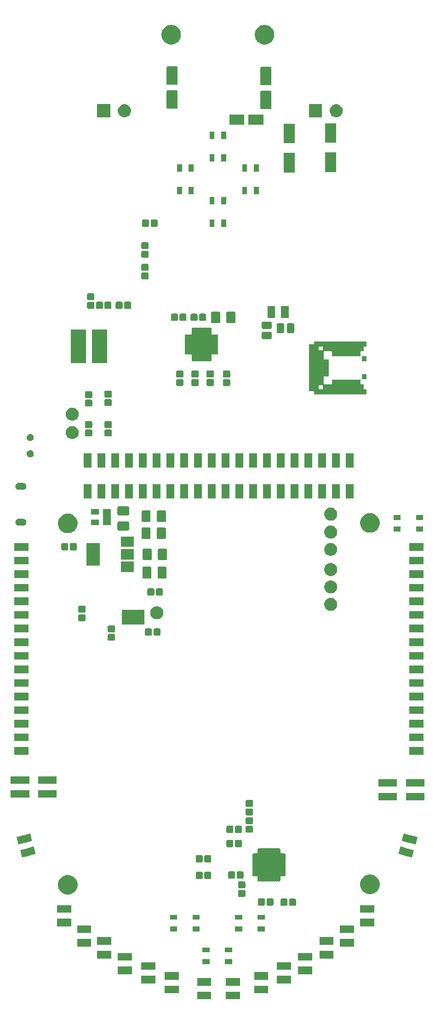
<source format=gts>
G04 #@! TF.GenerationSoftware,KiCad,Pcbnew,(5.0.2-5)-5*
G04 #@! TF.CreationDate,2019-02-18T15:44:08-08:00*
G04 #@! TF.ProjectId,DC27-badge,44433237-2d62-4616-9467-652e6b696361,rev?*
G04 #@! TF.SameCoordinates,Original*
G04 #@! TF.FileFunction,Soldermask,Top*
G04 #@! TF.FilePolarity,Negative*
%FSLAX46Y46*%
G04 Gerber Fmt 4.6, Leading zero omitted, Abs format (unit mm)*
G04 Created by KiCad (PCBNEW (5.0.2-5)-5) date Monday, February 18, 2019 at 03:44:08 PM*
%MOMM*%
%LPD*%
G01*
G04 APERTURE LIST*
%ADD10C,0.150000*%
G04 APERTURE END LIST*
D10*
G04 #@! TO.C,J104*
G36*
X80626800Y-122613010D02*
X81761000Y-122613010D01*
X81761000Y-124934180D01*
X80626800Y-124934180D01*
X80626800Y-122613010D01*
G37*
G36*
X80602500Y-128265020D02*
X81761000Y-128265020D01*
X81761000Y-130592910D01*
X80602500Y-130592910D01*
X80602500Y-128265020D01*
G37*
G36*
X83145300Y-122613010D02*
X84301000Y-122613010D01*
X84301000Y-124932470D01*
X83145300Y-124932470D01*
X83145300Y-122613010D01*
G37*
G36*
X83150900Y-128265020D02*
X84301000Y-128265020D01*
X84301000Y-130592070D01*
X83150900Y-130592070D01*
X83150900Y-128265020D01*
G37*
G36*
X85684900Y-122613010D02*
X86841000Y-122613010D01*
X86841000Y-124932110D01*
X85684900Y-124932110D01*
X85684900Y-122613010D01*
G37*
G36*
X85685400Y-128265020D02*
X86841000Y-128265020D01*
X86841000Y-130593840D01*
X85685400Y-130593840D01*
X85685400Y-128265020D01*
G37*
G36*
X88232300Y-122613010D02*
X89381000Y-122613010D01*
X89381000Y-124932400D01*
X88232300Y-124932400D01*
X88232300Y-122613010D01*
G37*
G36*
X88241000Y-128265020D02*
X89381000Y-128265020D01*
X89381000Y-130591230D01*
X88241000Y-130591230D01*
X88241000Y-128265020D01*
G37*
G36*
X90780800Y-122613010D02*
X91921000Y-122613010D01*
X91921000Y-124932920D01*
X90780800Y-124932920D01*
X90780800Y-122613010D01*
G37*
G36*
X90773300Y-128265020D02*
X91921000Y-128265020D01*
X91921000Y-130594050D01*
X90773300Y-130594050D01*
X90773300Y-128265020D01*
G37*
G36*
X93324300Y-122613010D02*
X94461000Y-122613010D01*
X94461000Y-124932970D01*
X93324300Y-124932970D01*
X93324300Y-122613010D01*
G37*
G36*
X93321600Y-128265020D02*
X94461000Y-128265020D01*
X94461000Y-130592790D01*
X93321600Y-130592790D01*
X93321600Y-128265020D01*
G37*
G36*
X95872800Y-122613010D02*
X97000980Y-122613010D01*
X97000980Y-124933910D01*
X95872800Y-124933910D01*
X95872800Y-122613010D01*
G37*
G36*
X95873890Y-128265020D02*
X97000980Y-128265020D01*
X97000980Y-130589170D01*
X95873890Y-130589170D01*
X95873890Y-128265020D01*
G37*
G36*
X98413170Y-122613010D02*
X99540980Y-122613010D01*
X99540980Y-124933600D01*
X98413170Y-124933600D01*
X98413170Y-122613010D01*
G37*
G36*
X98414130Y-128265020D02*
X99540980Y-128265020D01*
X99540980Y-130589820D01*
X98414130Y-130589820D01*
X98414130Y-128265020D01*
G37*
G36*
X100958700Y-122613010D02*
X102080980Y-122613010D01*
X102080980Y-124934900D01*
X100958700Y-124934900D01*
X100958700Y-122613010D01*
G37*
G36*
X100953870Y-128265020D02*
X102080980Y-128265020D01*
X102080980Y-130591680D01*
X100953870Y-130591680D01*
X100953870Y-128265020D01*
G37*
G36*
X103497890Y-122613010D02*
X104620984Y-122613010D01*
X104620984Y-124934000D01*
X103497890Y-124934000D01*
X103497890Y-122613010D01*
G37*
G36*
X103497060Y-128265020D02*
X104620984Y-128265020D01*
X104620984Y-130591220D01*
X103497060Y-130591220D01*
X103497060Y-128265020D01*
G37*
G36*
X106039273Y-122613010D02*
X107160980Y-122613010D01*
X107160980Y-124934340D01*
X106039273Y-124934340D01*
X106039273Y-122613010D01*
G37*
G36*
X106039669Y-128265020D02*
X107160980Y-128265020D01*
X107160980Y-130590830D01*
X106039669Y-130590830D01*
X106039669Y-128265020D01*
G37*
G36*
X108580560Y-122613010D02*
X109700980Y-122613010D01*
X109700980Y-124934200D01*
X108580560Y-124934200D01*
X108580560Y-122613010D01*
G37*
G36*
X108579510Y-128265020D02*
X109700980Y-128265020D01*
X109700980Y-130587650D01*
X108579510Y-130587650D01*
X108579510Y-128265020D01*
G37*
G36*
X111128290Y-122613010D02*
X112240980Y-122613010D01*
X112240980Y-124932330D01*
X111128290Y-124932330D01*
X111128290Y-122613010D01*
G37*
G36*
X111123910Y-128265020D02*
X112240980Y-128265020D01*
X112240980Y-130590400D01*
X111123910Y-130590400D01*
X111123910Y-128265020D01*
G37*
G36*
X113667720Y-122613010D02*
X114780980Y-122613010D01*
X114780980Y-124933260D01*
X113667720Y-124933260D01*
X113667720Y-122613010D01*
G37*
G36*
X113664470Y-128265020D02*
X114780980Y-128265020D01*
X114780980Y-130589640D01*
X113664470Y-130589640D01*
X113664470Y-128265020D01*
G37*
G36*
X116205600Y-122613010D02*
X117321000Y-122613010D01*
X117321000Y-124933990D01*
X116205600Y-124933990D01*
X116205600Y-122613010D01*
G37*
G36*
X116202100Y-128265020D02*
X117321000Y-128265020D01*
X117321000Y-130588150D01*
X116202100Y-130588150D01*
X116202100Y-128265020D01*
G37*
G36*
X118742000Y-122613010D02*
X119861000Y-122613010D01*
X119861000Y-124934630D01*
X118742000Y-124934630D01*
X118742000Y-122613010D01*
G37*
G36*
X118743200Y-128265020D02*
X119861000Y-128265020D01*
X119861000Y-130588270D01*
X118743200Y-130588270D01*
X118743200Y-128265020D01*
G37*
G36*
X121301300Y-122613010D02*
X122401000Y-122613010D01*
X122401000Y-124932670D01*
X121301300Y-124932670D01*
X121301300Y-122613010D01*
G37*
G36*
X121294600Y-128265020D02*
X122401000Y-128265020D01*
X122401000Y-130590920D01*
X121294600Y-130590920D01*
X121294600Y-128265020D01*
G37*
G36*
X123821200Y-122613010D02*
X124941000Y-122613010D01*
X124941000Y-124934810D01*
X123821200Y-124934810D01*
X123821200Y-122613010D01*
G37*
G36*
X123846800Y-128265020D02*
X124941000Y-128265020D01*
X124941000Y-130593010D01*
X123846800Y-130593010D01*
X123846800Y-128265020D01*
G37*
G36*
X126380400Y-122613010D02*
X127481000Y-122613010D01*
X127481000Y-124933310D01*
X126380400Y-124933310D01*
X126380400Y-122613010D01*
G37*
G36*
X126372100Y-128265020D02*
X127481000Y-128265020D01*
X127481000Y-130589510D01*
X126372100Y-130589510D01*
X126372100Y-128265020D01*
G37*
G36*
X128925100Y-122613010D02*
X130021000Y-122613010D01*
X130021000Y-124933160D01*
X128925100Y-124933160D01*
X128925100Y-122613010D01*
G37*
G36*
X128915000Y-128265020D02*
X130021000Y-128265020D01*
X130021000Y-130589720D01*
X128915000Y-130589720D01*
X128915000Y-128265020D01*
G37*
G36*
X109300000Y-222850000D02*
X106700000Y-222850000D01*
X106700000Y-221450000D01*
X109300000Y-221450000D01*
X109300000Y-222850000D01*
X109300000Y-222850000D01*
G37*
G36*
X104000000Y-222850000D02*
X101400000Y-222850000D01*
X101400000Y-221450000D01*
X104000000Y-221450000D01*
X104000000Y-222850000D01*
X104000000Y-222850000D01*
G37*
G36*
X114500000Y-221750000D02*
X111900000Y-221750000D01*
X111900000Y-220350000D01*
X114500000Y-220350000D01*
X114500000Y-221750000D01*
X114500000Y-221750000D01*
G37*
G36*
X98000000Y-221750000D02*
X95400000Y-221750000D01*
X95400000Y-220350000D01*
X98000000Y-220350000D01*
X98000000Y-221750000D01*
X98000000Y-221750000D01*
G37*
G36*
X109300000Y-220350000D02*
X106700000Y-220350000D01*
X106700000Y-218950000D01*
X109300000Y-218950000D01*
X109300000Y-220350000D01*
X109300000Y-220350000D01*
G37*
G36*
X104000000Y-220350000D02*
X101400000Y-220350000D01*
X101400000Y-218950000D01*
X104000000Y-218950000D01*
X104000000Y-220350000D01*
X104000000Y-220350000D01*
G37*
G36*
X118700000Y-219950000D02*
X116100000Y-219950000D01*
X116100000Y-218550000D01*
X118700000Y-218550000D01*
X118700000Y-219950000D01*
X118700000Y-219950000D01*
G37*
G36*
X93700000Y-219950000D02*
X91100000Y-219950000D01*
X91100000Y-218550000D01*
X93700000Y-218550000D01*
X93700000Y-219950000D01*
X93700000Y-219950000D01*
G37*
G36*
X114500000Y-219250000D02*
X111900000Y-219250000D01*
X111900000Y-217850000D01*
X114500000Y-217850000D01*
X114500000Y-219250000D01*
X114500000Y-219250000D01*
G37*
G36*
X98000000Y-219250000D02*
X95400000Y-219250000D01*
X95400000Y-217850000D01*
X98000000Y-217850000D01*
X98000000Y-219250000D01*
X98000000Y-219250000D01*
G37*
G36*
X122600000Y-218250000D02*
X120000000Y-218250000D01*
X120000000Y-216850000D01*
X122600000Y-216850000D01*
X122600000Y-218250000D01*
X122600000Y-218250000D01*
G37*
G36*
X89400000Y-218250000D02*
X86800000Y-218250000D01*
X86800000Y-216850000D01*
X89400000Y-216850000D01*
X89400000Y-218250000D01*
X89400000Y-218250000D01*
G37*
G36*
X93700000Y-217450000D02*
X91100000Y-217450000D01*
X91100000Y-216050000D01*
X93700000Y-216050000D01*
X93700000Y-217450000D01*
X93700000Y-217450000D01*
G37*
G36*
X118700000Y-217450000D02*
X116100000Y-217450000D01*
X116100000Y-216050000D01*
X118700000Y-216050000D01*
X118700000Y-217450000D01*
X118700000Y-217450000D01*
G37*
G36*
X107834150Y-216365270D02*
X106531130Y-216365270D01*
X106531130Y-215463570D01*
X107834150Y-215463570D01*
X107834150Y-216365270D01*
X107834150Y-216365270D01*
G37*
G36*
X103688870Y-216365270D02*
X102385850Y-216365270D01*
X102385850Y-215463570D01*
X103688870Y-215463570D01*
X103688870Y-216365270D01*
X103688870Y-216365270D01*
G37*
G36*
X122600000Y-215750000D02*
X120000000Y-215750000D01*
X120000000Y-214350000D01*
X122600000Y-214350000D01*
X122600000Y-215750000D01*
X122600000Y-215750000D01*
G37*
G36*
X89400000Y-215750000D02*
X86800000Y-215750000D01*
X86800000Y-214350000D01*
X89400000Y-214350000D01*
X89400000Y-215750000D01*
X89400000Y-215750000D01*
G37*
G36*
X126500000Y-215350000D02*
X123900000Y-215350000D01*
X123900000Y-213950000D01*
X126500000Y-213950000D01*
X126500000Y-215350000D01*
X126500000Y-215350000D01*
G37*
G36*
X85600000Y-215350000D02*
X83000000Y-215350000D01*
X83000000Y-213950000D01*
X85600000Y-213950000D01*
X85600000Y-215350000D01*
X85600000Y-215350000D01*
G37*
G36*
X103688870Y-214216430D02*
X102385850Y-214216430D01*
X102385850Y-213314730D01*
X103688870Y-213314730D01*
X103688870Y-214216430D01*
X103688870Y-214216430D01*
G37*
G36*
X107834150Y-214216430D02*
X106531130Y-214216430D01*
X106531130Y-213314730D01*
X107834150Y-213314730D01*
X107834150Y-214216430D01*
X107834150Y-214216430D01*
G37*
G36*
X130300000Y-213150000D02*
X127700000Y-213150000D01*
X127700000Y-211750000D01*
X130300000Y-211750000D01*
X130300000Y-213150000D01*
X130300000Y-213150000D01*
G37*
G36*
X81900000Y-213150000D02*
X79300000Y-213150000D01*
X79300000Y-211750000D01*
X81900000Y-211750000D01*
X81900000Y-213150000D01*
X81900000Y-213150000D01*
G37*
G36*
X85600000Y-212850000D02*
X83000000Y-212850000D01*
X83000000Y-211450000D01*
X85600000Y-211450000D01*
X85600000Y-212850000D01*
X85600000Y-212850000D01*
G37*
G36*
X126500000Y-212850000D02*
X123900000Y-212850000D01*
X123900000Y-211450000D01*
X126500000Y-211450000D01*
X126500000Y-212850000D01*
X126500000Y-212850000D01*
G37*
G36*
X130300000Y-210650000D02*
X127700000Y-210650000D01*
X127700000Y-209250000D01*
X130300000Y-209250000D01*
X130300000Y-210650000D01*
X130300000Y-210650000D01*
G37*
G36*
X81900000Y-210650000D02*
X79300000Y-210650000D01*
X79300000Y-209250000D01*
X81900000Y-209250000D01*
X81900000Y-210650000D01*
X81900000Y-210650000D01*
G37*
G36*
X97688870Y-210365270D02*
X96385850Y-210365270D01*
X96385850Y-209463570D01*
X97688870Y-209463570D01*
X97688870Y-210365270D01*
X97688870Y-210365270D01*
G37*
G36*
X101834150Y-210365270D02*
X100531130Y-210365270D01*
X100531130Y-209463570D01*
X101834150Y-209463570D01*
X101834150Y-210365270D01*
X101834150Y-210365270D01*
G37*
G36*
X109688870Y-210365270D02*
X108385850Y-210365270D01*
X108385850Y-209463570D01*
X109688870Y-209463570D01*
X109688870Y-210365270D01*
X109688870Y-210365270D01*
G37*
G36*
X113834150Y-210365270D02*
X112531130Y-210365270D01*
X112531130Y-209463570D01*
X113834150Y-209463570D01*
X113834150Y-210365270D01*
X113834150Y-210365270D01*
G37*
G36*
X134000000Y-209450000D02*
X131400000Y-209450000D01*
X131400000Y-208050000D01*
X134000000Y-208050000D01*
X134000000Y-209450000D01*
X134000000Y-209450000D01*
G37*
G36*
X78200000Y-209450000D02*
X75600000Y-209450000D01*
X75600000Y-208050000D01*
X78200000Y-208050000D01*
X78200000Y-209450000D01*
X78200000Y-209450000D01*
G37*
G36*
X113834150Y-208216430D02*
X112531130Y-208216430D01*
X112531130Y-207314730D01*
X113834150Y-207314730D01*
X113834150Y-208216430D01*
X113834150Y-208216430D01*
G37*
G36*
X109688870Y-208216430D02*
X108385850Y-208216430D01*
X108385850Y-207314730D01*
X109688870Y-207314730D01*
X109688870Y-208216430D01*
X109688870Y-208216430D01*
G37*
G36*
X101834150Y-208216430D02*
X100531130Y-208216430D01*
X100531130Y-207314730D01*
X101834150Y-207314730D01*
X101834150Y-208216430D01*
X101834150Y-208216430D01*
G37*
G36*
X97688870Y-208216430D02*
X96385850Y-208216430D01*
X96385850Y-207314730D01*
X97688870Y-207314730D01*
X97688870Y-208216430D01*
X97688870Y-208216430D01*
G37*
G36*
X134000000Y-206950000D02*
X131400000Y-206950000D01*
X131400000Y-205550000D01*
X134000000Y-205550000D01*
X134000000Y-206950000D01*
X134000000Y-206950000D01*
G37*
G36*
X78200000Y-206950000D02*
X75600000Y-206950000D01*
X75600000Y-205550000D01*
X78200000Y-205550000D01*
X78200000Y-206950000D01*
X78200000Y-206950000D01*
G37*
G36*
X119381122Y-204340517D02*
X119429085Y-204355066D01*
X119473275Y-204378686D01*
X119512018Y-204410482D01*
X119543814Y-204449225D01*
X119567434Y-204493415D01*
X119581983Y-204541378D01*
X119587500Y-204597391D01*
X119587500Y-205422609D01*
X119581983Y-205478622D01*
X119567434Y-205526585D01*
X119543814Y-205570775D01*
X119512018Y-205609518D01*
X119473275Y-205641314D01*
X119429085Y-205664934D01*
X119381122Y-205679483D01*
X119325109Y-205685000D01*
X118574891Y-205685000D01*
X118518878Y-205679483D01*
X118470915Y-205664934D01*
X118426725Y-205641314D01*
X118387982Y-205609518D01*
X118356186Y-205570775D01*
X118332566Y-205526585D01*
X118318017Y-205478622D01*
X118312500Y-205422609D01*
X118312500Y-204597391D01*
X118318017Y-204541378D01*
X118332566Y-204493415D01*
X118356186Y-204449225D01*
X118387982Y-204410482D01*
X118426725Y-204378686D01*
X118470915Y-204355066D01*
X118518878Y-204340517D01*
X118574891Y-204335000D01*
X119325109Y-204335000D01*
X119381122Y-204340517D01*
X119381122Y-204340517D01*
G37*
G36*
X117806122Y-204340517D02*
X117854085Y-204355066D01*
X117898275Y-204378686D01*
X117937018Y-204410482D01*
X117968814Y-204449225D01*
X117992434Y-204493415D01*
X118006983Y-204541378D01*
X118012500Y-204597391D01*
X118012500Y-205422609D01*
X118006983Y-205478622D01*
X117992434Y-205526585D01*
X117968814Y-205570775D01*
X117937018Y-205609518D01*
X117898275Y-205641314D01*
X117854085Y-205664934D01*
X117806122Y-205679483D01*
X117750109Y-205685000D01*
X116999891Y-205685000D01*
X116943878Y-205679483D01*
X116895915Y-205664934D01*
X116851725Y-205641314D01*
X116812982Y-205609518D01*
X116781186Y-205570775D01*
X116757566Y-205526585D01*
X116743017Y-205478622D01*
X116737500Y-205422609D01*
X116737500Y-204597391D01*
X116743017Y-204541378D01*
X116757566Y-204493415D01*
X116781186Y-204449225D01*
X116812982Y-204410482D01*
X116851725Y-204378686D01*
X116895915Y-204355066D01*
X116943878Y-204340517D01*
X116999891Y-204335000D01*
X117750109Y-204335000D01*
X117806122Y-204340517D01*
X117806122Y-204340517D01*
G37*
G36*
X115231122Y-204270517D02*
X115279085Y-204285066D01*
X115323275Y-204308686D01*
X115362018Y-204340482D01*
X115393814Y-204379225D01*
X115417434Y-204423415D01*
X115431983Y-204471378D01*
X115437500Y-204527391D01*
X115437500Y-205352609D01*
X115431983Y-205408622D01*
X115417434Y-205456585D01*
X115393814Y-205500775D01*
X115362018Y-205539518D01*
X115323275Y-205571314D01*
X115279085Y-205594934D01*
X115231122Y-205609483D01*
X115175109Y-205615000D01*
X114424891Y-205615000D01*
X114368878Y-205609483D01*
X114320915Y-205594934D01*
X114276725Y-205571314D01*
X114237982Y-205539518D01*
X114206186Y-205500775D01*
X114182566Y-205456585D01*
X114168017Y-205408622D01*
X114162500Y-205352609D01*
X114162500Y-204527391D01*
X114168017Y-204471378D01*
X114182566Y-204423415D01*
X114206186Y-204379225D01*
X114237982Y-204340482D01*
X114276725Y-204308686D01*
X114320915Y-204285066D01*
X114368878Y-204270517D01*
X114424891Y-204265000D01*
X115175109Y-204265000D01*
X115231122Y-204270517D01*
X115231122Y-204270517D01*
G37*
G36*
X113656122Y-204270517D02*
X113704085Y-204285066D01*
X113748275Y-204308686D01*
X113787018Y-204340482D01*
X113818814Y-204379225D01*
X113842434Y-204423415D01*
X113856983Y-204471378D01*
X113862500Y-204527391D01*
X113862500Y-205352609D01*
X113856983Y-205408622D01*
X113842434Y-205456585D01*
X113818814Y-205500775D01*
X113787018Y-205539518D01*
X113748275Y-205571314D01*
X113704085Y-205594934D01*
X113656122Y-205609483D01*
X113600109Y-205615000D01*
X112849891Y-205615000D01*
X112793878Y-205609483D01*
X112745915Y-205594934D01*
X112701725Y-205571314D01*
X112662982Y-205539518D01*
X112631186Y-205500775D01*
X112607566Y-205456585D01*
X112593017Y-205408622D01*
X112587500Y-205352609D01*
X112587500Y-204527391D01*
X112593017Y-204471378D01*
X112607566Y-204423415D01*
X112631186Y-204379225D01*
X112662982Y-204340482D01*
X112701725Y-204308686D01*
X112745915Y-204285066D01*
X112793878Y-204270517D01*
X112849891Y-204265000D01*
X113600109Y-204265000D01*
X113656122Y-204270517D01*
X113656122Y-204270517D01*
G37*
G36*
X110068622Y-202755517D02*
X110116585Y-202770066D01*
X110160775Y-202793686D01*
X110199518Y-202825482D01*
X110231314Y-202864225D01*
X110254934Y-202908415D01*
X110269483Y-202956378D01*
X110275000Y-203012391D01*
X110275000Y-203762609D01*
X110269483Y-203818622D01*
X110254934Y-203866585D01*
X110231314Y-203910775D01*
X110199518Y-203949518D01*
X110160775Y-203981314D01*
X110116585Y-204004934D01*
X110068622Y-204019483D01*
X110012609Y-204025000D01*
X109187391Y-204025000D01*
X109131378Y-204019483D01*
X109083415Y-204004934D01*
X109039225Y-203981314D01*
X109000482Y-203949518D01*
X108968686Y-203910775D01*
X108945066Y-203866585D01*
X108930517Y-203818622D01*
X108925000Y-203762609D01*
X108925000Y-203012391D01*
X108930517Y-202956378D01*
X108945066Y-202908415D01*
X108968686Y-202864225D01*
X109000482Y-202825482D01*
X109039225Y-202793686D01*
X109083415Y-202770066D01*
X109131378Y-202755517D01*
X109187391Y-202750000D01*
X110012609Y-202750000D01*
X110068622Y-202755517D01*
X110068622Y-202755517D01*
G37*
G36*
X77975325Y-200045360D02*
X78095041Y-200069173D01*
X78229481Y-200124860D01*
X78401687Y-200196190D01*
X78422620Y-200204861D01*
X78649189Y-200356250D01*
X78717436Y-200401851D01*
X78968149Y-200652564D01*
X78968151Y-200652567D01*
X79165139Y-200947380D01*
X79300827Y-201274959D01*
X79370000Y-201622716D01*
X79370000Y-201977284D01*
X79300827Y-202325041D01*
X79165139Y-202652620D01*
X79064178Y-202803719D01*
X78968149Y-202947436D01*
X78717436Y-203198149D01*
X78717433Y-203198151D01*
X78422620Y-203395139D01*
X78095041Y-203530827D01*
X77979122Y-203553885D01*
X77747286Y-203600000D01*
X77392714Y-203600000D01*
X77160878Y-203553885D01*
X77044959Y-203530827D01*
X76717380Y-203395139D01*
X76422567Y-203198151D01*
X76422564Y-203198149D01*
X76171851Y-202947436D01*
X76075822Y-202803719D01*
X75974861Y-202652620D01*
X75839173Y-202325041D01*
X75770000Y-201977284D01*
X75770000Y-201622716D01*
X75839173Y-201274959D01*
X75974861Y-200947380D01*
X76171849Y-200652567D01*
X76171851Y-200652564D01*
X76422564Y-200401851D01*
X76490811Y-200356250D01*
X76717380Y-200204861D01*
X76738314Y-200196190D01*
X76910519Y-200124860D01*
X77044959Y-200069173D01*
X77164675Y-200045360D01*
X77392714Y-200000000D01*
X77747286Y-200000000D01*
X77975325Y-200045360D01*
X77975325Y-200045360D01*
G37*
G36*
X133555947Y-199953549D02*
X133735041Y-199989173D01*
X134062620Y-200124861D01*
X134235337Y-200240267D01*
X134357436Y-200321851D01*
X134608149Y-200572564D01*
X134608151Y-200572567D01*
X134805139Y-200867380D01*
X134940827Y-201194959D01*
X135010000Y-201542716D01*
X135010000Y-201897284D01*
X134940827Y-202245041D01*
X134805139Y-202572620D01*
X134686617Y-202750000D01*
X134608149Y-202867436D01*
X134357436Y-203118149D01*
X134357433Y-203118151D01*
X134062620Y-203315139D01*
X133735041Y-203450827D01*
X133619122Y-203473885D01*
X133387286Y-203520000D01*
X133032714Y-203520000D01*
X132800878Y-203473885D01*
X132684959Y-203450827D01*
X132357380Y-203315139D01*
X132062567Y-203118151D01*
X132062564Y-203118149D01*
X131811851Y-202867436D01*
X131733383Y-202750000D01*
X131614861Y-202572620D01*
X131479173Y-202245041D01*
X131410000Y-201897284D01*
X131410000Y-201542716D01*
X131479173Y-201194959D01*
X131614861Y-200867380D01*
X131811849Y-200572567D01*
X131811851Y-200572564D01*
X132062564Y-200321851D01*
X132184663Y-200240267D01*
X132357380Y-200124861D01*
X132684959Y-199989173D01*
X132864053Y-199953549D01*
X133032714Y-199920000D01*
X133387286Y-199920000D01*
X133555947Y-199953549D01*
X133555947Y-199953549D01*
G37*
G36*
X110068622Y-201180517D02*
X110116585Y-201195066D01*
X110160775Y-201218686D01*
X110199518Y-201250482D01*
X110231314Y-201289225D01*
X110254934Y-201333415D01*
X110269483Y-201381378D01*
X110275000Y-201437391D01*
X110275000Y-202187609D01*
X110269483Y-202243622D01*
X110254934Y-202291585D01*
X110231314Y-202335775D01*
X110199518Y-202374518D01*
X110160775Y-202406314D01*
X110116585Y-202429934D01*
X110068622Y-202444483D01*
X110012609Y-202450000D01*
X109187391Y-202450000D01*
X109131378Y-202444483D01*
X109083415Y-202429934D01*
X109039225Y-202406314D01*
X109000482Y-202374518D01*
X108968686Y-202335775D01*
X108945066Y-202291585D01*
X108930517Y-202243622D01*
X108925000Y-202187609D01*
X108925000Y-201437391D01*
X108930517Y-201381378D01*
X108945066Y-201333415D01*
X108968686Y-201289225D01*
X109000482Y-201250482D01*
X109039225Y-201218686D01*
X109083415Y-201195066D01*
X109131378Y-201180517D01*
X109187391Y-201175000D01*
X110012609Y-201175000D01*
X110068622Y-201180517D01*
X110068622Y-201180517D01*
G37*
G36*
X116478810Y-195059341D02*
X116521222Y-195072207D01*
X116535361Y-195076496D01*
X116587478Y-195104353D01*
X116633158Y-195141842D01*
X116670647Y-195187522D01*
X116698504Y-195239639D01*
X116698504Y-195239640D01*
X116715659Y-195296190D01*
X116715659Y-195296193D01*
X116720000Y-195340267D01*
X116720000Y-195905000D01*
X116722402Y-195929386D01*
X116729515Y-195952835D01*
X116741066Y-195974446D01*
X116756612Y-195993388D01*
X116775554Y-196008934D01*
X116797165Y-196020485D01*
X116820614Y-196027598D01*
X116845000Y-196030000D01*
X117409733Y-196030000D01*
X117453810Y-196034341D01*
X117496223Y-196047207D01*
X117510361Y-196051496D01*
X117562478Y-196079353D01*
X117608158Y-196116842D01*
X117645647Y-196162522D01*
X117673504Y-196214639D01*
X117673504Y-196214640D01*
X117690659Y-196271190D01*
X117696451Y-196330000D01*
X117690659Y-196388810D01*
X117678661Y-196428360D01*
X117673503Y-196445364D01*
X117659759Y-196471077D01*
X117650382Y-196493716D01*
X117645602Y-196517750D01*
X117645602Y-196542254D01*
X117650383Y-196566287D01*
X117659759Y-196588923D01*
X117673503Y-196614636D01*
X117673504Y-196614640D01*
X117690659Y-196671190D01*
X117696451Y-196730000D01*
X117690659Y-196788810D01*
X117678164Y-196830000D01*
X117673503Y-196845364D01*
X117659759Y-196871077D01*
X117650382Y-196893716D01*
X117645602Y-196917750D01*
X117645602Y-196942254D01*
X117650383Y-196966287D01*
X117659759Y-196988923D01*
X117673503Y-197014636D01*
X117673504Y-197014640D01*
X117690659Y-197071190D01*
X117696451Y-197130000D01*
X117690659Y-197188810D01*
X117678164Y-197230000D01*
X117673503Y-197245364D01*
X117659759Y-197271077D01*
X117650382Y-197293716D01*
X117645602Y-197317750D01*
X117645602Y-197342254D01*
X117650383Y-197366287D01*
X117659759Y-197388923D01*
X117673503Y-197414636D01*
X117676762Y-197425380D01*
X117690659Y-197471190D01*
X117696451Y-197530000D01*
X117690659Y-197588810D01*
X117689800Y-197591640D01*
X117673503Y-197645364D01*
X117659759Y-197671077D01*
X117650382Y-197693716D01*
X117645602Y-197717750D01*
X117645602Y-197742254D01*
X117650383Y-197766287D01*
X117659759Y-197788923D01*
X117673503Y-197814636D01*
X117673504Y-197814640D01*
X117690659Y-197871190D01*
X117696451Y-197930000D01*
X117690659Y-197988810D01*
X117678164Y-198030000D01*
X117673503Y-198045364D01*
X117659759Y-198071077D01*
X117650382Y-198093716D01*
X117645602Y-198117750D01*
X117645602Y-198142254D01*
X117650383Y-198166287D01*
X117659759Y-198188923D01*
X117673503Y-198214636D01*
X117673504Y-198214640D01*
X117690659Y-198271190D01*
X117696451Y-198330000D01*
X117690659Y-198388810D01*
X117678164Y-198430000D01*
X117673503Y-198445364D01*
X117659759Y-198471077D01*
X117650382Y-198493716D01*
X117645602Y-198517750D01*
X117645602Y-198542254D01*
X117650383Y-198566287D01*
X117659759Y-198588923D01*
X117673503Y-198614636D01*
X117673504Y-198614640D01*
X117690659Y-198671190D01*
X117696451Y-198730000D01*
X117690659Y-198788810D01*
X117678164Y-198830000D01*
X117673503Y-198845364D01*
X117659759Y-198871077D01*
X117650382Y-198893716D01*
X117645602Y-198917750D01*
X117645602Y-198942254D01*
X117650383Y-198966287D01*
X117659759Y-198988923D01*
X117673503Y-199014636D01*
X117673504Y-199014640D01*
X117690659Y-199071190D01*
X117696451Y-199130000D01*
X117690659Y-199188810D01*
X117678164Y-199230000D01*
X117673503Y-199245364D01*
X117659759Y-199271077D01*
X117650382Y-199293716D01*
X117645602Y-199317750D01*
X117645602Y-199342254D01*
X117650383Y-199366287D01*
X117659759Y-199388923D01*
X117673503Y-199414636D01*
X117676762Y-199425380D01*
X117690659Y-199471190D01*
X117696451Y-199530000D01*
X117690659Y-199588810D01*
X117678164Y-199630000D01*
X117673503Y-199645364D01*
X117659759Y-199671077D01*
X117650382Y-199693716D01*
X117645602Y-199717750D01*
X117645602Y-199742254D01*
X117650383Y-199766287D01*
X117659759Y-199788923D01*
X117673503Y-199814636D01*
X117673504Y-199814640D01*
X117690659Y-199871190D01*
X117696451Y-199930000D01*
X117690659Y-199988810D01*
X117677793Y-200031222D01*
X117673504Y-200045361D01*
X117645647Y-200097478D01*
X117608158Y-200143158D01*
X117562478Y-200180647D01*
X117510361Y-200208504D01*
X117496223Y-200212793D01*
X117453810Y-200225659D01*
X117409733Y-200230000D01*
X116845000Y-200230000D01*
X116820614Y-200232402D01*
X116797165Y-200239515D01*
X116775554Y-200251066D01*
X116756612Y-200266612D01*
X116741066Y-200285554D01*
X116729515Y-200307165D01*
X116722402Y-200330614D01*
X116720000Y-200355000D01*
X116720000Y-200919733D01*
X116715659Y-200963810D01*
X116702793Y-201006222D01*
X116698504Y-201020361D01*
X116670647Y-201072478D01*
X116670645Y-201072480D01*
X116633160Y-201118156D01*
X116633156Y-201118160D01*
X116587480Y-201155645D01*
X116535360Y-201183504D01*
X116521222Y-201187793D01*
X116478809Y-201200659D01*
X116420000Y-201206451D01*
X116361190Y-201200659D01*
X116304640Y-201183504D01*
X116278924Y-201169759D01*
X116256286Y-201160382D01*
X116232253Y-201155601D01*
X116207749Y-201155601D01*
X116183715Y-201160381D01*
X116161076Y-201169759D01*
X116135364Y-201183502D01*
X116135361Y-201183503D01*
X116135359Y-201183504D01*
X116078809Y-201200659D01*
X116020000Y-201206451D01*
X115961190Y-201200659D01*
X115904640Y-201183504D01*
X115878924Y-201169759D01*
X115856286Y-201160382D01*
X115832253Y-201155601D01*
X115807749Y-201155601D01*
X115783715Y-201160381D01*
X115761076Y-201169759D01*
X115735364Y-201183502D01*
X115735361Y-201183503D01*
X115735359Y-201183504D01*
X115678809Y-201200659D01*
X115620000Y-201206451D01*
X115561190Y-201200659D01*
X115504640Y-201183504D01*
X115478924Y-201169759D01*
X115456286Y-201160382D01*
X115432253Y-201155601D01*
X115407749Y-201155601D01*
X115383715Y-201160381D01*
X115361076Y-201169759D01*
X115335364Y-201183502D01*
X115335361Y-201183503D01*
X115335359Y-201183504D01*
X115278809Y-201200659D01*
X115220000Y-201206451D01*
X115161190Y-201200659D01*
X115104640Y-201183504D01*
X115078924Y-201169759D01*
X115056286Y-201160382D01*
X115032253Y-201155601D01*
X115007749Y-201155601D01*
X114983715Y-201160381D01*
X114961076Y-201169759D01*
X114935364Y-201183502D01*
X114935361Y-201183503D01*
X114935359Y-201183504D01*
X114878809Y-201200659D01*
X114820000Y-201206451D01*
X114761190Y-201200659D01*
X114704640Y-201183504D01*
X114678924Y-201169759D01*
X114656286Y-201160382D01*
X114632253Y-201155601D01*
X114607749Y-201155601D01*
X114583715Y-201160381D01*
X114561076Y-201169759D01*
X114535364Y-201183502D01*
X114535361Y-201183503D01*
X114535359Y-201183504D01*
X114478809Y-201200659D01*
X114420000Y-201206451D01*
X114361190Y-201200659D01*
X114304640Y-201183504D01*
X114278924Y-201169759D01*
X114256286Y-201160382D01*
X114232253Y-201155601D01*
X114207749Y-201155601D01*
X114183715Y-201160381D01*
X114161076Y-201169759D01*
X114135364Y-201183502D01*
X114135361Y-201183503D01*
X114135359Y-201183504D01*
X114078809Y-201200659D01*
X114020000Y-201206451D01*
X113961190Y-201200659D01*
X113904640Y-201183504D01*
X113878924Y-201169759D01*
X113856286Y-201160382D01*
X113832253Y-201155601D01*
X113807749Y-201155601D01*
X113783715Y-201160381D01*
X113761076Y-201169759D01*
X113735364Y-201183502D01*
X113735361Y-201183503D01*
X113735359Y-201183504D01*
X113678809Y-201200659D01*
X113620000Y-201206451D01*
X113561190Y-201200659D01*
X113504640Y-201183504D01*
X113478924Y-201169759D01*
X113456286Y-201160382D01*
X113432253Y-201155601D01*
X113407749Y-201155601D01*
X113383715Y-201160381D01*
X113361076Y-201169759D01*
X113335364Y-201183502D01*
X113335361Y-201183503D01*
X113335359Y-201183504D01*
X113278809Y-201200659D01*
X113220000Y-201206451D01*
X113161190Y-201200659D01*
X113104640Y-201183504D01*
X113078924Y-201169759D01*
X113056286Y-201160382D01*
X113032253Y-201155601D01*
X113007749Y-201155601D01*
X112983715Y-201160381D01*
X112961076Y-201169759D01*
X112935364Y-201183502D01*
X112935361Y-201183503D01*
X112935359Y-201183504D01*
X112878809Y-201200659D01*
X112820000Y-201206451D01*
X112761190Y-201200659D01*
X112718777Y-201187793D01*
X112704639Y-201183504D01*
X112652522Y-201155647D01*
X112620733Y-201129558D01*
X112606842Y-201118158D01*
X112606840Y-201118156D01*
X112569355Y-201072480D01*
X112541496Y-201020360D01*
X112537207Y-201006221D01*
X112524341Y-200963809D01*
X112520000Y-200919732D01*
X112520001Y-200354998D01*
X112517599Y-200330614D01*
X112510486Y-200307165D01*
X112498935Y-200285554D01*
X112483390Y-200266612D01*
X112464447Y-200251066D01*
X112442837Y-200239515D01*
X112419388Y-200232402D01*
X112395001Y-200230000D01*
X111830267Y-200230000D01*
X111786190Y-200225659D01*
X111743777Y-200212793D01*
X111729639Y-200208504D01*
X111677522Y-200180647D01*
X111631842Y-200143158D01*
X111594353Y-200097478D01*
X111566496Y-200045361D01*
X111562207Y-200031223D01*
X111549341Y-199988810D01*
X111543549Y-199930000D01*
X111549341Y-199871190D01*
X111566496Y-199814640D01*
X111566497Y-199814636D01*
X111580241Y-199788923D01*
X111589618Y-199766284D01*
X111594398Y-199742250D01*
X111594398Y-199717746D01*
X111589617Y-199693713D01*
X111580241Y-199671077D01*
X111566497Y-199645364D01*
X111561836Y-199630000D01*
X111549341Y-199588810D01*
X111543549Y-199530000D01*
X111549341Y-199471190D01*
X111563238Y-199425380D01*
X111566497Y-199414636D01*
X111580241Y-199388923D01*
X111589618Y-199366284D01*
X111594398Y-199342250D01*
X111594398Y-199317746D01*
X111589617Y-199293713D01*
X111580241Y-199271077D01*
X111566497Y-199245364D01*
X111561836Y-199230000D01*
X111549341Y-199188810D01*
X111543549Y-199130000D01*
X111549341Y-199071190D01*
X111566496Y-199014640D01*
X111566497Y-199014636D01*
X111580241Y-198988923D01*
X111589618Y-198966284D01*
X111594398Y-198942250D01*
X111594398Y-198917746D01*
X111589617Y-198893713D01*
X111580241Y-198871077D01*
X111566497Y-198845364D01*
X111561836Y-198830000D01*
X111549341Y-198788810D01*
X111543549Y-198730000D01*
X111549341Y-198671190D01*
X111566496Y-198614640D01*
X111566497Y-198614636D01*
X111580241Y-198588923D01*
X111589618Y-198566284D01*
X111594398Y-198542250D01*
X111594398Y-198517746D01*
X111589617Y-198493713D01*
X111580241Y-198471077D01*
X111566497Y-198445364D01*
X111561836Y-198430000D01*
X111549341Y-198388810D01*
X111543549Y-198330000D01*
X111549341Y-198271190D01*
X111566496Y-198214640D01*
X111566497Y-198214636D01*
X111580241Y-198188923D01*
X111589618Y-198166284D01*
X111594398Y-198142250D01*
X111594398Y-198117746D01*
X111589617Y-198093713D01*
X111580241Y-198071077D01*
X111566497Y-198045364D01*
X111561836Y-198030000D01*
X111549341Y-197988810D01*
X111543549Y-197930000D01*
X111549341Y-197871190D01*
X111566496Y-197814640D01*
X111566497Y-197814636D01*
X111580241Y-197788923D01*
X111589618Y-197766284D01*
X111594398Y-197742250D01*
X111594398Y-197717746D01*
X111589617Y-197693713D01*
X111580241Y-197671077D01*
X111566497Y-197645364D01*
X111550200Y-197591640D01*
X111549341Y-197588810D01*
X111543549Y-197530000D01*
X111549341Y-197471190D01*
X111563238Y-197425380D01*
X111566497Y-197414636D01*
X111580241Y-197388923D01*
X111589618Y-197366284D01*
X111594398Y-197342250D01*
X111594398Y-197317746D01*
X111589617Y-197293713D01*
X111580241Y-197271077D01*
X111566497Y-197245364D01*
X111561836Y-197230000D01*
X111549341Y-197188810D01*
X111543549Y-197130000D01*
X111549341Y-197071190D01*
X111566496Y-197014640D01*
X111566497Y-197014636D01*
X111580241Y-196988923D01*
X111589618Y-196966284D01*
X111594398Y-196942250D01*
X111594398Y-196917746D01*
X111589617Y-196893713D01*
X111580241Y-196871077D01*
X111566497Y-196845364D01*
X111561836Y-196830000D01*
X111549341Y-196788810D01*
X111543549Y-196730000D01*
X111549341Y-196671190D01*
X111566496Y-196614640D01*
X111566497Y-196614636D01*
X111580241Y-196588923D01*
X111589618Y-196566284D01*
X111594398Y-196542250D01*
X111594398Y-196517746D01*
X111589617Y-196493713D01*
X111580241Y-196471077D01*
X111566497Y-196445364D01*
X111561339Y-196428360D01*
X111549341Y-196388810D01*
X111543549Y-196330000D01*
X111549341Y-196271190D01*
X111566496Y-196214640D01*
X111566496Y-196214639D01*
X111594353Y-196162522D01*
X111631842Y-196116842D01*
X111677522Y-196079353D01*
X111729639Y-196051496D01*
X111743777Y-196047207D01*
X111786190Y-196034341D01*
X111830267Y-196030000D01*
X112395000Y-196030000D01*
X112419386Y-196027598D01*
X112442835Y-196020485D01*
X112464446Y-196008934D01*
X112483388Y-195993388D01*
X112498934Y-195974446D01*
X112510485Y-195952835D01*
X112517598Y-195929386D01*
X112520000Y-195905000D01*
X112520001Y-195340267D01*
X112524342Y-195296193D01*
X112524342Y-195296190D01*
X112541497Y-195239640D01*
X112541497Y-195239639D01*
X112569354Y-195187522D01*
X112606843Y-195141842D01*
X112652523Y-195104353D01*
X112704640Y-195076496D01*
X112718779Y-195072207D01*
X112761191Y-195059341D01*
X112820000Y-195053549D01*
X112878810Y-195059341D01*
X112935360Y-195076496D01*
X112935362Y-195076497D01*
X112935365Y-195076498D01*
X112961077Y-195090241D01*
X112983716Y-195099619D01*
X113007749Y-195104399D01*
X113032254Y-195104399D01*
X113056287Y-195099618D01*
X113078926Y-195090241D01*
X113104639Y-195076497D01*
X113104641Y-195076496D01*
X113161191Y-195059341D01*
X113220000Y-195053549D01*
X113278810Y-195059341D01*
X113335360Y-195076496D01*
X113335362Y-195076497D01*
X113335365Y-195076498D01*
X113361077Y-195090241D01*
X113383716Y-195099619D01*
X113407749Y-195104399D01*
X113432254Y-195104399D01*
X113456287Y-195099618D01*
X113478926Y-195090241D01*
X113504639Y-195076497D01*
X113504641Y-195076496D01*
X113561191Y-195059341D01*
X113620000Y-195053549D01*
X113678810Y-195059341D01*
X113735360Y-195076496D01*
X113735362Y-195076497D01*
X113735365Y-195076498D01*
X113761077Y-195090241D01*
X113783716Y-195099619D01*
X113807749Y-195104399D01*
X113832254Y-195104399D01*
X113856287Y-195099618D01*
X113878926Y-195090241D01*
X113904639Y-195076497D01*
X113904641Y-195076496D01*
X113961191Y-195059341D01*
X114020000Y-195053549D01*
X114078810Y-195059341D01*
X114135360Y-195076496D01*
X114135362Y-195076497D01*
X114135365Y-195076498D01*
X114161077Y-195090241D01*
X114183716Y-195099619D01*
X114207749Y-195104399D01*
X114232254Y-195104399D01*
X114256287Y-195099618D01*
X114278926Y-195090241D01*
X114304639Y-195076497D01*
X114304641Y-195076496D01*
X114361191Y-195059341D01*
X114420000Y-195053549D01*
X114478810Y-195059341D01*
X114535360Y-195076496D01*
X114535362Y-195076497D01*
X114535365Y-195076498D01*
X114561077Y-195090241D01*
X114583716Y-195099619D01*
X114607749Y-195104399D01*
X114632254Y-195104399D01*
X114656287Y-195099618D01*
X114678926Y-195090241D01*
X114704639Y-195076497D01*
X114704641Y-195076496D01*
X114761191Y-195059341D01*
X114820000Y-195053549D01*
X114878810Y-195059341D01*
X114935360Y-195076496D01*
X114935362Y-195076497D01*
X114935365Y-195076498D01*
X114961077Y-195090241D01*
X114983716Y-195099619D01*
X115007749Y-195104399D01*
X115032254Y-195104399D01*
X115056287Y-195099618D01*
X115078926Y-195090241D01*
X115104639Y-195076497D01*
X115104641Y-195076496D01*
X115161191Y-195059341D01*
X115220000Y-195053549D01*
X115278810Y-195059341D01*
X115335360Y-195076496D01*
X115335362Y-195076497D01*
X115335365Y-195076498D01*
X115361077Y-195090241D01*
X115383716Y-195099619D01*
X115407749Y-195104399D01*
X115432254Y-195104399D01*
X115456287Y-195099618D01*
X115478926Y-195090241D01*
X115504639Y-195076497D01*
X115504641Y-195076496D01*
X115561191Y-195059341D01*
X115620000Y-195053549D01*
X115678810Y-195059341D01*
X115735360Y-195076496D01*
X115735362Y-195076497D01*
X115735365Y-195076498D01*
X115761077Y-195090241D01*
X115783716Y-195099619D01*
X115807749Y-195104399D01*
X115832254Y-195104399D01*
X115856287Y-195099618D01*
X115878926Y-195090241D01*
X115904639Y-195076497D01*
X115904641Y-195076496D01*
X115961191Y-195059341D01*
X116020000Y-195053549D01*
X116078810Y-195059341D01*
X116135360Y-195076496D01*
X116135362Y-195076497D01*
X116135365Y-195076498D01*
X116161077Y-195090241D01*
X116183716Y-195099619D01*
X116207749Y-195104399D01*
X116232254Y-195104399D01*
X116256287Y-195099618D01*
X116278926Y-195090241D01*
X116304639Y-195076497D01*
X116304641Y-195076496D01*
X116361191Y-195059341D01*
X116420000Y-195053549D01*
X116478810Y-195059341D01*
X116478810Y-195059341D01*
G37*
G36*
X102213622Y-199390517D02*
X102261585Y-199405066D01*
X102305775Y-199428686D01*
X102344518Y-199460482D01*
X102376314Y-199499225D01*
X102399934Y-199543415D01*
X102414483Y-199591378D01*
X102420000Y-199647391D01*
X102420000Y-200472609D01*
X102414483Y-200528622D01*
X102399934Y-200576585D01*
X102376314Y-200620775D01*
X102344518Y-200659518D01*
X102305775Y-200691314D01*
X102261585Y-200714934D01*
X102213622Y-200729483D01*
X102157609Y-200735000D01*
X101407391Y-200735000D01*
X101351378Y-200729483D01*
X101303415Y-200714934D01*
X101259225Y-200691314D01*
X101220482Y-200659518D01*
X101188686Y-200620775D01*
X101165066Y-200576585D01*
X101150517Y-200528622D01*
X101145000Y-200472609D01*
X101145000Y-199647391D01*
X101150517Y-199591378D01*
X101165066Y-199543415D01*
X101188686Y-199499225D01*
X101220482Y-199460482D01*
X101259225Y-199428686D01*
X101303415Y-199405066D01*
X101351378Y-199390517D01*
X101407391Y-199385000D01*
X102157609Y-199385000D01*
X102213622Y-199390517D01*
X102213622Y-199390517D01*
G37*
G36*
X103788622Y-199390517D02*
X103836585Y-199405066D01*
X103880775Y-199428686D01*
X103919518Y-199460482D01*
X103951314Y-199499225D01*
X103974934Y-199543415D01*
X103989483Y-199591378D01*
X103995000Y-199647391D01*
X103995000Y-200472609D01*
X103989483Y-200528622D01*
X103974934Y-200576585D01*
X103951314Y-200620775D01*
X103919518Y-200659518D01*
X103880775Y-200691314D01*
X103836585Y-200714934D01*
X103788622Y-200729483D01*
X103732609Y-200735000D01*
X102982391Y-200735000D01*
X102926378Y-200729483D01*
X102878415Y-200714934D01*
X102834225Y-200691314D01*
X102795482Y-200659518D01*
X102763686Y-200620775D01*
X102740066Y-200576585D01*
X102725517Y-200528622D01*
X102720000Y-200472609D01*
X102720000Y-199647391D01*
X102725517Y-199591378D01*
X102740066Y-199543415D01*
X102763686Y-199499225D01*
X102795482Y-199460482D01*
X102834225Y-199428686D01*
X102878415Y-199405066D01*
X102926378Y-199390517D01*
X102982391Y-199385000D01*
X103732609Y-199385000D01*
X103788622Y-199390517D01*
X103788622Y-199390517D01*
G37*
G36*
X108156122Y-199330517D02*
X108204085Y-199345066D01*
X108248275Y-199368686D01*
X108287018Y-199400482D01*
X108318814Y-199439225D01*
X108342434Y-199483415D01*
X108356983Y-199531378D01*
X108362500Y-199587391D01*
X108362500Y-200412609D01*
X108356983Y-200468622D01*
X108342434Y-200516585D01*
X108318814Y-200560775D01*
X108287018Y-200599518D01*
X108248275Y-200631314D01*
X108204085Y-200654934D01*
X108156122Y-200669483D01*
X108100109Y-200675000D01*
X107349891Y-200675000D01*
X107293878Y-200669483D01*
X107245915Y-200654934D01*
X107201725Y-200631314D01*
X107162982Y-200599518D01*
X107131186Y-200560775D01*
X107107566Y-200516585D01*
X107093017Y-200468622D01*
X107087500Y-200412609D01*
X107087500Y-199587391D01*
X107093017Y-199531378D01*
X107107566Y-199483415D01*
X107131186Y-199439225D01*
X107162982Y-199400482D01*
X107201725Y-199368686D01*
X107245915Y-199345066D01*
X107293878Y-199330517D01*
X107349891Y-199325000D01*
X108100109Y-199325000D01*
X108156122Y-199330517D01*
X108156122Y-199330517D01*
G37*
G36*
X109731122Y-199330517D02*
X109779085Y-199345066D01*
X109823275Y-199368686D01*
X109862018Y-199400482D01*
X109893814Y-199439225D01*
X109917434Y-199483415D01*
X109931983Y-199531378D01*
X109937500Y-199587391D01*
X109937500Y-200412609D01*
X109931983Y-200468622D01*
X109917434Y-200516585D01*
X109893814Y-200560775D01*
X109862018Y-200599518D01*
X109823275Y-200631314D01*
X109779085Y-200654934D01*
X109731122Y-200669483D01*
X109675109Y-200675000D01*
X108924891Y-200675000D01*
X108868878Y-200669483D01*
X108820915Y-200654934D01*
X108776725Y-200631314D01*
X108737982Y-200599518D01*
X108706186Y-200560775D01*
X108682566Y-200516585D01*
X108668017Y-200468622D01*
X108662500Y-200412609D01*
X108662500Y-199587391D01*
X108668017Y-199531378D01*
X108682566Y-199483415D01*
X108706186Y-199439225D01*
X108737982Y-199400482D01*
X108776725Y-199368686D01*
X108820915Y-199345066D01*
X108868878Y-199330517D01*
X108924891Y-199325000D01*
X109675109Y-199325000D01*
X109731122Y-199330517D01*
X109731122Y-199330517D01*
G37*
G36*
X103788622Y-196340517D02*
X103836585Y-196355066D01*
X103880775Y-196378686D01*
X103919518Y-196410482D01*
X103951314Y-196449225D01*
X103974934Y-196493415D01*
X103989483Y-196541378D01*
X103995000Y-196597391D01*
X103995000Y-197422609D01*
X103989483Y-197478622D01*
X103974934Y-197526585D01*
X103951314Y-197570775D01*
X103919518Y-197609518D01*
X103880775Y-197641314D01*
X103836585Y-197664934D01*
X103788622Y-197679483D01*
X103732609Y-197685000D01*
X102982391Y-197685000D01*
X102926378Y-197679483D01*
X102878415Y-197664934D01*
X102834225Y-197641314D01*
X102795482Y-197609518D01*
X102763686Y-197570775D01*
X102740066Y-197526585D01*
X102725517Y-197478622D01*
X102720000Y-197422609D01*
X102720000Y-196597391D01*
X102725517Y-196541378D01*
X102740066Y-196493415D01*
X102763686Y-196449225D01*
X102795482Y-196410482D01*
X102834225Y-196378686D01*
X102878415Y-196355066D01*
X102926378Y-196340517D01*
X102982391Y-196335000D01*
X103732609Y-196335000D01*
X103788622Y-196340517D01*
X103788622Y-196340517D01*
G37*
G36*
X102213622Y-196340517D02*
X102261585Y-196355066D01*
X102305775Y-196378686D01*
X102344518Y-196410482D01*
X102376314Y-196449225D01*
X102399934Y-196493415D01*
X102414483Y-196541378D01*
X102420000Y-196597391D01*
X102420000Y-197422609D01*
X102414483Y-197478622D01*
X102399934Y-197526585D01*
X102376314Y-197570775D01*
X102344518Y-197609518D01*
X102305775Y-197641314D01*
X102261585Y-197664934D01*
X102213622Y-197679483D01*
X102157609Y-197685000D01*
X101407391Y-197685000D01*
X101351378Y-197679483D01*
X101303415Y-197664934D01*
X101259225Y-197641314D01*
X101220482Y-197609518D01*
X101188686Y-197570775D01*
X101165066Y-197526585D01*
X101150517Y-197478622D01*
X101145000Y-197422609D01*
X101145000Y-196597391D01*
X101150517Y-196541378D01*
X101165066Y-196493415D01*
X101188686Y-196449225D01*
X101220482Y-196410482D01*
X101259225Y-196378686D01*
X101303415Y-196355066D01*
X101351378Y-196340517D01*
X101407391Y-196335000D01*
X102157609Y-196335000D01*
X102213622Y-196340517D01*
X102213622Y-196340517D01*
G37*
G36*
X139961057Y-195079377D02*
X140081798Y-195111730D01*
X140154242Y-195131141D01*
X140770224Y-195296193D01*
X141313353Y-195441724D01*
X140951007Y-196794021D01*
X140951006Y-196794021D01*
X139791895Y-196483438D01*
X139671154Y-196451085D01*
X139598710Y-196431674D01*
X138439599Y-196121091D01*
X138497500Y-195905000D01*
X138801945Y-194768794D01*
X138801946Y-194768794D01*
X139961057Y-195079377D01*
X139961057Y-195079377D01*
G37*
G36*
X71602800Y-195905000D02*
X71660701Y-196121091D01*
X70501590Y-196431674D01*
X70429146Y-196451085D01*
X70308405Y-196483438D01*
X69149294Y-196794021D01*
X69149293Y-196794021D01*
X68786947Y-195441724D01*
X69330076Y-195296193D01*
X69946058Y-195131141D01*
X70018502Y-195111730D01*
X70139243Y-195079377D01*
X71298354Y-194768794D01*
X71298355Y-194768794D01*
X71602800Y-195905000D01*
X71602800Y-195905000D01*
G37*
G36*
X107843622Y-193530517D02*
X107891585Y-193545066D01*
X107935775Y-193568686D01*
X107974518Y-193600482D01*
X108006314Y-193639225D01*
X108029934Y-193683415D01*
X108044483Y-193731378D01*
X108050000Y-193787391D01*
X108050000Y-194612609D01*
X108044483Y-194668622D01*
X108029934Y-194716585D01*
X108006314Y-194760775D01*
X107974518Y-194799518D01*
X107935775Y-194831314D01*
X107891585Y-194854934D01*
X107843622Y-194869483D01*
X107787609Y-194875000D01*
X107037391Y-194875000D01*
X106981378Y-194869483D01*
X106933415Y-194854934D01*
X106889225Y-194831314D01*
X106850482Y-194799518D01*
X106818686Y-194760775D01*
X106795066Y-194716585D01*
X106780517Y-194668622D01*
X106775000Y-194612609D01*
X106775000Y-193787391D01*
X106780517Y-193731378D01*
X106795066Y-193683415D01*
X106818686Y-193639225D01*
X106850482Y-193600482D01*
X106889225Y-193568686D01*
X106933415Y-193545066D01*
X106981378Y-193530517D01*
X107037391Y-193525000D01*
X107787609Y-193525000D01*
X107843622Y-193530517D01*
X107843622Y-193530517D01*
G37*
G36*
X109418622Y-193530517D02*
X109466585Y-193545066D01*
X109510775Y-193568686D01*
X109549518Y-193600482D01*
X109581314Y-193639225D01*
X109604934Y-193683415D01*
X109619483Y-193731378D01*
X109625000Y-193787391D01*
X109625000Y-194612609D01*
X109619483Y-194668622D01*
X109604934Y-194716585D01*
X109581314Y-194760775D01*
X109549518Y-194799518D01*
X109510775Y-194831314D01*
X109466585Y-194854934D01*
X109418622Y-194869483D01*
X109362609Y-194875000D01*
X108612391Y-194875000D01*
X108556378Y-194869483D01*
X108508415Y-194854934D01*
X108464225Y-194831314D01*
X108425482Y-194799518D01*
X108393686Y-194760775D01*
X108370066Y-194716585D01*
X108355517Y-194668622D01*
X108350000Y-194612609D01*
X108350000Y-193787391D01*
X108355517Y-193731378D01*
X108370066Y-193683415D01*
X108393686Y-193639225D01*
X108425482Y-193600482D01*
X108464225Y-193568686D01*
X108508415Y-193545066D01*
X108556378Y-193530517D01*
X108612391Y-193525000D01*
X109362609Y-193525000D01*
X109418622Y-193530517D01*
X109418622Y-193530517D01*
G37*
G36*
X70976786Y-193568686D02*
X71013653Y-193706276D01*
X69854542Y-194016859D01*
X69782098Y-194036270D01*
X69661357Y-194068623D01*
X68502246Y-194379206D01*
X68502245Y-194379206D01*
X68139899Y-193026909D01*
X69299010Y-192716326D01*
X69371454Y-192696915D01*
X69492195Y-192664562D01*
X70651306Y-192353979D01*
X70651307Y-192353979D01*
X70976786Y-193568686D01*
X70976786Y-193568686D01*
G37*
G36*
X140608105Y-192664562D02*
X140728846Y-192696915D01*
X140801290Y-192716326D01*
X141960401Y-193026909D01*
X141598055Y-194379206D01*
X141598054Y-194379206D01*
X140438943Y-194068623D01*
X140318202Y-194036270D01*
X140245758Y-194016859D01*
X139086647Y-193706276D01*
X139123514Y-193568686D01*
X139448993Y-192353979D01*
X139448994Y-192353979D01*
X140608105Y-192664562D01*
X140608105Y-192664562D01*
G37*
G36*
X107856122Y-190930517D02*
X107904085Y-190945066D01*
X107948275Y-190968686D01*
X107987018Y-191000482D01*
X108018814Y-191039225D01*
X108042434Y-191083415D01*
X108056983Y-191131378D01*
X108062500Y-191187391D01*
X108062500Y-192012609D01*
X108056983Y-192068622D01*
X108042434Y-192116585D01*
X108018814Y-192160775D01*
X107987018Y-192199518D01*
X107948275Y-192231314D01*
X107904085Y-192254934D01*
X107856122Y-192269483D01*
X107800109Y-192275000D01*
X107049891Y-192275000D01*
X106993878Y-192269483D01*
X106945915Y-192254934D01*
X106901725Y-192231314D01*
X106862982Y-192199518D01*
X106831186Y-192160775D01*
X106807566Y-192116585D01*
X106793017Y-192068622D01*
X106787500Y-192012609D01*
X106787500Y-191187391D01*
X106793017Y-191131378D01*
X106807566Y-191083415D01*
X106831186Y-191039225D01*
X106862982Y-191000482D01*
X106901725Y-190968686D01*
X106945915Y-190945066D01*
X106993878Y-190930517D01*
X107049891Y-190925000D01*
X107800109Y-190925000D01*
X107856122Y-190930517D01*
X107856122Y-190930517D01*
G37*
G36*
X109431122Y-190930517D02*
X109479085Y-190945066D01*
X109523275Y-190968686D01*
X109562018Y-191000482D01*
X109593814Y-191039225D01*
X109617434Y-191083415D01*
X109631983Y-191131378D01*
X109637500Y-191187391D01*
X109637500Y-192012609D01*
X109631983Y-192068622D01*
X109617434Y-192116585D01*
X109593814Y-192160775D01*
X109562018Y-192199518D01*
X109523275Y-192231314D01*
X109479085Y-192254934D01*
X109431122Y-192269483D01*
X109375109Y-192275000D01*
X108624891Y-192275000D01*
X108568878Y-192269483D01*
X108520915Y-192254934D01*
X108476725Y-192231314D01*
X108437982Y-192199518D01*
X108406186Y-192160775D01*
X108382566Y-192116585D01*
X108368017Y-192068622D01*
X108362500Y-192012609D01*
X108362500Y-191187391D01*
X108368017Y-191131378D01*
X108382566Y-191083415D01*
X108406186Y-191039225D01*
X108437982Y-191000482D01*
X108476725Y-190968686D01*
X108520915Y-190945066D01*
X108568878Y-190930517D01*
X108624891Y-190925000D01*
X109375109Y-190925000D01*
X109431122Y-190930517D01*
X109431122Y-190930517D01*
G37*
G36*
X111468622Y-190955517D02*
X111516585Y-190970066D01*
X111560775Y-190993686D01*
X111599518Y-191025482D01*
X111631314Y-191064225D01*
X111654934Y-191108415D01*
X111669483Y-191156378D01*
X111675000Y-191212391D01*
X111675000Y-191962609D01*
X111669483Y-192018622D01*
X111654934Y-192066585D01*
X111631314Y-192110775D01*
X111599518Y-192149518D01*
X111560775Y-192181314D01*
X111516585Y-192204934D01*
X111468622Y-192219483D01*
X111412609Y-192225000D01*
X110587391Y-192225000D01*
X110531378Y-192219483D01*
X110483415Y-192204934D01*
X110439225Y-192181314D01*
X110400482Y-192149518D01*
X110368686Y-192110775D01*
X110345066Y-192066585D01*
X110330517Y-192018622D01*
X110325000Y-191962609D01*
X110325000Y-191212391D01*
X110330517Y-191156378D01*
X110345066Y-191108415D01*
X110368686Y-191064225D01*
X110400482Y-191025482D01*
X110439225Y-190993686D01*
X110483415Y-190970066D01*
X110531378Y-190955517D01*
X110587391Y-190950000D01*
X111412609Y-190950000D01*
X111468622Y-190955517D01*
X111468622Y-190955517D01*
G37*
G36*
X111468622Y-189380517D02*
X111516585Y-189395066D01*
X111560775Y-189418686D01*
X111599518Y-189450482D01*
X111631314Y-189489225D01*
X111654934Y-189533415D01*
X111669483Y-189581378D01*
X111675000Y-189637391D01*
X111675000Y-190387609D01*
X111669483Y-190443622D01*
X111654934Y-190491585D01*
X111631314Y-190535775D01*
X111599518Y-190574518D01*
X111560775Y-190606314D01*
X111516585Y-190629934D01*
X111468622Y-190644483D01*
X111412609Y-190650000D01*
X110587391Y-190650000D01*
X110531378Y-190644483D01*
X110483415Y-190629934D01*
X110439225Y-190606314D01*
X110400482Y-190574518D01*
X110368686Y-190535775D01*
X110345066Y-190491585D01*
X110330517Y-190443622D01*
X110325000Y-190387609D01*
X110325000Y-189637391D01*
X110330517Y-189581378D01*
X110345066Y-189533415D01*
X110368686Y-189489225D01*
X110400482Y-189450482D01*
X110439225Y-189418686D01*
X110483415Y-189395066D01*
X110531378Y-189380517D01*
X110587391Y-189375000D01*
X111412609Y-189375000D01*
X111468622Y-189380517D01*
X111468622Y-189380517D01*
G37*
G36*
X111468622Y-187755517D02*
X111516585Y-187770066D01*
X111560775Y-187793686D01*
X111599518Y-187825482D01*
X111631314Y-187864225D01*
X111654934Y-187908415D01*
X111669483Y-187956378D01*
X111675000Y-188012391D01*
X111675000Y-188762609D01*
X111669483Y-188818622D01*
X111654934Y-188866585D01*
X111631314Y-188910775D01*
X111599518Y-188949518D01*
X111560775Y-188981314D01*
X111516585Y-189004934D01*
X111468622Y-189019483D01*
X111412609Y-189025000D01*
X110587391Y-189025000D01*
X110531378Y-189019483D01*
X110483415Y-189004934D01*
X110439225Y-188981314D01*
X110400482Y-188949518D01*
X110368686Y-188910775D01*
X110345066Y-188866585D01*
X110330517Y-188818622D01*
X110325000Y-188762609D01*
X110325000Y-188012391D01*
X110330517Y-187956378D01*
X110345066Y-187908415D01*
X110368686Y-187864225D01*
X110400482Y-187825482D01*
X110439225Y-187793686D01*
X110483415Y-187770066D01*
X110531378Y-187755517D01*
X110587391Y-187750000D01*
X111412609Y-187750000D01*
X111468622Y-187755517D01*
X111468622Y-187755517D01*
G37*
G36*
X111468622Y-186180517D02*
X111516585Y-186195066D01*
X111560775Y-186218686D01*
X111599518Y-186250482D01*
X111631314Y-186289225D01*
X111654934Y-186333415D01*
X111669483Y-186381378D01*
X111675000Y-186437391D01*
X111675000Y-187187609D01*
X111669483Y-187243622D01*
X111654934Y-187291585D01*
X111631314Y-187335775D01*
X111599518Y-187374518D01*
X111560775Y-187406314D01*
X111516585Y-187429934D01*
X111468622Y-187444483D01*
X111412609Y-187450000D01*
X110587391Y-187450000D01*
X110531378Y-187444483D01*
X110483415Y-187429934D01*
X110439225Y-187406314D01*
X110400482Y-187374518D01*
X110368686Y-187335775D01*
X110345066Y-187291585D01*
X110330517Y-187243622D01*
X110325000Y-187187609D01*
X110325000Y-186437391D01*
X110330517Y-186381378D01*
X110345066Y-186333415D01*
X110368686Y-186289225D01*
X110400482Y-186250482D01*
X110439225Y-186218686D01*
X110483415Y-186195066D01*
X110531378Y-186180517D01*
X110587391Y-186175000D01*
X111412609Y-186175000D01*
X111468622Y-186180517D01*
X111468622Y-186180517D01*
G37*
G36*
X143220000Y-186270000D02*
X139820000Y-186270000D01*
X139820000Y-184870000D01*
X143220000Y-184870000D01*
X143220000Y-186270000D01*
X143220000Y-186270000D01*
G37*
G36*
X138180000Y-186270000D02*
X134780000Y-186270000D01*
X134780000Y-184870000D01*
X138180000Y-184870000D01*
X138180000Y-186270000D01*
X138180000Y-186270000D01*
G37*
G36*
X75520000Y-185770000D02*
X72120000Y-185770000D01*
X72120000Y-184370000D01*
X75520000Y-184370000D01*
X75520000Y-185770000D01*
X75520000Y-185770000D01*
G37*
G36*
X70480000Y-185770000D02*
X67080000Y-185770000D01*
X67080000Y-184370000D01*
X70480000Y-184370000D01*
X70480000Y-185770000D01*
X70480000Y-185770000D01*
G37*
G36*
X143220000Y-183730000D02*
X139820000Y-183730000D01*
X139820000Y-182330000D01*
X143220000Y-182330000D01*
X143220000Y-183730000D01*
X143220000Y-183730000D01*
G37*
G36*
X138180000Y-183730000D02*
X134780000Y-183730000D01*
X134780000Y-182330000D01*
X138180000Y-182330000D01*
X138180000Y-183730000D01*
X138180000Y-183730000D01*
G37*
G36*
X75520000Y-183230000D02*
X72120000Y-183230000D01*
X72120000Y-181830000D01*
X75520000Y-181830000D01*
X75520000Y-183230000D01*
X75520000Y-183230000D01*
G37*
G36*
X70480000Y-183230000D02*
X67080000Y-183230000D01*
X67080000Y-181830000D01*
X70480000Y-181830000D01*
X70480000Y-183230000D01*
X70480000Y-183230000D01*
G37*
G36*
X143040000Y-177860000D02*
X140440000Y-177860000D01*
X140440000Y-176460000D01*
X143040000Y-176460000D01*
X143040000Y-177860000D01*
X143040000Y-177860000D01*
G37*
G36*
X70310000Y-177860000D02*
X67710000Y-177860000D01*
X67710000Y-176460000D01*
X70310000Y-176460000D01*
X70310000Y-177860000D01*
X70310000Y-177860000D01*
G37*
G36*
X143040000Y-175360000D02*
X140440000Y-175360000D01*
X140440000Y-173960000D01*
X143040000Y-173960000D01*
X143040000Y-175360000D01*
X143040000Y-175360000D01*
G37*
G36*
X70310000Y-175360000D02*
X67710000Y-175360000D01*
X67710000Y-173960000D01*
X70310000Y-173960000D01*
X70310000Y-175360000D01*
X70310000Y-175360000D01*
G37*
G36*
X143040000Y-172860000D02*
X140440000Y-172860000D01*
X140440000Y-171460000D01*
X143040000Y-171460000D01*
X143040000Y-172860000D01*
X143040000Y-172860000D01*
G37*
G36*
X70310000Y-172860000D02*
X67710000Y-172860000D01*
X67710000Y-171460000D01*
X70310000Y-171460000D01*
X70310000Y-172860000D01*
X70310000Y-172860000D01*
G37*
G36*
X70310000Y-170360000D02*
X67710000Y-170360000D01*
X67710000Y-168960000D01*
X70310000Y-168960000D01*
X70310000Y-170360000D01*
X70310000Y-170360000D01*
G37*
G36*
X143040000Y-170360000D02*
X140440000Y-170360000D01*
X140440000Y-168960000D01*
X143040000Y-168960000D01*
X143040000Y-170360000D01*
X143040000Y-170360000D01*
G37*
G36*
X70310000Y-167860000D02*
X67710000Y-167860000D01*
X67710000Y-166460000D01*
X70310000Y-166460000D01*
X70310000Y-167860000D01*
X70310000Y-167860000D01*
G37*
G36*
X143040000Y-167860000D02*
X140440000Y-167860000D01*
X140440000Y-166460000D01*
X143040000Y-166460000D01*
X143040000Y-167860000D01*
X143040000Y-167860000D01*
G37*
G36*
X70310000Y-165360000D02*
X67710000Y-165360000D01*
X67710000Y-163960000D01*
X70310000Y-163960000D01*
X70310000Y-165360000D01*
X70310000Y-165360000D01*
G37*
G36*
X143040000Y-165360000D02*
X140440000Y-165360000D01*
X140440000Y-163960000D01*
X143040000Y-163960000D01*
X143040000Y-165360000D01*
X143040000Y-165360000D01*
G37*
G36*
X143040000Y-162860000D02*
X140440000Y-162860000D01*
X140440000Y-161460000D01*
X143040000Y-161460000D01*
X143040000Y-162860000D01*
X143040000Y-162860000D01*
G37*
G36*
X70310000Y-162860000D02*
X67710000Y-162860000D01*
X67710000Y-161460000D01*
X70310000Y-161460000D01*
X70310000Y-162860000D01*
X70310000Y-162860000D01*
G37*
G36*
X70310000Y-160360000D02*
X67710000Y-160360000D01*
X67710000Y-158960000D01*
X70310000Y-158960000D01*
X70310000Y-160360000D01*
X70310000Y-160360000D01*
G37*
G36*
X143040000Y-160360000D02*
X140440000Y-160360000D01*
X140440000Y-158960000D01*
X143040000Y-158960000D01*
X143040000Y-160360000D01*
X143040000Y-160360000D01*
G37*
G36*
X70310000Y-157860000D02*
X67710000Y-157860000D01*
X67710000Y-156460000D01*
X70310000Y-156460000D01*
X70310000Y-157860000D01*
X70310000Y-157860000D01*
G37*
G36*
X143040000Y-157860000D02*
X140440000Y-157860000D01*
X140440000Y-156460000D01*
X143040000Y-156460000D01*
X143040000Y-157860000D01*
X143040000Y-157860000D01*
G37*
G36*
X86088622Y-155645517D02*
X86136585Y-155660066D01*
X86180775Y-155683686D01*
X86219518Y-155715482D01*
X86251314Y-155754225D01*
X86274934Y-155798415D01*
X86289483Y-155846378D01*
X86295000Y-155902391D01*
X86295000Y-156652609D01*
X86289483Y-156708622D01*
X86274934Y-156756585D01*
X86251314Y-156800775D01*
X86219518Y-156839518D01*
X86180775Y-156871314D01*
X86136585Y-156894934D01*
X86088622Y-156909483D01*
X86032609Y-156915000D01*
X85207391Y-156915000D01*
X85151378Y-156909483D01*
X85103415Y-156894934D01*
X85059225Y-156871314D01*
X85020482Y-156839518D01*
X84988686Y-156800775D01*
X84965066Y-156756585D01*
X84950517Y-156708622D01*
X84945000Y-156652609D01*
X84945000Y-155902391D01*
X84950517Y-155846378D01*
X84965066Y-155798415D01*
X84988686Y-155754225D01*
X85020482Y-155715482D01*
X85059225Y-155683686D01*
X85103415Y-155660066D01*
X85151378Y-155645517D01*
X85207391Y-155640000D01*
X86032609Y-155640000D01*
X86088622Y-155645517D01*
X86088622Y-155645517D01*
G37*
G36*
X92866122Y-154640517D02*
X92914085Y-154655066D01*
X92958275Y-154678686D01*
X92997018Y-154710482D01*
X93028814Y-154749225D01*
X93052434Y-154793415D01*
X93066983Y-154841378D01*
X93072500Y-154897391D01*
X93072500Y-155722609D01*
X93066983Y-155778622D01*
X93052434Y-155826585D01*
X93028814Y-155870775D01*
X92997018Y-155909518D01*
X92958275Y-155941314D01*
X92914085Y-155964934D01*
X92866122Y-155979483D01*
X92810109Y-155985000D01*
X92059891Y-155985000D01*
X92003878Y-155979483D01*
X91955915Y-155964934D01*
X91911725Y-155941314D01*
X91872982Y-155909518D01*
X91841186Y-155870775D01*
X91817566Y-155826585D01*
X91803017Y-155778622D01*
X91797500Y-155722609D01*
X91797500Y-154897391D01*
X91803017Y-154841378D01*
X91817566Y-154793415D01*
X91841186Y-154749225D01*
X91872982Y-154710482D01*
X91911725Y-154678686D01*
X91955915Y-154655066D01*
X92003878Y-154640517D01*
X92059891Y-154635000D01*
X92810109Y-154635000D01*
X92866122Y-154640517D01*
X92866122Y-154640517D01*
G37*
G36*
X94441122Y-154640517D02*
X94489085Y-154655066D01*
X94533275Y-154678686D01*
X94572018Y-154710482D01*
X94603814Y-154749225D01*
X94627434Y-154793415D01*
X94641983Y-154841378D01*
X94647500Y-154897391D01*
X94647500Y-155722609D01*
X94641983Y-155778622D01*
X94627434Y-155826585D01*
X94603814Y-155870775D01*
X94572018Y-155909518D01*
X94533275Y-155941314D01*
X94489085Y-155964934D01*
X94441122Y-155979483D01*
X94385109Y-155985000D01*
X93634891Y-155985000D01*
X93578878Y-155979483D01*
X93530915Y-155964934D01*
X93486725Y-155941314D01*
X93447982Y-155909518D01*
X93416186Y-155870775D01*
X93392566Y-155826585D01*
X93378017Y-155778622D01*
X93372500Y-155722609D01*
X93372500Y-154897391D01*
X93378017Y-154841378D01*
X93392566Y-154793415D01*
X93416186Y-154749225D01*
X93447982Y-154710482D01*
X93486725Y-154678686D01*
X93530915Y-154655066D01*
X93578878Y-154640517D01*
X93634891Y-154635000D01*
X94385109Y-154635000D01*
X94441122Y-154640517D01*
X94441122Y-154640517D01*
G37*
G36*
X143040000Y-155360000D02*
X140440000Y-155360000D01*
X140440000Y-153960000D01*
X143040000Y-153960000D01*
X143040000Y-155360000D01*
X143040000Y-155360000D01*
G37*
G36*
X70310000Y-155360000D02*
X67710000Y-155360000D01*
X67710000Y-153960000D01*
X70310000Y-153960000D01*
X70310000Y-155360000D01*
X70310000Y-155360000D01*
G37*
G36*
X86088622Y-154070517D02*
X86136585Y-154085066D01*
X86180775Y-154108686D01*
X86219518Y-154140482D01*
X86251314Y-154179225D01*
X86274934Y-154223415D01*
X86289483Y-154271378D01*
X86295000Y-154327391D01*
X86295000Y-155077609D01*
X86289483Y-155133622D01*
X86274934Y-155181585D01*
X86251314Y-155225775D01*
X86219518Y-155264518D01*
X86180775Y-155296314D01*
X86136585Y-155319934D01*
X86088622Y-155334483D01*
X86032609Y-155340000D01*
X85207391Y-155340000D01*
X85151378Y-155334483D01*
X85103415Y-155319934D01*
X85059225Y-155296314D01*
X85020482Y-155264518D01*
X84988686Y-155225775D01*
X84965066Y-155181585D01*
X84950517Y-155133622D01*
X84945000Y-155077609D01*
X84945000Y-154327391D01*
X84950517Y-154271378D01*
X84965066Y-154223415D01*
X84988686Y-154179225D01*
X85020482Y-154140482D01*
X85059225Y-154108686D01*
X85103415Y-154085066D01*
X85151378Y-154070517D01*
X85207391Y-154065000D01*
X86032609Y-154065000D01*
X86088622Y-154070517D01*
X86088622Y-154070517D01*
G37*
G36*
X90666612Y-151198388D02*
X90685554Y-151213934D01*
X90707165Y-151225485D01*
X90730614Y-151232598D01*
X90755000Y-151235000D01*
X91660000Y-151235000D01*
X91660000Y-153905000D01*
X90755000Y-153905000D01*
X90730614Y-153907402D01*
X90707165Y-153914515D01*
X90685554Y-153926066D01*
X90666612Y-153941612D01*
X90651521Y-153960000D01*
X88568479Y-153960000D01*
X88553388Y-153941612D01*
X88534446Y-153926066D01*
X88512835Y-153914515D01*
X88489386Y-153907402D01*
X88465000Y-153905000D01*
X87560000Y-153905000D01*
X87560000Y-151235000D01*
X88465000Y-151235000D01*
X88489386Y-151232598D01*
X88512835Y-151225485D01*
X88534446Y-151213934D01*
X88553388Y-151198388D01*
X88568479Y-151180000D01*
X90651521Y-151180000D01*
X90666612Y-151198388D01*
X90666612Y-151198388D01*
G37*
G36*
X80668622Y-152033017D02*
X80716585Y-152047566D01*
X80760775Y-152071186D01*
X80799518Y-152102982D01*
X80831314Y-152141725D01*
X80854934Y-152185915D01*
X80869483Y-152233878D01*
X80875000Y-152289891D01*
X80875000Y-153040109D01*
X80869483Y-153096122D01*
X80854934Y-153144085D01*
X80831314Y-153188275D01*
X80799518Y-153227018D01*
X80760775Y-153258814D01*
X80716585Y-153282434D01*
X80668622Y-153296983D01*
X80612609Y-153302500D01*
X79787391Y-153302500D01*
X79731378Y-153296983D01*
X79683415Y-153282434D01*
X79639225Y-153258814D01*
X79600482Y-153227018D01*
X79568686Y-153188275D01*
X79545066Y-153144085D01*
X79530517Y-153096122D01*
X79525000Y-153040109D01*
X79525000Y-152289891D01*
X79530517Y-152233878D01*
X79545066Y-152185915D01*
X79568686Y-152141725D01*
X79600482Y-152102982D01*
X79639225Y-152071186D01*
X79683415Y-152047566D01*
X79731378Y-152033017D01*
X79787391Y-152027500D01*
X80612609Y-152027500D01*
X80668622Y-152033017D01*
X80668622Y-152033017D01*
G37*
G36*
X94320026Y-150586115D02*
X94538412Y-150676573D01*
X94734958Y-150807901D01*
X94902099Y-150975042D01*
X95033427Y-151171588D01*
X95123885Y-151389974D01*
X95170000Y-151621809D01*
X95170000Y-151858191D01*
X95123885Y-152090026D01*
X95033427Y-152308412D01*
X94902099Y-152504958D01*
X94734958Y-152672099D01*
X94538412Y-152803427D01*
X94320026Y-152893885D01*
X94088191Y-152940000D01*
X93851809Y-152940000D01*
X93619974Y-152893885D01*
X93401588Y-152803427D01*
X93205042Y-152672099D01*
X93037901Y-152504958D01*
X92906573Y-152308412D01*
X92816115Y-152090026D01*
X92770000Y-151858191D01*
X92770000Y-151621809D01*
X92816115Y-151389974D01*
X92906573Y-151171588D01*
X93037901Y-150975042D01*
X93205042Y-150807901D01*
X93401588Y-150676573D01*
X93619974Y-150586115D01*
X93851809Y-150540000D01*
X94088191Y-150540000D01*
X94320026Y-150586115D01*
X94320026Y-150586115D01*
G37*
G36*
X70310000Y-152860000D02*
X67710000Y-152860000D01*
X67710000Y-151460000D01*
X70310000Y-151460000D01*
X70310000Y-152860000D01*
X70310000Y-152860000D01*
G37*
G36*
X143040000Y-152860000D02*
X140440000Y-152860000D01*
X140440000Y-151460000D01*
X143040000Y-151460000D01*
X143040000Y-152860000D01*
X143040000Y-152860000D01*
G37*
G36*
X80668622Y-150458017D02*
X80716585Y-150472566D01*
X80760775Y-150496186D01*
X80799518Y-150527982D01*
X80831314Y-150566725D01*
X80854934Y-150610915D01*
X80869483Y-150658878D01*
X80875000Y-150714891D01*
X80875000Y-151465109D01*
X80869483Y-151521122D01*
X80854934Y-151569085D01*
X80831314Y-151613275D01*
X80799518Y-151652018D01*
X80760775Y-151683814D01*
X80716585Y-151707434D01*
X80668622Y-151721983D01*
X80612609Y-151727500D01*
X79787391Y-151727500D01*
X79731378Y-151721983D01*
X79683415Y-151707434D01*
X79639225Y-151683814D01*
X79600482Y-151652018D01*
X79568686Y-151613275D01*
X79545066Y-151569085D01*
X79530517Y-151521122D01*
X79525000Y-151465109D01*
X79525000Y-150714891D01*
X79530517Y-150658878D01*
X79545066Y-150610915D01*
X79568686Y-150566725D01*
X79600482Y-150527982D01*
X79639225Y-150496186D01*
X79683415Y-150472566D01*
X79731378Y-150458017D01*
X79787391Y-150452500D01*
X80612609Y-150452500D01*
X80668622Y-150458017D01*
X80668622Y-150458017D01*
G37*
G36*
X126350026Y-149046115D02*
X126568412Y-149136573D01*
X126764958Y-149267901D01*
X126932099Y-149435042D01*
X127063427Y-149631588D01*
X127153885Y-149849974D01*
X127200000Y-150081809D01*
X127200000Y-150318191D01*
X127153885Y-150550026D01*
X127063427Y-150768412D01*
X126932099Y-150964958D01*
X126764958Y-151132099D01*
X126568412Y-151263427D01*
X126350026Y-151353885D01*
X126118191Y-151400000D01*
X125881809Y-151400000D01*
X125649974Y-151353885D01*
X125431588Y-151263427D01*
X125235042Y-151132099D01*
X125067901Y-150964958D01*
X124936573Y-150768412D01*
X124846115Y-150550026D01*
X124800000Y-150318191D01*
X124800000Y-150081809D01*
X124846115Y-149849974D01*
X124936573Y-149631588D01*
X125067901Y-149435042D01*
X125235042Y-149267901D01*
X125431588Y-149136573D01*
X125649974Y-149046115D01*
X125881809Y-149000000D01*
X126118191Y-149000000D01*
X126350026Y-149046115D01*
X126350026Y-149046115D01*
G37*
G36*
X143040000Y-150360000D02*
X140440000Y-150360000D01*
X140440000Y-148960000D01*
X143040000Y-148960000D01*
X143040000Y-150360000D01*
X143040000Y-150360000D01*
G37*
G36*
X70310000Y-150360000D02*
X67710000Y-150360000D01*
X67710000Y-148960000D01*
X70310000Y-148960000D01*
X70310000Y-150360000D01*
X70310000Y-150360000D01*
G37*
G36*
X93301122Y-147270517D02*
X93349085Y-147285066D01*
X93393275Y-147308686D01*
X93432018Y-147340482D01*
X93463814Y-147379225D01*
X93487434Y-147423415D01*
X93501983Y-147471378D01*
X93507500Y-147527391D01*
X93507500Y-148352609D01*
X93501983Y-148408622D01*
X93487434Y-148456585D01*
X93463814Y-148500775D01*
X93432018Y-148539518D01*
X93393275Y-148571314D01*
X93349085Y-148594934D01*
X93301122Y-148609483D01*
X93245109Y-148615000D01*
X92494891Y-148615000D01*
X92438878Y-148609483D01*
X92390915Y-148594934D01*
X92346725Y-148571314D01*
X92307982Y-148539518D01*
X92276186Y-148500775D01*
X92252566Y-148456585D01*
X92238017Y-148408622D01*
X92232500Y-148352609D01*
X92232500Y-147527391D01*
X92238017Y-147471378D01*
X92252566Y-147423415D01*
X92276186Y-147379225D01*
X92307982Y-147340482D01*
X92346725Y-147308686D01*
X92390915Y-147285066D01*
X92438878Y-147270517D01*
X92494891Y-147265000D01*
X93245109Y-147265000D01*
X93301122Y-147270517D01*
X93301122Y-147270517D01*
G37*
G36*
X94876122Y-147270517D02*
X94924085Y-147285066D01*
X94968275Y-147308686D01*
X95007018Y-147340482D01*
X95038814Y-147379225D01*
X95062434Y-147423415D01*
X95076983Y-147471378D01*
X95082500Y-147527391D01*
X95082500Y-148352609D01*
X95076983Y-148408622D01*
X95062434Y-148456585D01*
X95038814Y-148500775D01*
X95007018Y-148539518D01*
X94968275Y-148571314D01*
X94924085Y-148594934D01*
X94876122Y-148609483D01*
X94820109Y-148615000D01*
X94069891Y-148615000D01*
X94013878Y-148609483D01*
X93965915Y-148594934D01*
X93921725Y-148571314D01*
X93882982Y-148539518D01*
X93851186Y-148500775D01*
X93827566Y-148456585D01*
X93813017Y-148408622D01*
X93807500Y-148352609D01*
X93807500Y-147527391D01*
X93813017Y-147471378D01*
X93827566Y-147423415D01*
X93851186Y-147379225D01*
X93882982Y-147340482D01*
X93921725Y-147308686D01*
X93965915Y-147285066D01*
X94013878Y-147270517D01*
X94069891Y-147265000D01*
X94820109Y-147265000D01*
X94876122Y-147270517D01*
X94876122Y-147270517D01*
G37*
G36*
X126350026Y-145846115D02*
X126568412Y-145936573D01*
X126764958Y-146067901D01*
X126932099Y-146235042D01*
X127063427Y-146431588D01*
X127153885Y-146649974D01*
X127200000Y-146881809D01*
X127200000Y-147118191D01*
X127153885Y-147350026D01*
X127063427Y-147568412D01*
X126932099Y-147764958D01*
X126764958Y-147932099D01*
X126568412Y-148063427D01*
X126350026Y-148153885D01*
X126118191Y-148200000D01*
X125881809Y-148200000D01*
X125649974Y-148153885D01*
X125431588Y-148063427D01*
X125235042Y-147932099D01*
X125067901Y-147764958D01*
X124936573Y-147568412D01*
X124846115Y-147350026D01*
X124800000Y-147118191D01*
X124800000Y-146881809D01*
X124846115Y-146649974D01*
X124936573Y-146431588D01*
X125067901Y-146235042D01*
X125235042Y-146067901D01*
X125431588Y-145936573D01*
X125649974Y-145846115D01*
X125881809Y-145800000D01*
X126118191Y-145800000D01*
X126350026Y-145846115D01*
X126350026Y-145846115D01*
G37*
G36*
X70310000Y-147860000D02*
X67710000Y-147860000D01*
X67710000Y-146460000D01*
X70310000Y-146460000D01*
X70310000Y-147860000D01*
X70310000Y-147860000D01*
G37*
G36*
X143040000Y-147860000D02*
X140440000Y-147860000D01*
X140440000Y-146460000D01*
X143040000Y-146460000D01*
X143040000Y-147860000D01*
X143040000Y-147860000D01*
G37*
G36*
X92749628Y-143290493D02*
X92797354Y-143304970D01*
X92841336Y-143328479D01*
X92879885Y-143360115D01*
X92911521Y-143398664D01*
X92935030Y-143442646D01*
X92949507Y-143490372D01*
X92955000Y-143546141D01*
X92955000Y-145173859D01*
X92949507Y-145229628D01*
X92935030Y-145277354D01*
X92911521Y-145321336D01*
X92879885Y-145359885D01*
X92841336Y-145391521D01*
X92797354Y-145415030D01*
X92749628Y-145429507D01*
X92693859Y-145435000D01*
X91566141Y-145435000D01*
X91510372Y-145429507D01*
X91462646Y-145415030D01*
X91418664Y-145391521D01*
X91380115Y-145359885D01*
X91348479Y-145321336D01*
X91324970Y-145277354D01*
X91310493Y-145229628D01*
X91305000Y-145173859D01*
X91305000Y-143546141D01*
X91310493Y-143490372D01*
X91324970Y-143442646D01*
X91348479Y-143398664D01*
X91380115Y-143360115D01*
X91418664Y-143328479D01*
X91462646Y-143304970D01*
X91510372Y-143290493D01*
X91566141Y-143285000D01*
X92693859Y-143285000D01*
X92749628Y-143290493D01*
X92749628Y-143290493D01*
G37*
G36*
X95549628Y-143290493D02*
X95597354Y-143304970D01*
X95641336Y-143328479D01*
X95679885Y-143360115D01*
X95711521Y-143398664D01*
X95735030Y-143442646D01*
X95749507Y-143490372D01*
X95755000Y-143546141D01*
X95755000Y-145173859D01*
X95749507Y-145229628D01*
X95735030Y-145277354D01*
X95711521Y-145321336D01*
X95679885Y-145359885D01*
X95641336Y-145391521D01*
X95597354Y-145415030D01*
X95549628Y-145429507D01*
X95493859Y-145435000D01*
X94366141Y-145435000D01*
X94310372Y-145429507D01*
X94262646Y-145415030D01*
X94218664Y-145391521D01*
X94180115Y-145359885D01*
X94148479Y-145321336D01*
X94124970Y-145277354D01*
X94110493Y-145229628D01*
X94105000Y-145173859D01*
X94105000Y-143546141D01*
X94110493Y-143490372D01*
X94124970Y-143442646D01*
X94148479Y-143398664D01*
X94180115Y-143360115D01*
X94218664Y-143328479D01*
X94262646Y-143304970D01*
X94310372Y-143290493D01*
X94366141Y-143285000D01*
X95493859Y-143285000D01*
X95549628Y-143290493D01*
X95549628Y-143290493D01*
G37*
G36*
X143040000Y-145360000D02*
X140440000Y-145360000D01*
X140440000Y-143960000D01*
X143040000Y-143960000D01*
X143040000Y-145360000D01*
X143040000Y-145360000D01*
G37*
G36*
X70310000Y-145360000D02*
X67710000Y-145360000D01*
X67710000Y-143960000D01*
X70310000Y-143960000D01*
X70310000Y-145360000D01*
X70310000Y-145360000D01*
G37*
G36*
X126350026Y-142646115D02*
X126568412Y-142736573D01*
X126764958Y-142867901D01*
X126932099Y-143035042D01*
X127063427Y-143231588D01*
X127153885Y-143449974D01*
X127200000Y-143681809D01*
X127200000Y-143918191D01*
X127153885Y-144150026D01*
X127063427Y-144368412D01*
X126932099Y-144564958D01*
X126764958Y-144732099D01*
X126568412Y-144863427D01*
X126350026Y-144953885D01*
X126118191Y-145000000D01*
X125881809Y-145000000D01*
X125649974Y-144953885D01*
X125431588Y-144863427D01*
X125235042Y-144732099D01*
X125067901Y-144564958D01*
X124936573Y-144368412D01*
X124846115Y-144150026D01*
X124800000Y-143918191D01*
X124800000Y-143681809D01*
X124846115Y-143449974D01*
X124936573Y-143231588D01*
X125067901Y-143035042D01*
X125235042Y-142867901D01*
X125431588Y-142736573D01*
X125649974Y-142646115D01*
X125881809Y-142600000D01*
X126118191Y-142600000D01*
X126350026Y-142646115D01*
X126350026Y-142646115D01*
G37*
G36*
X89750000Y-144250000D02*
X87350000Y-144250000D01*
X87350000Y-142350000D01*
X89750000Y-142350000D01*
X89750000Y-144250000D01*
X89750000Y-144250000D01*
G37*
G36*
X83450000Y-143100000D02*
X81050000Y-143100000D01*
X81050000Y-138900000D01*
X83450000Y-138900000D01*
X83450000Y-143100000D01*
X83450000Y-143100000D01*
G37*
G36*
X70310000Y-142860000D02*
X67710000Y-142860000D01*
X67710000Y-141460000D01*
X70310000Y-141460000D01*
X70310000Y-142860000D01*
X70310000Y-142860000D01*
G37*
G36*
X143040000Y-142860000D02*
X140440000Y-142860000D01*
X140440000Y-141460000D01*
X143040000Y-141460000D01*
X143040000Y-142860000D01*
X143040000Y-142860000D01*
G37*
G36*
X95619628Y-139930493D02*
X95667354Y-139944970D01*
X95711336Y-139968479D01*
X95749885Y-140000115D01*
X95781521Y-140038664D01*
X95805030Y-140082646D01*
X95819507Y-140130372D01*
X95825000Y-140186141D01*
X95825000Y-141813859D01*
X95819507Y-141869628D01*
X95805030Y-141917354D01*
X95781521Y-141961336D01*
X95749885Y-141999885D01*
X95711336Y-142031521D01*
X95667354Y-142055030D01*
X95619628Y-142069507D01*
X95563859Y-142075000D01*
X94436141Y-142075000D01*
X94380372Y-142069507D01*
X94332646Y-142055030D01*
X94288664Y-142031521D01*
X94250115Y-141999885D01*
X94218479Y-141961336D01*
X94194970Y-141917354D01*
X94180493Y-141869628D01*
X94175000Y-141813859D01*
X94175000Y-140186141D01*
X94180493Y-140130372D01*
X94194970Y-140082646D01*
X94218479Y-140038664D01*
X94250115Y-140000115D01*
X94288664Y-139968479D01*
X94332646Y-139944970D01*
X94380372Y-139930493D01*
X94436141Y-139925000D01*
X95563859Y-139925000D01*
X95619628Y-139930493D01*
X95619628Y-139930493D01*
G37*
G36*
X92819628Y-139930493D02*
X92867354Y-139944970D01*
X92911336Y-139968479D01*
X92949885Y-140000115D01*
X92981521Y-140038664D01*
X93005030Y-140082646D01*
X93019507Y-140130372D01*
X93025000Y-140186141D01*
X93025000Y-141813859D01*
X93019507Y-141869628D01*
X93005030Y-141917354D01*
X92981521Y-141961336D01*
X92949885Y-141999885D01*
X92911336Y-142031521D01*
X92867354Y-142055030D01*
X92819628Y-142069507D01*
X92763859Y-142075000D01*
X91636141Y-142075000D01*
X91580372Y-142069507D01*
X91532646Y-142055030D01*
X91488664Y-142031521D01*
X91450115Y-141999885D01*
X91418479Y-141961336D01*
X91394970Y-141917354D01*
X91380493Y-141869628D01*
X91375000Y-141813859D01*
X91375000Y-140186141D01*
X91380493Y-140130372D01*
X91394970Y-140082646D01*
X91418479Y-140038664D01*
X91450115Y-140000115D01*
X91488664Y-139968479D01*
X91532646Y-139944970D01*
X91580372Y-139930493D01*
X91636141Y-139925000D01*
X92763859Y-139925000D01*
X92819628Y-139930493D01*
X92819628Y-139930493D01*
G37*
G36*
X89750000Y-141950000D02*
X87350000Y-141950000D01*
X87350000Y-140050000D01*
X89750000Y-140050000D01*
X89750000Y-141950000D01*
X89750000Y-141950000D01*
G37*
G36*
X126350026Y-138946115D02*
X126568412Y-139036573D01*
X126764958Y-139167901D01*
X126932099Y-139335042D01*
X127063427Y-139531588D01*
X127153885Y-139749974D01*
X127200000Y-139981809D01*
X127200000Y-140218191D01*
X127153885Y-140450026D01*
X127063427Y-140668412D01*
X126932099Y-140864958D01*
X126764958Y-141032099D01*
X126568412Y-141163427D01*
X126350026Y-141253885D01*
X126118191Y-141300000D01*
X125881809Y-141300000D01*
X125649974Y-141253885D01*
X125431588Y-141163427D01*
X125235042Y-141032099D01*
X125067901Y-140864958D01*
X124936573Y-140668412D01*
X124846115Y-140450026D01*
X124800000Y-140218191D01*
X124800000Y-139981809D01*
X124846115Y-139749974D01*
X124936573Y-139531588D01*
X125067901Y-139335042D01*
X125235042Y-139167901D01*
X125431588Y-139036573D01*
X125649974Y-138946115D01*
X125881809Y-138900000D01*
X126118191Y-138900000D01*
X126350026Y-138946115D01*
X126350026Y-138946115D01*
G37*
G36*
X143040000Y-140360000D02*
X140440000Y-140360000D01*
X140440000Y-138960000D01*
X143040000Y-138960000D01*
X143040000Y-140360000D01*
X143040000Y-140360000D01*
G37*
G36*
X70310000Y-140360000D02*
X67710000Y-140360000D01*
X67710000Y-138960000D01*
X70310000Y-138960000D01*
X70310000Y-140360000D01*
X70310000Y-140360000D01*
G37*
G36*
X79018622Y-138930517D02*
X79066585Y-138945066D01*
X79110775Y-138968686D01*
X79149518Y-139000482D01*
X79181314Y-139039225D01*
X79204934Y-139083415D01*
X79219483Y-139131378D01*
X79225000Y-139187391D01*
X79225000Y-140012609D01*
X79219483Y-140068622D01*
X79204934Y-140116585D01*
X79181314Y-140160775D01*
X79149518Y-140199518D01*
X79110775Y-140231314D01*
X79066585Y-140254934D01*
X79018622Y-140269483D01*
X78962609Y-140275000D01*
X78212391Y-140275000D01*
X78156378Y-140269483D01*
X78108415Y-140254934D01*
X78064225Y-140231314D01*
X78025482Y-140199518D01*
X77993686Y-140160775D01*
X77970066Y-140116585D01*
X77955517Y-140068622D01*
X77950000Y-140012609D01*
X77950000Y-139187391D01*
X77955517Y-139131378D01*
X77970066Y-139083415D01*
X77993686Y-139039225D01*
X78025482Y-139000482D01*
X78064225Y-138968686D01*
X78108415Y-138945066D01*
X78156378Y-138930517D01*
X78212391Y-138925000D01*
X78962609Y-138925000D01*
X79018622Y-138930517D01*
X79018622Y-138930517D01*
G37*
G36*
X77443622Y-138930517D02*
X77491585Y-138945066D01*
X77535775Y-138968686D01*
X77574518Y-139000482D01*
X77606314Y-139039225D01*
X77629934Y-139083415D01*
X77644483Y-139131378D01*
X77650000Y-139187391D01*
X77650000Y-140012609D01*
X77644483Y-140068622D01*
X77629934Y-140116585D01*
X77606314Y-140160775D01*
X77574518Y-140199518D01*
X77535775Y-140231314D01*
X77491585Y-140254934D01*
X77443622Y-140269483D01*
X77387609Y-140275000D01*
X76637391Y-140275000D01*
X76581378Y-140269483D01*
X76533415Y-140254934D01*
X76489225Y-140231314D01*
X76450482Y-140199518D01*
X76418686Y-140160775D01*
X76395066Y-140116585D01*
X76380517Y-140068622D01*
X76375000Y-140012609D01*
X76375000Y-139187391D01*
X76380517Y-139131378D01*
X76395066Y-139083415D01*
X76418686Y-139039225D01*
X76450482Y-139000482D01*
X76489225Y-138968686D01*
X76533415Y-138945066D01*
X76581378Y-138930517D01*
X76637391Y-138925000D01*
X77387609Y-138925000D01*
X77443622Y-138930517D01*
X77443622Y-138930517D01*
G37*
G36*
X89750000Y-139650000D02*
X87350000Y-139650000D01*
X87350000Y-137750000D01*
X89750000Y-137750000D01*
X89750000Y-139650000D01*
X89750000Y-139650000D01*
G37*
G36*
X92619628Y-136030493D02*
X92667354Y-136044970D01*
X92711336Y-136068479D01*
X92749885Y-136100115D01*
X92781521Y-136138664D01*
X92805030Y-136182646D01*
X92819507Y-136230372D01*
X92825000Y-136286141D01*
X92825000Y-137913859D01*
X92819507Y-137969628D01*
X92805030Y-138017354D01*
X92781521Y-138061336D01*
X92749885Y-138099885D01*
X92711336Y-138131521D01*
X92667354Y-138155030D01*
X92619628Y-138169507D01*
X92563859Y-138175000D01*
X91436141Y-138175000D01*
X91380372Y-138169507D01*
X91332646Y-138155030D01*
X91288664Y-138131521D01*
X91250115Y-138099885D01*
X91218479Y-138061336D01*
X91194970Y-138017354D01*
X91180493Y-137969628D01*
X91175000Y-137913859D01*
X91175000Y-136286141D01*
X91180493Y-136230372D01*
X91194970Y-136182646D01*
X91218479Y-136138664D01*
X91250115Y-136100115D01*
X91288664Y-136068479D01*
X91332646Y-136044970D01*
X91380372Y-136030493D01*
X91436141Y-136025000D01*
X92563859Y-136025000D01*
X92619628Y-136030493D01*
X92619628Y-136030493D01*
G37*
G36*
X95419628Y-136030493D02*
X95467354Y-136044970D01*
X95511336Y-136068479D01*
X95549885Y-136100115D01*
X95581521Y-136138664D01*
X95605030Y-136182646D01*
X95619507Y-136230372D01*
X95625000Y-136286141D01*
X95625000Y-137913859D01*
X95619507Y-137969628D01*
X95605030Y-138017354D01*
X95581521Y-138061336D01*
X95549885Y-138099885D01*
X95511336Y-138131521D01*
X95467354Y-138155030D01*
X95419628Y-138169507D01*
X95363859Y-138175000D01*
X94236141Y-138175000D01*
X94180372Y-138169507D01*
X94132646Y-138155030D01*
X94088664Y-138131521D01*
X94050115Y-138099885D01*
X94018479Y-138061336D01*
X93994970Y-138017354D01*
X93980493Y-137969628D01*
X93975000Y-137913859D01*
X93975000Y-136286141D01*
X93980493Y-136230372D01*
X93994970Y-136182646D01*
X94018479Y-136138664D01*
X94050115Y-136100115D01*
X94088664Y-136068479D01*
X94132646Y-136044970D01*
X94180372Y-136030493D01*
X94236141Y-136025000D01*
X95363859Y-136025000D01*
X95419628Y-136030493D01*
X95419628Y-136030493D01*
G37*
G36*
X126350026Y-135746115D02*
X126568412Y-135836573D01*
X126764958Y-135967901D01*
X126932099Y-136135042D01*
X127063427Y-136331588D01*
X127153885Y-136549974D01*
X127200000Y-136781809D01*
X127200000Y-137018191D01*
X127153885Y-137250026D01*
X127063427Y-137468412D01*
X126932099Y-137664958D01*
X126764958Y-137832099D01*
X126568412Y-137963427D01*
X126350026Y-138053885D01*
X126118191Y-138100000D01*
X125881809Y-138100000D01*
X125649974Y-138053885D01*
X125431588Y-137963427D01*
X125235042Y-137832099D01*
X125067901Y-137664958D01*
X124936573Y-137468412D01*
X124846115Y-137250026D01*
X124800000Y-137018191D01*
X124800000Y-136781809D01*
X124846115Y-136549974D01*
X124936573Y-136331588D01*
X125067901Y-136135042D01*
X125235042Y-135967901D01*
X125431588Y-135836573D01*
X125649974Y-135746115D01*
X125881809Y-135700000D01*
X126118191Y-135700000D01*
X126350026Y-135746115D01*
X126350026Y-135746115D01*
G37*
G36*
X77979122Y-133546115D02*
X78095041Y-133569173D01*
X78422620Y-133704861D01*
X78602420Y-133825000D01*
X78717436Y-133901851D01*
X78968149Y-134152564D01*
X78968151Y-134152567D01*
X79165139Y-134447380D01*
X79292098Y-134753885D01*
X79300827Y-134774960D01*
X79370000Y-135122714D01*
X79370000Y-135477286D01*
X79325699Y-135700000D01*
X79300827Y-135825041D01*
X79165139Y-136152620D01*
X79045557Y-136331587D01*
X78968149Y-136447436D01*
X78717436Y-136698149D01*
X78717433Y-136698151D01*
X78422620Y-136895139D01*
X78095041Y-137030827D01*
X77979122Y-137053885D01*
X77747286Y-137100000D01*
X77392714Y-137100000D01*
X77160878Y-137053885D01*
X77044959Y-137030827D01*
X76717380Y-136895139D01*
X76422567Y-136698151D01*
X76422564Y-136698149D01*
X76171851Y-136447436D01*
X76094443Y-136331587D01*
X75974861Y-136152620D01*
X75839173Y-135825041D01*
X75814301Y-135700000D01*
X75770000Y-135477286D01*
X75770000Y-135122714D01*
X75839173Y-134774960D01*
X75847903Y-134753885D01*
X75974861Y-134447380D01*
X76171849Y-134152567D01*
X76171851Y-134152564D01*
X76422564Y-133901851D01*
X76537580Y-133825000D01*
X76717380Y-133704861D01*
X77044959Y-133569173D01*
X77160878Y-133546115D01*
X77392714Y-133500000D01*
X77747286Y-133500000D01*
X77979122Y-133546115D01*
X77979122Y-133546115D01*
G37*
G36*
X133619122Y-133466115D02*
X133735041Y-133489173D01*
X133966674Y-133585119D01*
X134053990Y-133621286D01*
X134062620Y-133624861D01*
X134297078Y-133781521D01*
X134357436Y-133821851D01*
X134608149Y-134072564D01*
X134608151Y-134072567D01*
X134805139Y-134367380D01*
X134932560Y-134675000D01*
X134940827Y-134694960D01*
X135007774Y-135031521D01*
X135010000Y-135042716D01*
X135010000Y-135397284D01*
X134940827Y-135745041D01*
X134805139Y-136072620D01*
X134738961Y-136171662D01*
X134608149Y-136367436D01*
X134357436Y-136618149D01*
X134357433Y-136618151D01*
X134062620Y-136815139D01*
X133735041Y-136950827D01*
X133619122Y-136973885D01*
X133387286Y-137020000D01*
X133032714Y-137020000D01*
X132800878Y-136973885D01*
X132684959Y-136950827D01*
X132357380Y-136815139D01*
X132062567Y-136618151D01*
X132062564Y-136618149D01*
X131811851Y-136367436D01*
X131681039Y-136171662D01*
X131614861Y-136072620D01*
X131479173Y-135745041D01*
X131410000Y-135397284D01*
X131410000Y-135042716D01*
X131412227Y-135031521D01*
X131479173Y-134694960D01*
X131487441Y-134675000D01*
X131614861Y-134367380D01*
X131811849Y-134072567D01*
X131811851Y-134072564D01*
X132062564Y-133821851D01*
X132122922Y-133781521D01*
X132357380Y-133624861D01*
X132366011Y-133621286D01*
X132453326Y-133585119D01*
X132684959Y-133489173D01*
X132800878Y-133466115D01*
X133032714Y-133420000D01*
X133387286Y-133420000D01*
X133619122Y-133466115D01*
X133619122Y-133466115D01*
G37*
G36*
X143024150Y-136825270D02*
X141721130Y-136825270D01*
X141721130Y-135923570D01*
X143024150Y-135923570D01*
X143024150Y-136825270D01*
X143024150Y-136825270D01*
G37*
G36*
X138878870Y-136825270D02*
X137575850Y-136825270D01*
X137575850Y-135923570D01*
X138878870Y-135923570D01*
X138878870Y-136825270D01*
X138878870Y-136825270D01*
G37*
G36*
X88669628Y-134980493D02*
X88717354Y-134994970D01*
X88761336Y-135018479D01*
X88799885Y-135050115D01*
X88831521Y-135088664D01*
X88855030Y-135132646D01*
X88869507Y-135180372D01*
X88875000Y-135236141D01*
X88875000Y-136363859D01*
X88869507Y-136419628D01*
X88855030Y-136467354D01*
X88831521Y-136511336D01*
X88799885Y-136549885D01*
X88761336Y-136581521D01*
X88717354Y-136605030D01*
X88669628Y-136619507D01*
X88613859Y-136625000D01*
X86986141Y-136625000D01*
X86930372Y-136619507D01*
X86882646Y-136605030D01*
X86838664Y-136581521D01*
X86800115Y-136549885D01*
X86768479Y-136511336D01*
X86744970Y-136467354D01*
X86730493Y-136419628D01*
X86725000Y-136363859D01*
X86725000Y-135236141D01*
X86730493Y-135180372D01*
X86744970Y-135132646D01*
X86768479Y-135088664D01*
X86800115Y-135050115D01*
X86838664Y-135018479D01*
X86882646Y-134994970D01*
X86930372Y-134980493D01*
X86986141Y-134975000D01*
X88613859Y-134975000D01*
X88669628Y-134980493D01*
X88669628Y-134980493D01*
G37*
G36*
X69393417Y-134457936D02*
X69407051Y-134459279D01*
X69447865Y-134471660D01*
X69529496Y-134496423D01*
X69642343Y-134556741D01*
X69741255Y-134637915D01*
X69822429Y-134736827D01*
X69882747Y-134849674D01*
X69919891Y-134972120D01*
X69932433Y-135099460D01*
X69922911Y-135196135D01*
X69919891Y-135226801D01*
X69915699Y-135240620D01*
X69882747Y-135349246D01*
X69822429Y-135462093D01*
X69741255Y-135561005D01*
X69642343Y-135642179D01*
X69529496Y-135702497D01*
X69447865Y-135727260D01*
X69407051Y-135739641D01*
X69393417Y-135740984D01*
X69311621Y-135749040D01*
X68549299Y-135749040D01*
X68467503Y-135740984D01*
X68453869Y-135739641D01*
X68413055Y-135727260D01*
X68331424Y-135702497D01*
X68218577Y-135642179D01*
X68119665Y-135561005D01*
X68038491Y-135462093D01*
X67978173Y-135349246D01*
X67945221Y-135240620D01*
X67941029Y-135226801D01*
X67938009Y-135196135D01*
X67928487Y-135099460D01*
X67941029Y-134972120D01*
X67978173Y-134849674D01*
X68038491Y-134736827D01*
X68119665Y-134637915D01*
X68218577Y-134556741D01*
X68331424Y-134496423D01*
X68413055Y-134471660D01*
X68453869Y-134459279D01*
X68467503Y-134457936D01*
X68549299Y-134449880D01*
X69311621Y-134449880D01*
X69393417Y-134457936D01*
X69393417Y-134457936D01*
G37*
G36*
X83330000Y-135625000D02*
X81870000Y-135625000D01*
X81870000Y-134575000D01*
X83330000Y-134575000D01*
X83330000Y-135625000D01*
X83330000Y-135625000D01*
G37*
G36*
X85530000Y-135625000D02*
X84070000Y-135625000D01*
X84070000Y-132675000D01*
X85530000Y-132675000D01*
X85530000Y-135625000D01*
X85530000Y-135625000D01*
G37*
G36*
X92619628Y-132930493D02*
X92667354Y-132944970D01*
X92711336Y-132968479D01*
X92749885Y-133000115D01*
X92781521Y-133038664D01*
X92805030Y-133082646D01*
X92819507Y-133130372D01*
X92825000Y-133186141D01*
X92825000Y-134813859D01*
X92819507Y-134869628D01*
X92805030Y-134917354D01*
X92781521Y-134961336D01*
X92749885Y-134999885D01*
X92711336Y-135031521D01*
X92667354Y-135055030D01*
X92619628Y-135069507D01*
X92563859Y-135075000D01*
X91436141Y-135075000D01*
X91380372Y-135069507D01*
X91332646Y-135055030D01*
X91288664Y-135031521D01*
X91250115Y-134999885D01*
X91218479Y-134961336D01*
X91194970Y-134917354D01*
X91180493Y-134869628D01*
X91175000Y-134813859D01*
X91175000Y-133186141D01*
X91180493Y-133130372D01*
X91194970Y-133082646D01*
X91218479Y-133038664D01*
X91250115Y-133000115D01*
X91288664Y-132968479D01*
X91332646Y-132944970D01*
X91380372Y-132930493D01*
X91436141Y-132925000D01*
X92563859Y-132925000D01*
X92619628Y-132930493D01*
X92619628Y-132930493D01*
G37*
G36*
X95419628Y-132930493D02*
X95467354Y-132944970D01*
X95511336Y-132968479D01*
X95549885Y-133000115D01*
X95581521Y-133038664D01*
X95605030Y-133082646D01*
X95619507Y-133130372D01*
X95625000Y-133186141D01*
X95625000Y-134813859D01*
X95619507Y-134869628D01*
X95605030Y-134917354D01*
X95581521Y-134961336D01*
X95549885Y-134999885D01*
X95511336Y-135031521D01*
X95467354Y-135055030D01*
X95419628Y-135069507D01*
X95363859Y-135075000D01*
X94236141Y-135075000D01*
X94180372Y-135069507D01*
X94132646Y-135055030D01*
X94088664Y-135031521D01*
X94050115Y-134999885D01*
X94018479Y-134961336D01*
X93994970Y-134917354D01*
X93980493Y-134869628D01*
X93975000Y-134813859D01*
X93975000Y-133186141D01*
X93980493Y-133130372D01*
X93994970Y-133082646D01*
X94018479Y-133038664D01*
X94050115Y-133000115D01*
X94088664Y-132968479D01*
X94132646Y-132944970D01*
X94180372Y-132930493D01*
X94236141Y-132925000D01*
X95363859Y-132925000D01*
X95419628Y-132930493D01*
X95419628Y-132930493D01*
G37*
G36*
X126350026Y-132446115D02*
X126568412Y-132536573D01*
X126764958Y-132667901D01*
X126932099Y-132835042D01*
X127063427Y-133031588D01*
X127153885Y-133249974D01*
X127200000Y-133481809D01*
X127200000Y-133718191D01*
X127153885Y-133950026D01*
X127063427Y-134168412D01*
X126932099Y-134364958D01*
X126764958Y-134532099D01*
X126568412Y-134663427D01*
X126350026Y-134753885D01*
X126118191Y-134800000D01*
X125881809Y-134800000D01*
X125649974Y-134753885D01*
X125431588Y-134663427D01*
X125235042Y-134532099D01*
X125067901Y-134364958D01*
X124936573Y-134168412D01*
X124846115Y-133950026D01*
X124800000Y-133718191D01*
X124800000Y-133481809D01*
X124846115Y-133249974D01*
X124936573Y-133031588D01*
X125067901Y-132835042D01*
X125235042Y-132667901D01*
X125431588Y-132536573D01*
X125649974Y-132446115D01*
X125881809Y-132400000D01*
X126118191Y-132400000D01*
X126350026Y-132446115D01*
X126350026Y-132446115D01*
G37*
G36*
X138878870Y-134676430D02*
X137575850Y-134676430D01*
X137575850Y-133774730D01*
X138878870Y-133774730D01*
X138878870Y-134676430D01*
X138878870Y-134676430D01*
G37*
G36*
X143024150Y-134676430D02*
X141721130Y-134676430D01*
X141721130Y-133774730D01*
X143024150Y-133774730D01*
X143024150Y-134676430D01*
X143024150Y-134676430D01*
G37*
G36*
X88669628Y-132180493D02*
X88717354Y-132194970D01*
X88761336Y-132218479D01*
X88799885Y-132250115D01*
X88831521Y-132288664D01*
X88855030Y-132332646D01*
X88869507Y-132380372D01*
X88875000Y-132436141D01*
X88875000Y-133563859D01*
X88869507Y-133619628D01*
X88855030Y-133667354D01*
X88831521Y-133711336D01*
X88799885Y-133749885D01*
X88761336Y-133781521D01*
X88717354Y-133805030D01*
X88669628Y-133819507D01*
X88613859Y-133825000D01*
X86986141Y-133825000D01*
X86930372Y-133819507D01*
X86882646Y-133805030D01*
X86838664Y-133781521D01*
X86800115Y-133749885D01*
X86768479Y-133711336D01*
X86744970Y-133667354D01*
X86730493Y-133619628D01*
X86725000Y-133563859D01*
X86725000Y-132436141D01*
X86730493Y-132380372D01*
X86744970Y-132332646D01*
X86768479Y-132288664D01*
X86800115Y-132250115D01*
X86838664Y-132218479D01*
X86882646Y-132194970D01*
X86930372Y-132180493D01*
X86986141Y-132175000D01*
X88613859Y-132175000D01*
X88669628Y-132180493D01*
X88669628Y-132180493D01*
G37*
G36*
X83330000Y-133725000D02*
X81870000Y-133725000D01*
X81870000Y-132675000D01*
X83330000Y-132675000D01*
X83330000Y-133725000D01*
X83330000Y-133725000D01*
G37*
G36*
X114929995Y-130736005D02*
X113510005Y-130736005D01*
X113510005Y-128115995D01*
X114929995Y-128115995D01*
X114929995Y-130736005D01*
X114929995Y-130736005D01*
G37*
G36*
X130169995Y-130736005D02*
X128750005Y-130736005D01*
X128750005Y-128115995D01*
X130169995Y-128115995D01*
X130169995Y-130736005D01*
X130169995Y-130736005D01*
G37*
G36*
X117469995Y-130736005D02*
X116050005Y-130736005D01*
X116050005Y-128115995D01*
X117469995Y-128115995D01*
X117469995Y-130736005D01*
X117469995Y-130736005D01*
G37*
G36*
X122549995Y-130736005D02*
X121130005Y-130736005D01*
X121130005Y-128115995D01*
X122549995Y-128115995D01*
X122549995Y-130736005D01*
X122549995Y-130736005D01*
G37*
G36*
X120009995Y-130736005D02*
X118590005Y-130736005D01*
X118590005Y-128115995D01*
X120009995Y-128115995D01*
X120009995Y-130736005D01*
X120009995Y-130736005D01*
G37*
G36*
X125089995Y-130736005D02*
X123670005Y-130736005D01*
X123670005Y-128115995D01*
X125089995Y-128115995D01*
X125089995Y-130736005D01*
X125089995Y-130736005D01*
G37*
G36*
X127629995Y-130736005D02*
X126210005Y-130736005D01*
X126210005Y-128115995D01*
X127629995Y-128115995D01*
X127629995Y-130736005D01*
X127629995Y-130736005D01*
G37*
G36*
X112389995Y-130736005D02*
X110970005Y-130736005D01*
X110970005Y-128115995D01*
X112389995Y-128115995D01*
X112389995Y-130736005D01*
X112389995Y-130736005D01*
G37*
G36*
X109849995Y-130736005D02*
X108430005Y-130736005D01*
X108430005Y-128115995D01*
X109849995Y-128115995D01*
X109849995Y-130736005D01*
X109849995Y-130736005D01*
G37*
G36*
X107309995Y-130736005D02*
X105890005Y-130736005D01*
X105890005Y-128115995D01*
X107309995Y-128115995D01*
X107309995Y-130736005D01*
X107309995Y-130736005D01*
G37*
G36*
X104769995Y-130736005D02*
X103350005Y-130736005D01*
X103350005Y-128115995D01*
X104769995Y-128115995D01*
X104769995Y-130736005D01*
X104769995Y-130736005D01*
G37*
G36*
X102229995Y-130736005D02*
X100810005Y-130736005D01*
X100810005Y-128115995D01*
X102229995Y-128115995D01*
X102229995Y-130736005D01*
X102229995Y-130736005D01*
G37*
G36*
X99689995Y-130736005D02*
X98270005Y-130736005D01*
X98270005Y-128115995D01*
X99689995Y-128115995D01*
X99689995Y-130736005D01*
X99689995Y-130736005D01*
G37*
G36*
X97149995Y-130736005D02*
X95730005Y-130736005D01*
X95730005Y-128115995D01*
X97149995Y-128115995D01*
X97149995Y-130736005D01*
X97149995Y-130736005D01*
G37*
G36*
X94609995Y-130736005D02*
X93190005Y-130736005D01*
X93190005Y-128115995D01*
X94609995Y-128115995D01*
X94609995Y-130736005D01*
X94609995Y-130736005D01*
G37*
G36*
X92069995Y-130736005D02*
X90650005Y-130736005D01*
X90650005Y-128115995D01*
X92069995Y-128115995D01*
X92069995Y-130736005D01*
X92069995Y-130736005D01*
G37*
G36*
X89529995Y-130736005D02*
X88110005Y-130736005D01*
X88110005Y-128115995D01*
X89529995Y-128115995D01*
X89529995Y-130736005D01*
X89529995Y-130736005D01*
G37*
G36*
X86989995Y-130736005D02*
X85570005Y-130736005D01*
X85570005Y-128115995D01*
X86989995Y-128115995D01*
X86989995Y-130736005D01*
X86989995Y-130736005D01*
G37*
G36*
X84449995Y-130736005D02*
X83030005Y-130736005D01*
X83030005Y-128115995D01*
X84449995Y-128115995D01*
X84449995Y-130736005D01*
X84449995Y-130736005D01*
G37*
G36*
X81909995Y-130736005D02*
X80490005Y-130736005D01*
X80490005Y-128115995D01*
X81909995Y-128115995D01*
X81909995Y-130736005D01*
X81909995Y-130736005D01*
G37*
G36*
X69393417Y-127859016D02*
X69407051Y-127860359D01*
X69447865Y-127872740D01*
X69529496Y-127897503D01*
X69642343Y-127957821D01*
X69741255Y-128038995D01*
X69822429Y-128137907D01*
X69882747Y-128250754D01*
X69907510Y-128332385D01*
X69916019Y-128360434D01*
X69919891Y-128373200D01*
X69932433Y-128500540D01*
X69919891Y-128627880D01*
X69882747Y-128750326D01*
X69822429Y-128863173D01*
X69741255Y-128962085D01*
X69642343Y-129043259D01*
X69529496Y-129103577D01*
X69447865Y-129128340D01*
X69407051Y-129140721D01*
X69393417Y-129142064D01*
X69311621Y-129150120D01*
X68549299Y-129150120D01*
X68467503Y-129142064D01*
X68453869Y-129140721D01*
X68413055Y-129128340D01*
X68331424Y-129103577D01*
X68218577Y-129043259D01*
X68119665Y-128962085D01*
X68038491Y-128863173D01*
X67978173Y-128750326D01*
X67941029Y-128627880D01*
X67928487Y-128500540D01*
X67941029Y-128373200D01*
X67944902Y-128360434D01*
X67953410Y-128332385D01*
X67978173Y-128250754D01*
X68038491Y-128137907D01*
X68119665Y-128038995D01*
X68218577Y-127957821D01*
X68331424Y-127897503D01*
X68413055Y-127872740D01*
X68453869Y-127860359D01*
X68467503Y-127859016D01*
X68549299Y-127850960D01*
X69311621Y-127850960D01*
X69393417Y-127859016D01*
X69393417Y-127859016D01*
G37*
G36*
X84449995Y-125084005D02*
X83030005Y-125084005D01*
X83030005Y-122463995D01*
X84449995Y-122463995D01*
X84449995Y-125084005D01*
X84449995Y-125084005D01*
G37*
G36*
X81909995Y-125084005D02*
X80490005Y-125084005D01*
X80490005Y-122463995D01*
X81909995Y-122463995D01*
X81909995Y-125084005D01*
X81909995Y-125084005D01*
G37*
G36*
X86989995Y-125084005D02*
X85570005Y-125084005D01*
X85570005Y-122463995D01*
X86989995Y-122463995D01*
X86989995Y-125084005D01*
X86989995Y-125084005D01*
G37*
G36*
X89529995Y-125084005D02*
X88110005Y-125084005D01*
X88110005Y-122463995D01*
X89529995Y-122463995D01*
X89529995Y-125084005D01*
X89529995Y-125084005D01*
G37*
G36*
X92069995Y-125084005D02*
X90650005Y-125084005D01*
X90650005Y-122463995D01*
X92069995Y-122463995D01*
X92069995Y-125084005D01*
X92069995Y-125084005D01*
G37*
G36*
X94609995Y-125084005D02*
X93190005Y-125084005D01*
X93190005Y-122463995D01*
X94609995Y-122463995D01*
X94609995Y-125084005D01*
X94609995Y-125084005D01*
G37*
G36*
X97149995Y-125084005D02*
X95730005Y-125084005D01*
X95730005Y-122463995D01*
X97149995Y-122463995D01*
X97149995Y-125084005D01*
X97149995Y-125084005D01*
G37*
G36*
X99689995Y-125084005D02*
X98270005Y-125084005D01*
X98270005Y-122463995D01*
X99689995Y-122463995D01*
X99689995Y-125084005D01*
X99689995Y-125084005D01*
G37*
G36*
X102229995Y-125084005D02*
X100810005Y-125084005D01*
X100810005Y-122463995D01*
X102229995Y-122463995D01*
X102229995Y-125084005D01*
X102229995Y-125084005D01*
G37*
G36*
X104769995Y-125084005D02*
X103350005Y-125084005D01*
X103350005Y-122463995D01*
X104769995Y-122463995D01*
X104769995Y-125084005D01*
X104769995Y-125084005D01*
G37*
G36*
X107309995Y-125084005D02*
X105890005Y-125084005D01*
X105890005Y-122463995D01*
X107309995Y-122463995D01*
X107309995Y-125084005D01*
X107309995Y-125084005D01*
G37*
G36*
X109849995Y-125084005D02*
X108430005Y-125084005D01*
X108430005Y-122463995D01*
X109849995Y-122463995D01*
X109849995Y-125084005D01*
X109849995Y-125084005D01*
G37*
G36*
X112389995Y-125084005D02*
X110970005Y-125084005D01*
X110970005Y-122463995D01*
X112389995Y-122463995D01*
X112389995Y-125084005D01*
X112389995Y-125084005D01*
G37*
G36*
X114929995Y-125084005D02*
X113510005Y-125084005D01*
X113510005Y-122463995D01*
X114929995Y-122463995D01*
X114929995Y-125084005D01*
X114929995Y-125084005D01*
G37*
G36*
X117469995Y-125084005D02*
X116050005Y-125084005D01*
X116050005Y-122463995D01*
X117469995Y-122463995D01*
X117469995Y-125084005D01*
X117469995Y-125084005D01*
G37*
G36*
X120009995Y-125084005D02*
X118590005Y-125084005D01*
X118590005Y-122463995D01*
X120009995Y-122463995D01*
X120009995Y-125084005D01*
X120009995Y-125084005D01*
G37*
G36*
X122549995Y-125084005D02*
X121130005Y-125084005D01*
X121130005Y-122463995D01*
X122549995Y-122463995D01*
X122549995Y-125084005D01*
X122549995Y-125084005D01*
G37*
G36*
X125089995Y-125084005D02*
X123670005Y-125084005D01*
X123670005Y-122463995D01*
X125089995Y-122463995D01*
X125089995Y-125084005D01*
X125089995Y-125084005D01*
G37*
G36*
X127629995Y-125084005D02*
X126210005Y-125084005D01*
X126210005Y-122463995D01*
X127629995Y-122463995D01*
X127629995Y-125084005D01*
X127629995Y-125084005D01*
G37*
G36*
X130169995Y-125084005D02*
X128750005Y-125084005D01*
X128750005Y-122463995D01*
X130169995Y-122463995D01*
X130169995Y-125084005D01*
X130169995Y-125084005D01*
G37*
G36*
X70817738Y-121866653D02*
X70859598Y-121874979D01*
X70894245Y-121889330D01*
X70977890Y-121923977D01*
X71084354Y-121995114D01*
X71174886Y-122085646D01*
X71246023Y-122192110D01*
X71295021Y-122310403D01*
X71320000Y-122435979D01*
X71320000Y-122564021D01*
X71295021Y-122689597D01*
X71246023Y-122807890D01*
X71174886Y-122914354D01*
X71084354Y-123004886D01*
X70977890Y-123076023D01*
X70894245Y-123110670D01*
X70859598Y-123125021D01*
X70817738Y-123133347D01*
X70734021Y-123150000D01*
X70605979Y-123150000D01*
X70522262Y-123133347D01*
X70480402Y-123125021D01*
X70445755Y-123110670D01*
X70362110Y-123076023D01*
X70255646Y-123004886D01*
X70165114Y-122914354D01*
X70093977Y-122807890D01*
X70044979Y-122689597D01*
X70020000Y-122564021D01*
X70020000Y-122435979D01*
X70044979Y-122310403D01*
X70093977Y-122192110D01*
X70165114Y-122085646D01*
X70255646Y-121995114D01*
X70362110Y-121923977D01*
X70445755Y-121889330D01*
X70480402Y-121874979D01*
X70522262Y-121866653D01*
X70605979Y-121850000D01*
X70734021Y-121850000D01*
X70817738Y-121866653D01*
X70817738Y-121866653D01*
G37*
G36*
X70817738Y-118866653D02*
X70859598Y-118874979D01*
X70894245Y-118889330D01*
X70977890Y-118923977D01*
X71084354Y-118995114D01*
X71174886Y-119085646D01*
X71246023Y-119192110D01*
X71269802Y-119249518D01*
X71291018Y-119300737D01*
X71295021Y-119310403D01*
X71320000Y-119435979D01*
X71320000Y-119564021D01*
X71295021Y-119689597D01*
X71246023Y-119807890D01*
X71174886Y-119914354D01*
X71084354Y-120004886D01*
X70977890Y-120076023D01*
X70894245Y-120110670D01*
X70859598Y-120125021D01*
X70817738Y-120133347D01*
X70734021Y-120150000D01*
X70605979Y-120150000D01*
X70522262Y-120133347D01*
X70480402Y-120125021D01*
X70445755Y-120110670D01*
X70362110Y-120076023D01*
X70255646Y-120004886D01*
X70165114Y-119914354D01*
X70093977Y-119807890D01*
X70044979Y-119689597D01*
X70020000Y-119564021D01*
X70020000Y-119435979D01*
X70044979Y-119310403D01*
X70048983Y-119300737D01*
X70070198Y-119249518D01*
X70093977Y-119192110D01*
X70165114Y-119085646D01*
X70255646Y-118995114D01*
X70362110Y-118923977D01*
X70445755Y-118889330D01*
X70480402Y-118874979D01*
X70522262Y-118866653D01*
X70605979Y-118850000D01*
X70734021Y-118850000D01*
X70817738Y-118866653D01*
X70817738Y-118866653D01*
G37*
G36*
X78750026Y-117446115D02*
X78968412Y-117536573D01*
X79164958Y-117667901D01*
X79332099Y-117835042D01*
X79463427Y-118031588D01*
X79553885Y-118249974D01*
X79600000Y-118481809D01*
X79600000Y-118718191D01*
X79553885Y-118950026D01*
X79463427Y-119168412D01*
X79332099Y-119364958D01*
X79164958Y-119532099D01*
X78968412Y-119663427D01*
X78750026Y-119753885D01*
X78518191Y-119800000D01*
X78281809Y-119800000D01*
X78049974Y-119753885D01*
X77831588Y-119663427D01*
X77635042Y-119532099D01*
X77467901Y-119364958D01*
X77336573Y-119168412D01*
X77246115Y-118950026D01*
X77200000Y-118718191D01*
X77200000Y-118481809D01*
X77246115Y-118249974D01*
X77336573Y-118031588D01*
X77467901Y-117835042D01*
X77635042Y-117667901D01*
X77831588Y-117536573D01*
X78049974Y-117446115D01*
X78281809Y-117400000D01*
X78518191Y-117400000D01*
X78750026Y-117446115D01*
X78750026Y-117446115D01*
G37*
G36*
X81868622Y-118055517D02*
X81916585Y-118070066D01*
X81960775Y-118093686D01*
X81999518Y-118125482D01*
X82031314Y-118164225D01*
X82054934Y-118208415D01*
X82069483Y-118256378D01*
X82075000Y-118312391D01*
X82075000Y-119062609D01*
X82069483Y-119118622D01*
X82054934Y-119166585D01*
X82031314Y-119210775D01*
X81999518Y-119249518D01*
X81960775Y-119281314D01*
X81916585Y-119304934D01*
X81868622Y-119319483D01*
X81812609Y-119325000D01*
X80987391Y-119325000D01*
X80931378Y-119319483D01*
X80883415Y-119304934D01*
X80839225Y-119281314D01*
X80800482Y-119249518D01*
X80768686Y-119210775D01*
X80745066Y-119166585D01*
X80730517Y-119118622D01*
X80725000Y-119062609D01*
X80725000Y-118312391D01*
X80730517Y-118256378D01*
X80745066Y-118208415D01*
X80768686Y-118164225D01*
X80800482Y-118125482D01*
X80839225Y-118093686D01*
X80883415Y-118070066D01*
X80931378Y-118055517D01*
X80987391Y-118050000D01*
X81812609Y-118050000D01*
X81868622Y-118055517D01*
X81868622Y-118055517D01*
G37*
G36*
X85468622Y-118055517D02*
X85516585Y-118070066D01*
X85560775Y-118093686D01*
X85599518Y-118125482D01*
X85631314Y-118164225D01*
X85654934Y-118208415D01*
X85669483Y-118256378D01*
X85675000Y-118312391D01*
X85675000Y-119062609D01*
X85669483Y-119118622D01*
X85654934Y-119166585D01*
X85631314Y-119210775D01*
X85599518Y-119249518D01*
X85560775Y-119281314D01*
X85516585Y-119304934D01*
X85468622Y-119319483D01*
X85412609Y-119325000D01*
X84587391Y-119325000D01*
X84531378Y-119319483D01*
X84483415Y-119304934D01*
X84439225Y-119281314D01*
X84400482Y-119249518D01*
X84368686Y-119210775D01*
X84345066Y-119166585D01*
X84330517Y-119118622D01*
X84325000Y-119062609D01*
X84325000Y-118312391D01*
X84330517Y-118256378D01*
X84345066Y-118208415D01*
X84368686Y-118164225D01*
X84400482Y-118125482D01*
X84439225Y-118093686D01*
X84483415Y-118070066D01*
X84531378Y-118055517D01*
X84587391Y-118050000D01*
X85412609Y-118050000D01*
X85468622Y-118055517D01*
X85468622Y-118055517D01*
G37*
G36*
X85468622Y-116480517D02*
X85516585Y-116495066D01*
X85560775Y-116518686D01*
X85599518Y-116550482D01*
X85631314Y-116589225D01*
X85654934Y-116633415D01*
X85669483Y-116681378D01*
X85675000Y-116737391D01*
X85675000Y-117487609D01*
X85669483Y-117543622D01*
X85654934Y-117591585D01*
X85631314Y-117635775D01*
X85599518Y-117674518D01*
X85560775Y-117706314D01*
X85516585Y-117729934D01*
X85468622Y-117744483D01*
X85412609Y-117750000D01*
X84587391Y-117750000D01*
X84531378Y-117744483D01*
X84483415Y-117729934D01*
X84439225Y-117706314D01*
X84400482Y-117674518D01*
X84368686Y-117635775D01*
X84345066Y-117591585D01*
X84330517Y-117543622D01*
X84325000Y-117487609D01*
X84325000Y-116737391D01*
X84330517Y-116681378D01*
X84345066Y-116633415D01*
X84368686Y-116589225D01*
X84400482Y-116550482D01*
X84439225Y-116518686D01*
X84483415Y-116495066D01*
X84531378Y-116480517D01*
X84587391Y-116475000D01*
X85412609Y-116475000D01*
X85468622Y-116480517D01*
X85468622Y-116480517D01*
G37*
G36*
X81868622Y-116480517D02*
X81916585Y-116495066D01*
X81960775Y-116518686D01*
X81999518Y-116550482D01*
X82031314Y-116589225D01*
X82054934Y-116633415D01*
X82069483Y-116681378D01*
X82075000Y-116737391D01*
X82075000Y-117487609D01*
X82069483Y-117543622D01*
X82054934Y-117591585D01*
X82031314Y-117635775D01*
X81999518Y-117674518D01*
X81960775Y-117706314D01*
X81916585Y-117729934D01*
X81868622Y-117744483D01*
X81812609Y-117750000D01*
X80987391Y-117750000D01*
X80931378Y-117744483D01*
X80883415Y-117729934D01*
X80839225Y-117706314D01*
X80800482Y-117674518D01*
X80768686Y-117635775D01*
X80745066Y-117591585D01*
X80730517Y-117543622D01*
X80725000Y-117487609D01*
X80725000Y-116737391D01*
X80730517Y-116681378D01*
X80745066Y-116633415D01*
X80768686Y-116589225D01*
X80800482Y-116550482D01*
X80839225Y-116518686D01*
X80883415Y-116495066D01*
X80931378Y-116480517D01*
X80987391Y-116475000D01*
X81812609Y-116475000D01*
X81868622Y-116480517D01*
X81868622Y-116480517D01*
G37*
G36*
X78750026Y-114046115D02*
X78968412Y-114136573D01*
X79164958Y-114267901D01*
X79332099Y-114435042D01*
X79463427Y-114631588D01*
X79553885Y-114849974D01*
X79600000Y-115081809D01*
X79600000Y-115318191D01*
X79553885Y-115550026D01*
X79463427Y-115768412D01*
X79332099Y-115964958D01*
X79164958Y-116132099D01*
X78968412Y-116263427D01*
X78750026Y-116353885D01*
X78518191Y-116400000D01*
X78281809Y-116400000D01*
X78049974Y-116353885D01*
X77831588Y-116263427D01*
X77635042Y-116132099D01*
X77467901Y-115964958D01*
X77336573Y-115768412D01*
X77246115Y-115550026D01*
X77200000Y-115318191D01*
X77200000Y-115081809D01*
X77246115Y-114849974D01*
X77336573Y-114631588D01*
X77467901Y-114435042D01*
X77635042Y-114267901D01*
X77831588Y-114136573D01*
X78049974Y-114046115D01*
X78281809Y-114000000D01*
X78518191Y-114000000D01*
X78750026Y-114046115D01*
X78750026Y-114046115D01*
G37*
G36*
X81868622Y-112555517D02*
X81916585Y-112570066D01*
X81960775Y-112593686D01*
X81999518Y-112625482D01*
X82031314Y-112664225D01*
X82054934Y-112708415D01*
X82069483Y-112756378D01*
X82075000Y-112812391D01*
X82075000Y-113562609D01*
X82069483Y-113618622D01*
X82054934Y-113666585D01*
X82031314Y-113710775D01*
X81999518Y-113749518D01*
X81960775Y-113781314D01*
X81916585Y-113804934D01*
X81868622Y-113819483D01*
X81812609Y-113825000D01*
X80987391Y-113825000D01*
X80931378Y-113819483D01*
X80883415Y-113804934D01*
X80839225Y-113781314D01*
X80800482Y-113749518D01*
X80768686Y-113710775D01*
X80745066Y-113666585D01*
X80730517Y-113618622D01*
X80725000Y-113562609D01*
X80725000Y-112812391D01*
X80730517Y-112756378D01*
X80745066Y-112708415D01*
X80768686Y-112664225D01*
X80800482Y-112625482D01*
X80839225Y-112593686D01*
X80883415Y-112570066D01*
X80931378Y-112555517D01*
X80987391Y-112550000D01*
X81812609Y-112550000D01*
X81868622Y-112555517D01*
X81868622Y-112555517D01*
G37*
G36*
X85468622Y-112455517D02*
X85516585Y-112470066D01*
X85560775Y-112493686D01*
X85599518Y-112525482D01*
X85631314Y-112564225D01*
X85654934Y-112608415D01*
X85669483Y-112656378D01*
X85675000Y-112712391D01*
X85675000Y-113462609D01*
X85669483Y-113518622D01*
X85654934Y-113566585D01*
X85631314Y-113610775D01*
X85599518Y-113649518D01*
X85560775Y-113681314D01*
X85516585Y-113704934D01*
X85468622Y-113719483D01*
X85412609Y-113725000D01*
X84587391Y-113725000D01*
X84531378Y-113719483D01*
X84483415Y-113704934D01*
X84439225Y-113681314D01*
X84400482Y-113649518D01*
X84368686Y-113610775D01*
X84345066Y-113566585D01*
X84330517Y-113518622D01*
X84325000Y-113462609D01*
X84325000Y-112712391D01*
X84330517Y-112656378D01*
X84345066Y-112608415D01*
X84368686Y-112564225D01*
X84400482Y-112525482D01*
X84439225Y-112493686D01*
X84483415Y-112470066D01*
X84531378Y-112455517D01*
X84587391Y-112450000D01*
X85412609Y-112450000D01*
X85468622Y-112455517D01*
X85468622Y-112455517D01*
G37*
G36*
X81868622Y-110980517D02*
X81916585Y-110995066D01*
X81960775Y-111018686D01*
X81999518Y-111050482D01*
X82031314Y-111089225D01*
X82054934Y-111133415D01*
X82069483Y-111181378D01*
X82075000Y-111237391D01*
X82075000Y-111987609D01*
X82069483Y-112043622D01*
X82054934Y-112091585D01*
X82031314Y-112135775D01*
X81999518Y-112174518D01*
X81960775Y-112206314D01*
X81916585Y-112229934D01*
X81868622Y-112244483D01*
X81812609Y-112250000D01*
X80987391Y-112250000D01*
X80931378Y-112244483D01*
X80883415Y-112229934D01*
X80839225Y-112206314D01*
X80800482Y-112174518D01*
X80768686Y-112135775D01*
X80745066Y-112091585D01*
X80730517Y-112043622D01*
X80725000Y-111987609D01*
X80725000Y-111237391D01*
X80730517Y-111181378D01*
X80745066Y-111133415D01*
X80768686Y-111089225D01*
X80800482Y-111050482D01*
X80839225Y-111018686D01*
X80883415Y-110995066D01*
X80931378Y-110980517D01*
X80987391Y-110975000D01*
X81812609Y-110975000D01*
X81868622Y-110980517D01*
X81868622Y-110980517D01*
G37*
G36*
X85468622Y-110880517D02*
X85516585Y-110895066D01*
X85560775Y-110918686D01*
X85599518Y-110950482D01*
X85631314Y-110989225D01*
X85654934Y-111033415D01*
X85669483Y-111081378D01*
X85675000Y-111137391D01*
X85675000Y-111887609D01*
X85669483Y-111943622D01*
X85654934Y-111991585D01*
X85631314Y-112035775D01*
X85599518Y-112074518D01*
X85560775Y-112106314D01*
X85516585Y-112129934D01*
X85468622Y-112144483D01*
X85412609Y-112150000D01*
X84587391Y-112150000D01*
X84531378Y-112144483D01*
X84483415Y-112129934D01*
X84439225Y-112106314D01*
X84400482Y-112074518D01*
X84368686Y-112035775D01*
X84345066Y-111991585D01*
X84330517Y-111943622D01*
X84325000Y-111887609D01*
X84325000Y-111137391D01*
X84330517Y-111081378D01*
X84345066Y-111033415D01*
X84368686Y-110989225D01*
X84400482Y-110950482D01*
X84439225Y-110918686D01*
X84483415Y-110895066D01*
X84531378Y-110880517D01*
X84587391Y-110875000D01*
X85412609Y-110875000D01*
X85468622Y-110880517D01*
X85468622Y-110880517D01*
G37*
G36*
X132600000Y-102750000D02*
X132175000Y-102750000D01*
X132150614Y-102752402D01*
X132127165Y-102759515D01*
X132105554Y-102771066D01*
X132086612Y-102786612D01*
X132071066Y-102805554D01*
X132059515Y-102827165D01*
X132052402Y-102850614D01*
X132050000Y-102875000D01*
X132050000Y-103650000D01*
X131625000Y-103650000D01*
X131600614Y-103652402D01*
X131577165Y-103659515D01*
X131555554Y-103671066D01*
X131536612Y-103686612D01*
X131521066Y-103705554D01*
X131509515Y-103727165D01*
X131502402Y-103750614D01*
X131500000Y-103775000D01*
X131500000Y-104475000D01*
X131502402Y-104499386D01*
X131509515Y-104522835D01*
X131521066Y-104544446D01*
X131525624Y-104550000D01*
X126200000Y-104550000D01*
X126200000Y-103775000D01*
X126197598Y-103750614D01*
X126190485Y-103727165D01*
X126178934Y-103705554D01*
X126163388Y-103686612D01*
X126144446Y-103671066D01*
X126122835Y-103659515D01*
X126099386Y-103652402D01*
X126075000Y-103650000D01*
X124825000Y-103650000D01*
X124800614Y-103652402D01*
X124777165Y-103659515D01*
X124755554Y-103671066D01*
X124736612Y-103686612D01*
X124721066Y-103705554D01*
X124709515Y-103727165D01*
X124702402Y-103750614D01*
X124700000Y-103775000D01*
X124700000Y-105025000D01*
X124702402Y-105049386D01*
X124709515Y-105072835D01*
X124721066Y-105094446D01*
X124736612Y-105113388D01*
X124755554Y-105128934D01*
X124777165Y-105140485D01*
X124800614Y-105147598D01*
X124825000Y-105150000D01*
X125600000Y-105150000D01*
X125600000Y-108250000D01*
X124825000Y-108250000D01*
X124800614Y-108252402D01*
X124777165Y-108259515D01*
X124755554Y-108271066D01*
X124736612Y-108286612D01*
X124721066Y-108305554D01*
X124709515Y-108327165D01*
X124702402Y-108350614D01*
X124700000Y-108375000D01*
X124700000Y-109625000D01*
X124702402Y-109649386D01*
X124709515Y-109672835D01*
X124721066Y-109694446D01*
X124736612Y-109713388D01*
X124755554Y-109728934D01*
X124777165Y-109740485D01*
X124800614Y-109747598D01*
X124825000Y-109750000D01*
X126075000Y-109750000D01*
X126099386Y-109747598D01*
X126122835Y-109740485D01*
X126144446Y-109728934D01*
X126163388Y-109713388D01*
X126178934Y-109694446D01*
X126190485Y-109672835D01*
X126197598Y-109649386D01*
X126200000Y-109625000D01*
X126200000Y-108850000D01*
X131525624Y-108850000D01*
X131521066Y-108855554D01*
X131509515Y-108877165D01*
X131502402Y-108900614D01*
X131500000Y-108925000D01*
X131500000Y-109625000D01*
X131502402Y-109649386D01*
X131509515Y-109672835D01*
X131521066Y-109694446D01*
X131536612Y-109713388D01*
X131555554Y-109728934D01*
X131577165Y-109740485D01*
X131600614Y-109747598D01*
X131625000Y-109750000D01*
X132050000Y-109750000D01*
X132050000Y-110525000D01*
X132052402Y-110549386D01*
X132059515Y-110572835D01*
X132071066Y-110594446D01*
X132086612Y-110613388D01*
X132105554Y-110628934D01*
X132127165Y-110640485D01*
X132150614Y-110647598D01*
X132175000Y-110650000D01*
X132600000Y-110650000D01*
X132600000Y-111550000D01*
X122900000Y-111550000D01*
X122900000Y-111125000D01*
X122897598Y-111100614D01*
X122890485Y-111077165D01*
X122878934Y-111055554D01*
X122863388Y-111036612D01*
X122844446Y-111021066D01*
X122822835Y-111009515D01*
X122799386Y-111002402D01*
X122775000Y-111000000D01*
X122000000Y-111000000D01*
X122000000Y-110025000D01*
X123800000Y-110025000D01*
X123800000Y-110525000D01*
X123802402Y-110549386D01*
X123809515Y-110572835D01*
X123821066Y-110594446D01*
X123836612Y-110613388D01*
X123855554Y-110628934D01*
X123877165Y-110640485D01*
X123900614Y-110647598D01*
X123925000Y-110650000D01*
X124425000Y-110650000D01*
X124449386Y-110647598D01*
X124472835Y-110640485D01*
X124494446Y-110628934D01*
X124513388Y-110613388D01*
X124528934Y-110594446D01*
X124540485Y-110572835D01*
X124547598Y-110549386D01*
X124550000Y-110525000D01*
X124550000Y-110025000D01*
X124547598Y-110000614D01*
X124540485Y-109977165D01*
X124528934Y-109955554D01*
X124513388Y-109936612D01*
X124494446Y-109921066D01*
X124472835Y-109909515D01*
X124449386Y-109902402D01*
X124425000Y-109900000D01*
X123925000Y-109900000D01*
X123900614Y-109902402D01*
X123877165Y-109909515D01*
X123855554Y-109921066D01*
X123836612Y-109936612D01*
X123821066Y-109955554D01*
X123809515Y-109977165D01*
X123802402Y-110000614D01*
X123800000Y-110025000D01*
X122000000Y-110025000D01*
X122000000Y-102875000D01*
X123800000Y-102875000D01*
X123800000Y-103375000D01*
X123802402Y-103399386D01*
X123809515Y-103422835D01*
X123821066Y-103444446D01*
X123836612Y-103463388D01*
X123855554Y-103478934D01*
X123877165Y-103490485D01*
X123900614Y-103497598D01*
X123925000Y-103500000D01*
X124425000Y-103500000D01*
X124449386Y-103497598D01*
X124472835Y-103490485D01*
X124494446Y-103478934D01*
X124513388Y-103463388D01*
X124528934Y-103444446D01*
X124540485Y-103422835D01*
X124547598Y-103399386D01*
X124550000Y-103375000D01*
X124550000Y-102875000D01*
X124547598Y-102850614D01*
X124540485Y-102827165D01*
X124528934Y-102805554D01*
X124513388Y-102786612D01*
X124494446Y-102771066D01*
X124472835Y-102759515D01*
X124449386Y-102752402D01*
X124425000Y-102750000D01*
X123925000Y-102750000D01*
X123900614Y-102752402D01*
X123877165Y-102759515D01*
X123855554Y-102771066D01*
X123836612Y-102786612D01*
X123821066Y-102805554D01*
X123809515Y-102827165D01*
X123802402Y-102850614D01*
X123800000Y-102875000D01*
X122000000Y-102875000D01*
X122000000Y-102400000D01*
X122775000Y-102400000D01*
X122799386Y-102397598D01*
X122822835Y-102390485D01*
X122844446Y-102378934D01*
X122863388Y-102363388D01*
X122878934Y-102344446D01*
X122890485Y-102322835D01*
X122897598Y-102299386D01*
X122900000Y-102275000D01*
X122900000Y-101850000D01*
X132600000Y-101850000D01*
X132600000Y-102750000D01*
X132600000Y-102750000D01*
G37*
G36*
X107268622Y-108767517D02*
X107316585Y-108782066D01*
X107360775Y-108805686D01*
X107399518Y-108837482D01*
X107431314Y-108876225D01*
X107454934Y-108920415D01*
X107469483Y-108968378D01*
X107475000Y-109024391D01*
X107475000Y-109774609D01*
X107469483Y-109830622D01*
X107454934Y-109878585D01*
X107431314Y-109922775D01*
X107399518Y-109961518D01*
X107360775Y-109993314D01*
X107316585Y-110016934D01*
X107268622Y-110031483D01*
X107212609Y-110037000D01*
X106387391Y-110037000D01*
X106331378Y-110031483D01*
X106283415Y-110016934D01*
X106239225Y-109993314D01*
X106200482Y-109961518D01*
X106168686Y-109922775D01*
X106145066Y-109878585D01*
X106130517Y-109830622D01*
X106125000Y-109774609D01*
X106125000Y-109024391D01*
X106130517Y-108968378D01*
X106145066Y-108920415D01*
X106168686Y-108876225D01*
X106200482Y-108837482D01*
X106239225Y-108805686D01*
X106283415Y-108782066D01*
X106331378Y-108767517D01*
X106387391Y-108762000D01*
X107212609Y-108762000D01*
X107268622Y-108767517D01*
X107268622Y-108767517D01*
G37*
G36*
X101468622Y-108767517D02*
X101516585Y-108782066D01*
X101560775Y-108805686D01*
X101599518Y-108837482D01*
X101631314Y-108876225D01*
X101654934Y-108920415D01*
X101669483Y-108968378D01*
X101675000Y-109024391D01*
X101675000Y-109774609D01*
X101669483Y-109830622D01*
X101654934Y-109878585D01*
X101631314Y-109922775D01*
X101599518Y-109961518D01*
X101560775Y-109993314D01*
X101516585Y-110016934D01*
X101468622Y-110031483D01*
X101412609Y-110037000D01*
X100587391Y-110037000D01*
X100531378Y-110031483D01*
X100483415Y-110016934D01*
X100439225Y-109993314D01*
X100400482Y-109961518D01*
X100368686Y-109922775D01*
X100345066Y-109878585D01*
X100330517Y-109830622D01*
X100325000Y-109774609D01*
X100325000Y-109024391D01*
X100330517Y-108968378D01*
X100345066Y-108920415D01*
X100368686Y-108876225D01*
X100400482Y-108837482D01*
X100439225Y-108805686D01*
X100483415Y-108782066D01*
X100531378Y-108767517D01*
X100587391Y-108762000D01*
X101412609Y-108762000D01*
X101468622Y-108767517D01*
X101468622Y-108767517D01*
G37*
G36*
X98668622Y-108767517D02*
X98716585Y-108782066D01*
X98760775Y-108805686D01*
X98799518Y-108837482D01*
X98831314Y-108876225D01*
X98854934Y-108920415D01*
X98869483Y-108968378D01*
X98875000Y-109024391D01*
X98875000Y-109774609D01*
X98869483Y-109830622D01*
X98854934Y-109878585D01*
X98831314Y-109922775D01*
X98799518Y-109961518D01*
X98760775Y-109993314D01*
X98716585Y-110016934D01*
X98668622Y-110031483D01*
X98612609Y-110037000D01*
X97787391Y-110037000D01*
X97731378Y-110031483D01*
X97683415Y-110016934D01*
X97639225Y-109993314D01*
X97600482Y-109961518D01*
X97568686Y-109922775D01*
X97545066Y-109878585D01*
X97530517Y-109830622D01*
X97525000Y-109774609D01*
X97525000Y-109024391D01*
X97530517Y-108968378D01*
X97545066Y-108920415D01*
X97568686Y-108876225D01*
X97600482Y-108837482D01*
X97639225Y-108805686D01*
X97683415Y-108782066D01*
X97731378Y-108767517D01*
X97787391Y-108762000D01*
X98612609Y-108762000D01*
X98668622Y-108767517D01*
X98668622Y-108767517D01*
G37*
G36*
X104268622Y-108755517D02*
X104316585Y-108770066D01*
X104360775Y-108793686D01*
X104399518Y-108825482D01*
X104431314Y-108864225D01*
X104454934Y-108908415D01*
X104469483Y-108956378D01*
X104475000Y-109012391D01*
X104475000Y-109762609D01*
X104469483Y-109818622D01*
X104454934Y-109866585D01*
X104431314Y-109910775D01*
X104399518Y-109949518D01*
X104360775Y-109981314D01*
X104316585Y-110004934D01*
X104268622Y-110019483D01*
X104212609Y-110025000D01*
X103387391Y-110025000D01*
X103331378Y-110019483D01*
X103283415Y-110004934D01*
X103239225Y-109981314D01*
X103200482Y-109949518D01*
X103168686Y-109910775D01*
X103145066Y-109866585D01*
X103130517Y-109818622D01*
X103125000Y-109762609D01*
X103125000Y-109012391D01*
X103130517Y-108956378D01*
X103145066Y-108908415D01*
X103168686Y-108864225D01*
X103200482Y-108825482D01*
X103239225Y-108793686D01*
X103283415Y-108770066D01*
X103331378Y-108755517D01*
X103387391Y-108750000D01*
X104212609Y-108750000D01*
X104268622Y-108755517D01*
X104268622Y-108755517D01*
G37*
G36*
X132600000Y-108800000D02*
X131674376Y-108800000D01*
X131678934Y-108794446D01*
X131690485Y-108772835D01*
X131697598Y-108749386D01*
X131700000Y-108725000D01*
X131700000Y-107900000D01*
X132600000Y-107900000D01*
X132600000Y-108800000D01*
X132600000Y-108800000D01*
G37*
G36*
X98668622Y-107192517D02*
X98716585Y-107207066D01*
X98760775Y-107230686D01*
X98799518Y-107262482D01*
X98831314Y-107301225D01*
X98854934Y-107345415D01*
X98869483Y-107393378D01*
X98875000Y-107449391D01*
X98875000Y-108199609D01*
X98869483Y-108255622D01*
X98854934Y-108303585D01*
X98831314Y-108347775D01*
X98799518Y-108386518D01*
X98760775Y-108418314D01*
X98716585Y-108441934D01*
X98668622Y-108456483D01*
X98612609Y-108462000D01*
X97787391Y-108462000D01*
X97731378Y-108456483D01*
X97683415Y-108441934D01*
X97639225Y-108418314D01*
X97600482Y-108386518D01*
X97568686Y-108347775D01*
X97545066Y-108303585D01*
X97530517Y-108255622D01*
X97525000Y-108199609D01*
X97525000Y-107449391D01*
X97530517Y-107393378D01*
X97545066Y-107345415D01*
X97568686Y-107301225D01*
X97600482Y-107262482D01*
X97639225Y-107230686D01*
X97683415Y-107207066D01*
X97731378Y-107192517D01*
X97787391Y-107187000D01*
X98612609Y-107187000D01*
X98668622Y-107192517D01*
X98668622Y-107192517D01*
G37*
G36*
X107268622Y-107192517D02*
X107316585Y-107207066D01*
X107360775Y-107230686D01*
X107399518Y-107262482D01*
X107431314Y-107301225D01*
X107454934Y-107345415D01*
X107469483Y-107393378D01*
X107475000Y-107449391D01*
X107475000Y-108199609D01*
X107469483Y-108255622D01*
X107454934Y-108303585D01*
X107431314Y-108347775D01*
X107399518Y-108386518D01*
X107360775Y-108418314D01*
X107316585Y-108441934D01*
X107268622Y-108456483D01*
X107212609Y-108462000D01*
X106387391Y-108462000D01*
X106331378Y-108456483D01*
X106283415Y-108441934D01*
X106239225Y-108418314D01*
X106200482Y-108386518D01*
X106168686Y-108347775D01*
X106145066Y-108303585D01*
X106130517Y-108255622D01*
X106125000Y-108199609D01*
X106125000Y-107449391D01*
X106130517Y-107393378D01*
X106145066Y-107345415D01*
X106168686Y-107301225D01*
X106200482Y-107262482D01*
X106239225Y-107230686D01*
X106283415Y-107207066D01*
X106331378Y-107192517D01*
X106387391Y-107187000D01*
X107212609Y-107187000D01*
X107268622Y-107192517D01*
X107268622Y-107192517D01*
G37*
G36*
X101468622Y-107192517D02*
X101516585Y-107207066D01*
X101560775Y-107230686D01*
X101599518Y-107262482D01*
X101631314Y-107301225D01*
X101654934Y-107345415D01*
X101669483Y-107393378D01*
X101675000Y-107449391D01*
X101675000Y-108199609D01*
X101669483Y-108255622D01*
X101654934Y-108303585D01*
X101631314Y-108347775D01*
X101599518Y-108386518D01*
X101560775Y-108418314D01*
X101516585Y-108441934D01*
X101468622Y-108456483D01*
X101412609Y-108462000D01*
X100587391Y-108462000D01*
X100531378Y-108456483D01*
X100483415Y-108441934D01*
X100439225Y-108418314D01*
X100400482Y-108386518D01*
X100368686Y-108347775D01*
X100345066Y-108303585D01*
X100330517Y-108255622D01*
X100325000Y-108199609D01*
X100325000Y-107449391D01*
X100330517Y-107393378D01*
X100345066Y-107345415D01*
X100368686Y-107301225D01*
X100400482Y-107262482D01*
X100439225Y-107230686D01*
X100483415Y-107207066D01*
X100531378Y-107192517D01*
X100587391Y-107187000D01*
X101412609Y-107187000D01*
X101468622Y-107192517D01*
X101468622Y-107192517D01*
G37*
G36*
X104268622Y-107180517D02*
X104316585Y-107195066D01*
X104360775Y-107218686D01*
X104399518Y-107250482D01*
X104431314Y-107289225D01*
X104454934Y-107333415D01*
X104469483Y-107381378D01*
X104475000Y-107437391D01*
X104475000Y-108187609D01*
X104469483Y-108243622D01*
X104454934Y-108291585D01*
X104431314Y-108335775D01*
X104399518Y-108374518D01*
X104360775Y-108406314D01*
X104316585Y-108429934D01*
X104268622Y-108444483D01*
X104212609Y-108450000D01*
X103387391Y-108450000D01*
X103331378Y-108444483D01*
X103283415Y-108429934D01*
X103239225Y-108406314D01*
X103200482Y-108374518D01*
X103168686Y-108335775D01*
X103145066Y-108291585D01*
X103130517Y-108243622D01*
X103125000Y-108187609D01*
X103125000Y-107437391D01*
X103130517Y-107381378D01*
X103145066Y-107333415D01*
X103168686Y-107289225D01*
X103200482Y-107250482D01*
X103239225Y-107218686D01*
X103283415Y-107195066D01*
X103331378Y-107180517D01*
X103387391Y-107175000D01*
X104212609Y-107175000D01*
X104268622Y-107180517D01*
X104268622Y-107180517D01*
G37*
G36*
X84800000Y-105860000D02*
X82000000Y-105860000D01*
X82000000Y-99640000D01*
X84800000Y-99640000D01*
X84800000Y-105860000D01*
X84800000Y-105860000D01*
G37*
G36*
X80900000Y-105860000D02*
X78100000Y-105860000D01*
X78100000Y-99640000D01*
X80900000Y-99640000D01*
X80900000Y-105860000D01*
X80900000Y-105860000D01*
G37*
G36*
X132600000Y-105500000D02*
X131700000Y-105500000D01*
X131700000Y-104675000D01*
X131697598Y-104650614D01*
X131690485Y-104627165D01*
X131678934Y-104605554D01*
X131674376Y-104600000D01*
X132600000Y-104600000D01*
X132600000Y-105500000D01*
X132600000Y-105500000D01*
G37*
G36*
X100937749Y-99351860D02*
X100962251Y-99351860D01*
X100981138Y-99350000D01*
X101418862Y-99350000D01*
X101437749Y-99351860D01*
X101462251Y-99351860D01*
X101481138Y-99350000D01*
X101918862Y-99350000D01*
X101937749Y-99351860D01*
X101962251Y-99351860D01*
X101981138Y-99350000D01*
X102418862Y-99350000D01*
X102437749Y-99351860D01*
X102462251Y-99351860D01*
X102481138Y-99350000D01*
X102918862Y-99350000D01*
X102937749Y-99351860D01*
X102962251Y-99351860D01*
X102981138Y-99350000D01*
X103418862Y-99350000D01*
X103437749Y-99351860D01*
X103462251Y-99351860D01*
X103481138Y-99350000D01*
X103918862Y-99350000D01*
X103944387Y-99352514D01*
X103963039Y-99358172D01*
X103980222Y-99367356D01*
X103995283Y-99379717D01*
X104007644Y-99394778D01*
X104016828Y-99411961D01*
X104022486Y-99430613D01*
X104025000Y-99456138D01*
X104025000Y-100450000D01*
X104027402Y-100474386D01*
X104034515Y-100497835D01*
X104046066Y-100519446D01*
X104061612Y-100538388D01*
X104080554Y-100553934D01*
X104102165Y-100565485D01*
X104125614Y-100572598D01*
X104150000Y-100575000D01*
X105143862Y-100575000D01*
X105169387Y-100577514D01*
X105188039Y-100583172D01*
X105205222Y-100592356D01*
X105220283Y-100604717D01*
X105232644Y-100619778D01*
X105241828Y-100636961D01*
X105247486Y-100655613D01*
X105250000Y-100681138D01*
X105250000Y-101118862D01*
X105248140Y-101137749D01*
X105248140Y-101162251D01*
X105250000Y-101181138D01*
X105250000Y-101618862D01*
X105248140Y-101637749D01*
X105248140Y-101662251D01*
X105250000Y-101681138D01*
X105250000Y-102118862D01*
X105248140Y-102137749D01*
X105248140Y-102162251D01*
X105250000Y-102181138D01*
X105250000Y-102618862D01*
X105248140Y-102637749D01*
X105248140Y-102662251D01*
X105250000Y-102681138D01*
X105250000Y-103118862D01*
X105248140Y-103137749D01*
X105248140Y-103162251D01*
X105250000Y-103181138D01*
X105250000Y-103618862D01*
X105248140Y-103637749D01*
X105248140Y-103662251D01*
X105250000Y-103681138D01*
X105250000Y-104118862D01*
X105247486Y-104144387D01*
X105241828Y-104163039D01*
X105232644Y-104180222D01*
X105220283Y-104195283D01*
X105205222Y-104207644D01*
X105188039Y-104216828D01*
X105169387Y-104222486D01*
X105143862Y-104225000D01*
X104150000Y-104225000D01*
X104125614Y-104227402D01*
X104102165Y-104234515D01*
X104080554Y-104246066D01*
X104061612Y-104261612D01*
X104046066Y-104280554D01*
X104034515Y-104302165D01*
X104027402Y-104325614D01*
X104025000Y-104350000D01*
X104025000Y-105343862D01*
X104022486Y-105369387D01*
X104016828Y-105388039D01*
X104007644Y-105405222D01*
X103995283Y-105420283D01*
X103980222Y-105432644D01*
X103963039Y-105441828D01*
X103944387Y-105447486D01*
X103918862Y-105450000D01*
X103481138Y-105450000D01*
X103462251Y-105448140D01*
X103437749Y-105448140D01*
X103418862Y-105450000D01*
X102981138Y-105450000D01*
X102962251Y-105448140D01*
X102937749Y-105448140D01*
X102918862Y-105450000D01*
X102481138Y-105450000D01*
X102462251Y-105448140D01*
X102437749Y-105448140D01*
X102418862Y-105450000D01*
X101981138Y-105450000D01*
X101962251Y-105448140D01*
X101937749Y-105448140D01*
X101918862Y-105450000D01*
X101481138Y-105450000D01*
X101462251Y-105448140D01*
X101437749Y-105448140D01*
X101418862Y-105450000D01*
X100981138Y-105450000D01*
X100962251Y-105448140D01*
X100937749Y-105448140D01*
X100918862Y-105450000D01*
X100481138Y-105450000D01*
X100455613Y-105447486D01*
X100436961Y-105441828D01*
X100419778Y-105432644D01*
X100404717Y-105420283D01*
X100392356Y-105405222D01*
X100383172Y-105388039D01*
X100377514Y-105369387D01*
X100375000Y-105343862D01*
X100375000Y-104350000D01*
X100372598Y-104325614D01*
X100365485Y-104302165D01*
X100353934Y-104280554D01*
X100338388Y-104261612D01*
X100319446Y-104246066D01*
X100297835Y-104234515D01*
X100274386Y-104227402D01*
X100250000Y-104225000D01*
X99256138Y-104225000D01*
X99230613Y-104222486D01*
X99211961Y-104216828D01*
X99194778Y-104207644D01*
X99179717Y-104195283D01*
X99167356Y-104180222D01*
X99158172Y-104163039D01*
X99152514Y-104144387D01*
X99150000Y-104118862D01*
X99150000Y-103681138D01*
X99151860Y-103662251D01*
X99151860Y-103637749D01*
X99150000Y-103618862D01*
X99150000Y-103181138D01*
X99151860Y-103162251D01*
X99151860Y-103137749D01*
X99150000Y-103118862D01*
X99150000Y-102681138D01*
X99151860Y-102662251D01*
X99151860Y-102637749D01*
X99150000Y-102618862D01*
X99150000Y-102181138D01*
X99151860Y-102162251D01*
X99151860Y-102137749D01*
X99150000Y-102118862D01*
X99150000Y-101681138D01*
X99151860Y-101662251D01*
X99151860Y-101637749D01*
X99150000Y-101618862D01*
X99150000Y-101181138D01*
X99151860Y-101162251D01*
X99151860Y-101137749D01*
X99150000Y-101118862D01*
X99150000Y-100681138D01*
X99152514Y-100655613D01*
X99158172Y-100636961D01*
X99167356Y-100619778D01*
X99179717Y-100604717D01*
X99194778Y-100592356D01*
X99211961Y-100583172D01*
X99230613Y-100577514D01*
X99256138Y-100575000D01*
X100250000Y-100575000D01*
X100274386Y-100572598D01*
X100297835Y-100565485D01*
X100319446Y-100553934D01*
X100338388Y-100538388D01*
X100353934Y-100519446D01*
X100365485Y-100497835D01*
X100372598Y-100474386D01*
X100375000Y-100450000D01*
X100375000Y-99456138D01*
X100377514Y-99430613D01*
X100383172Y-99411961D01*
X100392356Y-99394778D01*
X100404717Y-99379717D01*
X100419778Y-99367356D01*
X100436961Y-99358172D01*
X100455613Y-99352514D01*
X100481138Y-99350000D01*
X100918862Y-99350000D01*
X100937749Y-99351860D01*
X100937749Y-99351860D01*
G37*
G36*
X114873497Y-100055997D02*
X114926153Y-100071970D01*
X114974665Y-100097900D01*
X115017196Y-100132804D01*
X115052100Y-100175335D01*
X115078030Y-100223847D01*
X115094003Y-100276503D01*
X115100000Y-100337390D01*
X115100000Y-101137610D01*
X115094003Y-101198497D01*
X115078030Y-101251153D01*
X115052100Y-101299665D01*
X115017196Y-101342196D01*
X114974665Y-101377100D01*
X114926153Y-101403030D01*
X114873497Y-101419003D01*
X114812610Y-101425000D01*
X113587390Y-101425000D01*
X113526503Y-101419003D01*
X113473847Y-101403030D01*
X113425335Y-101377100D01*
X113382804Y-101342196D01*
X113347900Y-101299665D01*
X113321970Y-101251153D01*
X113305997Y-101198497D01*
X113300000Y-101137610D01*
X113300000Y-100337390D01*
X113305997Y-100276503D01*
X113321970Y-100223847D01*
X113347900Y-100175335D01*
X113382804Y-100132804D01*
X113425335Y-100097900D01*
X113473847Y-100071970D01*
X113526503Y-100055997D01*
X113587390Y-100050000D01*
X114812610Y-100050000D01*
X114873497Y-100055997D01*
X114873497Y-100055997D01*
G37*
G36*
X117185497Y-98505997D02*
X117238153Y-98521970D01*
X117286665Y-98547900D01*
X117329196Y-98582804D01*
X117364100Y-98625335D01*
X117390030Y-98673847D01*
X117406003Y-98726503D01*
X117412000Y-98787390D01*
X117412000Y-100012610D01*
X117406003Y-100073497D01*
X117390030Y-100126153D01*
X117364100Y-100174665D01*
X117329196Y-100217196D01*
X117286665Y-100252100D01*
X117238153Y-100278030D01*
X117185497Y-100294003D01*
X117124610Y-100300000D01*
X116324390Y-100300000D01*
X116263503Y-100294003D01*
X116210847Y-100278030D01*
X116162335Y-100252100D01*
X116119804Y-100217196D01*
X116084900Y-100174665D01*
X116058970Y-100126153D01*
X116042997Y-100073497D01*
X116037000Y-100012610D01*
X116037000Y-98787390D01*
X116042997Y-98726503D01*
X116058970Y-98673847D01*
X116084900Y-98625335D01*
X116119804Y-98582804D01*
X116162335Y-98547900D01*
X116210847Y-98521970D01*
X116263503Y-98505997D01*
X116324390Y-98500000D01*
X117124610Y-98500000D01*
X117185497Y-98505997D01*
X117185497Y-98505997D01*
G37*
G36*
X119060497Y-98505997D02*
X119113153Y-98521970D01*
X119161665Y-98547900D01*
X119204196Y-98582804D01*
X119239100Y-98625335D01*
X119265030Y-98673847D01*
X119281003Y-98726503D01*
X119287000Y-98787390D01*
X119287000Y-100012610D01*
X119281003Y-100073497D01*
X119265030Y-100126153D01*
X119239100Y-100174665D01*
X119204196Y-100217196D01*
X119161665Y-100252100D01*
X119113153Y-100278030D01*
X119060497Y-100294003D01*
X118999610Y-100300000D01*
X118199390Y-100300000D01*
X118138503Y-100294003D01*
X118085847Y-100278030D01*
X118037335Y-100252100D01*
X117994804Y-100217196D01*
X117959900Y-100174665D01*
X117933970Y-100126153D01*
X117917997Y-100073497D01*
X117912000Y-100012610D01*
X117912000Y-98787390D01*
X117917997Y-98726503D01*
X117933970Y-98673847D01*
X117959900Y-98625335D01*
X117994804Y-98582804D01*
X118037335Y-98547900D01*
X118085847Y-98521970D01*
X118138503Y-98505997D01*
X118199390Y-98500000D01*
X118999610Y-98500000D01*
X119060497Y-98505997D01*
X119060497Y-98505997D01*
G37*
G36*
X114873497Y-98180997D02*
X114926153Y-98196970D01*
X114974665Y-98222900D01*
X115017196Y-98257804D01*
X115052100Y-98300335D01*
X115078030Y-98348847D01*
X115094003Y-98401503D01*
X115100000Y-98462390D01*
X115100000Y-99262610D01*
X115094003Y-99323497D01*
X115078030Y-99376153D01*
X115052100Y-99424665D01*
X115017196Y-99467196D01*
X114974665Y-99502100D01*
X114926153Y-99528030D01*
X114873497Y-99544003D01*
X114812610Y-99550000D01*
X113587390Y-99550000D01*
X113526503Y-99544003D01*
X113473847Y-99528030D01*
X113425335Y-99502100D01*
X113382804Y-99467196D01*
X113347900Y-99424665D01*
X113321970Y-99376153D01*
X113305997Y-99323497D01*
X113300000Y-99262610D01*
X113300000Y-98462390D01*
X113305997Y-98401503D01*
X113321970Y-98348847D01*
X113347900Y-98300335D01*
X113382804Y-98257804D01*
X113425335Y-98222900D01*
X113473847Y-98196970D01*
X113526503Y-98180997D01*
X113587390Y-98175000D01*
X114812610Y-98175000D01*
X114873497Y-98180997D01*
X114873497Y-98180997D01*
G37*
G36*
X108219628Y-96330493D02*
X108267354Y-96344970D01*
X108311336Y-96368479D01*
X108349885Y-96400115D01*
X108381521Y-96438664D01*
X108405030Y-96482646D01*
X108419507Y-96530372D01*
X108425000Y-96586141D01*
X108425000Y-98213859D01*
X108419507Y-98269628D01*
X108405030Y-98317354D01*
X108381521Y-98361336D01*
X108349885Y-98399885D01*
X108311336Y-98431521D01*
X108267354Y-98455030D01*
X108219628Y-98469507D01*
X108163859Y-98475000D01*
X107036141Y-98475000D01*
X106980372Y-98469507D01*
X106932646Y-98455030D01*
X106888664Y-98431521D01*
X106850115Y-98399885D01*
X106818479Y-98361336D01*
X106794970Y-98317354D01*
X106780493Y-98269628D01*
X106775000Y-98213859D01*
X106775000Y-96586141D01*
X106780493Y-96530372D01*
X106794970Y-96482646D01*
X106818479Y-96438664D01*
X106850115Y-96400115D01*
X106888664Y-96368479D01*
X106932646Y-96344970D01*
X106980372Y-96330493D01*
X107036141Y-96325000D01*
X108163859Y-96325000D01*
X108219628Y-96330493D01*
X108219628Y-96330493D01*
G37*
G36*
X105419628Y-96330493D02*
X105467354Y-96344970D01*
X105511336Y-96368479D01*
X105549885Y-96400115D01*
X105581521Y-96438664D01*
X105605030Y-96482646D01*
X105619507Y-96530372D01*
X105625000Y-96586141D01*
X105625000Y-98213859D01*
X105619507Y-98269628D01*
X105605030Y-98317354D01*
X105581521Y-98361336D01*
X105549885Y-98399885D01*
X105511336Y-98431521D01*
X105467354Y-98455030D01*
X105419628Y-98469507D01*
X105363859Y-98475000D01*
X104236141Y-98475000D01*
X104180372Y-98469507D01*
X104132646Y-98455030D01*
X104088664Y-98431521D01*
X104050115Y-98399885D01*
X104018479Y-98361336D01*
X103994970Y-98317354D01*
X103980493Y-98269628D01*
X103975000Y-98213859D01*
X103975000Y-96586141D01*
X103980493Y-96530372D01*
X103994970Y-96482646D01*
X104018479Y-96438664D01*
X104050115Y-96400115D01*
X104088664Y-96368479D01*
X104132646Y-96344970D01*
X104180372Y-96330493D01*
X104236141Y-96325000D01*
X105363859Y-96325000D01*
X105419628Y-96330493D01*
X105419628Y-96330493D01*
G37*
G36*
X97643622Y-96730517D02*
X97691585Y-96745066D01*
X97735775Y-96768686D01*
X97774518Y-96800482D01*
X97806314Y-96839225D01*
X97829934Y-96883415D01*
X97844483Y-96931378D01*
X97850000Y-96987391D01*
X97850000Y-97812609D01*
X97844483Y-97868622D01*
X97829934Y-97916585D01*
X97806314Y-97960775D01*
X97774518Y-97999518D01*
X97735775Y-98031314D01*
X97691585Y-98054934D01*
X97643622Y-98069483D01*
X97587609Y-98075000D01*
X96837391Y-98075000D01*
X96781378Y-98069483D01*
X96733415Y-98054934D01*
X96689225Y-98031314D01*
X96650482Y-97999518D01*
X96618686Y-97960775D01*
X96595066Y-97916585D01*
X96580517Y-97868622D01*
X96575000Y-97812609D01*
X96575000Y-96987391D01*
X96580517Y-96931378D01*
X96595066Y-96883415D01*
X96618686Y-96839225D01*
X96650482Y-96800482D01*
X96689225Y-96768686D01*
X96733415Y-96745066D01*
X96781378Y-96730517D01*
X96837391Y-96725000D01*
X97587609Y-96725000D01*
X97643622Y-96730517D01*
X97643622Y-96730517D01*
G37*
G36*
X99218622Y-96730517D02*
X99266585Y-96745066D01*
X99310775Y-96768686D01*
X99349518Y-96800482D01*
X99381314Y-96839225D01*
X99404934Y-96883415D01*
X99419483Y-96931378D01*
X99425000Y-96987391D01*
X99425000Y-97812609D01*
X99419483Y-97868622D01*
X99404934Y-97916585D01*
X99381314Y-97960775D01*
X99349518Y-97999518D01*
X99310775Y-98031314D01*
X99266585Y-98054934D01*
X99218622Y-98069483D01*
X99162609Y-98075000D01*
X98412391Y-98075000D01*
X98356378Y-98069483D01*
X98308415Y-98054934D01*
X98264225Y-98031314D01*
X98225482Y-97999518D01*
X98193686Y-97960775D01*
X98170066Y-97916585D01*
X98155517Y-97868622D01*
X98150000Y-97812609D01*
X98150000Y-96987391D01*
X98155517Y-96931378D01*
X98170066Y-96883415D01*
X98193686Y-96839225D01*
X98225482Y-96800482D01*
X98264225Y-96768686D01*
X98308415Y-96745066D01*
X98356378Y-96730517D01*
X98412391Y-96725000D01*
X99162609Y-96725000D01*
X99218622Y-96730517D01*
X99218622Y-96730517D01*
G37*
G36*
X102830622Y-96730517D02*
X102878585Y-96745066D01*
X102922775Y-96768686D01*
X102961518Y-96800482D01*
X102993314Y-96839225D01*
X103016934Y-96883415D01*
X103031483Y-96931378D01*
X103037000Y-96987391D01*
X103037000Y-97812609D01*
X103031483Y-97868622D01*
X103016934Y-97916585D01*
X102993314Y-97960775D01*
X102961518Y-97999518D01*
X102922775Y-98031314D01*
X102878585Y-98054934D01*
X102830622Y-98069483D01*
X102774609Y-98075000D01*
X102024391Y-98075000D01*
X101968378Y-98069483D01*
X101920415Y-98054934D01*
X101876225Y-98031314D01*
X101837482Y-97999518D01*
X101805686Y-97960775D01*
X101782066Y-97916585D01*
X101767517Y-97868622D01*
X101762000Y-97812609D01*
X101762000Y-96987391D01*
X101767517Y-96931378D01*
X101782066Y-96883415D01*
X101805686Y-96839225D01*
X101837482Y-96800482D01*
X101876225Y-96768686D01*
X101920415Y-96745066D01*
X101968378Y-96730517D01*
X102024391Y-96725000D01*
X102774609Y-96725000D01*
X102830622Y-96730517D01*
X102830622Y-96730517D01*
G37*
G36*
X101255622Y-96730517D02*
X101303585Y-96745066D01*
X101347775Y-96768686D01*
X101386518Y-96800482D01*
X101418314Y-96839225D01*
X101441934Y-96883415D01*
X101456483Y-96931378D01*
X101462000Y-96987391D01*
X101462000Y-97812609D01*
X101456483Y-97868622D01*
X101441934Y-97916585D01*
X101418314Y-97960775D01*
X101386518Y-97999518D01*
X101347775Y-98031314D01*
X101303585Y-98054934D01*
X101255622Y-98069483D01*
X101199609Y-98075000D01*
X100449391Y-98075000D01*
X100393378Y-98069483D01*
X100345415Y-98054934D01*
X100301225Y-98031314D01*
X100262482Y-97999518D01*
X100230686Y-97960775D01*
X100207066Y-97916585D01*
X100192517Y-97868622D01*
X100187000Y-97812609D01*
X100187000Y-96987391D01*
X100192517Y-96931378D01*
X100207066Y-96883415D01*
X100230686Y-96839225D01*
X100262482Y-96800482D01*
X100301225Y-96768686D01*
X100345415Y-96745066D01*
X100393378Y-96730517D01*
X100449391Y-96725000D01*
X101199609Y-96725000D01*
X101255622Y-96730517D01*
X101255622Y-96730517D01*
G37*
G36*
X115750000Y-97500000D02*
X114350000Y-97500000D01*
X114350000Y-95300000D01*
X115750000Y-95300000D01*
X115750000Y-97500000D01*
X115750000Y-97500000D01*
G37*
G36*
X118250000Y-97500000D02*
X116850000Y-97500000D01*
X116850000Y-95300000D01*
X118250000Y-95300000D01*
X118250000Y-97500000D01*
X118250000Y-97500000D01*
G37*
G36*
X83831122Y-94530517D02*
X83879085Y-94545066D01*
X83923275Y-94568686D01*
X83962018Y-94600482D01*
X83993814Y-94639225D01*
X84017434Y-94683415D01*
X84031983Y-94731378D01*
X84037500Y-94787391D01*
X84037500Y-95612609D01*
X84031983Y-95668622D01*
X84017434Y-95716585D01*
X83993814Y-95760775D01*
X83962018Y-95799518D01*
X83923275Y-95831314D01*
X83879085Y-95854934D01*
X83831122Y-95869483D01*
X83775109Y-95875000D01*
X83024891Y-95875000D01*
X82968878Y-95869483D01*
X82920915Y-95854934D01*
X82876725Y-95831314D01*
X82837982Y-95799518D01*
X82806186Y-95760775D01*
X82782566Y-95716585D01*
X82768017Y-95668622D01*
X82762500Y-95612609D01*
X82762500Y-94787391D01*
X82768017Y-94731378D01*
X82782566Y-94683415D01*
X82806186Y-94639225D01*
X82837982Y-94600482D01*
X82876725Y-94568686D01*
X82920915Y-94545066D01*
X82968878Y-94530517D01*
X83024891Y-94525000D01*
X83775109Y-94525000D01*
X83831122Y-94530517D01*
X83831122Y-94530517D01*
G37*
G36*
X87456122Y-94530517D02*
X87504085Y-94545066D01*
X87548275Y-94568686D01*
X87587018Y-94600482D01*
X87618814Y-94639225D01*
X87642434Y-94683415D01*
X87656983Y-94731378D01*
X87662500Y-94787391D01*
X87662500Y-95612609D01*
X87656983Y-95668622D01*
X87642434Y-95716585D01*
X87618814Y-95760775D01*
X87587018Y-95799518D01*
X87548275Y-95831314D01*
X87504085Y-95854934D01*
X87456122Y-95869483D01*
X87400109Y-95875000D01*
X86649891Y-95875000D01*
X86593878Y-95869483D01*
X86545915Y-95854934D01*
X86501725Y-95831314D01*
X86462982Y-95799518D01*
X86431186Y-95760775D01*
X86407566Y-95716585D01*
X86393017Y-95668622D01*
X86387500Y-95612609D01*
X86387500Y-94787391D01*
X86393017Y-94731378D01*
X86407566Y-94683415D01*
X86431186Y-94639225D01*
X86462982Y-94600482D01*
X86501725Y-94568686D01*
X86545915Y-94545066D01*
X86593878Y-94530517D01*
X86649891Y-94525000D01*
X87400109Y-94525000D01*
X87456122Y-94530517D01*
X87456122Y-94530517D01*
G37*
G36*
X89031122Y-94530517D02*
X89079085Y-94545066D01*
X89123275Y-94568686D01*
X89162018Y-94600482D01*
X89193814Y-94639225D01*
X89217434Y-94683415D01*
X89231983Y-94731378D01*
X89237500Y-94787391D01*
X89237500Y-95612609D01*
X89231983Y-95668622D01*
X89217434Y-95716585D01*
X89193814Y-95760775D01*
X89162018Y-95799518D01*
X89123275Y-95831314D01*
X89079085Y-95854934D01*
X89031122Y-95869483D01*
X88975109Y-95875000D01*
X88224891Y-95875000D01*
X88168878Y-95869483D01*
X88120915Y-95854934D01*
X88076725Y-95831314D01*
X88037982Y-95799518D01*
X88006186Y-95760775D01*
X87982566Y-95716585D01*
X87968017Y-95668622D01*
X87962500Y-95612609D01*
X87962500Y-94787391D01*
X87968017Y-94731378D01*
X87982566Y-94683415D01*
X88006186Y-94639225D01*
X88037982Y-94600482D01*
X88076725Y-94568686D01*
X88120915Y-94545066D01*
X88168878Y-94530517D01*
X88224891Y-94525000D01*
X88975109Y-94525000D01*
X89031122Y-94530517D01*
X89031122Y-94530517D01*
G37*
G36*
X85406122Y-94530517D02*
X85454085Y-94545066D01*
X85498275Y-94568686D01*
X85537018Y-94600482D01*
X85568814Y-94639225D01*
X85592434Y-94683415D01*
X85606983Y-94731378D01*
X85612500Y-94787391D01*
X85612500Y-95612609D01*
X85606983Y-95668622D01*
X85592434Y-95716585D01*
X85568814Y-95760775D01*
X85537018Y-95799518D01*
X85498275Y-95831314D01*
X85454085Y-95854934D01*
X85406122Y-95869483D01*
X85350109Y-95875000D01*
X84599891Y-95875000D01*
X84543878Y-95869483D01*
X84495915Y-95854934D01*
X84451725Y-95831314D01*
X84412982Y-95799518D01*
X84381186Y-95760775D01*
X84357566Y-95716585D01*
X84343017Y-95668622D01*
X84337500Y-95612609D01*
X84337500Y-94787391D01*
X84343017Y-94731378D01*
X84357566Y-94683415D01*
X84381186Y-94639225D01*
X84412982Y-94600482D01*
X84451725Y-94568686D01*
X84495915Y-94545066D01*
X84543878Y-94530517D01*
X84599891Y-94525000D01*
X85350109Y-94525000D01*
X85406122Y-94530517D01*
X85406122Y-94530517D01*
G37*
G36*
X82268622Y-94555517D02*
X82316585Y-94570066D01*
X82360775Y-94593686D01*
X82399518Y-94625482D01*
X82431314Y-94664225D01*
X82454934Y-94708415D01*
X82469483Y-94756378D01*
X82475000Y-94812391D01*
X82475000Y-95562609D01*
X82469483Y-95618622D01*
X82454934Y-95666585D01*
X82431314Y-95710775D01*
X82399518Y-95749518D01*
X82360775Y-95781314D01*
X82316585Y-95804934D01*
X82268622Y-95819483D01*
X82212609Y-95825000D01*
X81387391Y-95825000D01*
X81331378Y-95819483D01*
X81283415Y-95804934D01*
X81239225Y-95781314D01*
X81200482Y-95749518D01*
X81168686Y-95710775D01*
X81145066Y-95666585D01*
X81130517Y-95618622D01*
X81125000Y-95562609D01*
X81125000Y-94812391D01*
X81130517Y-94756378D01*
X81145066Y-94708415D01*
X81168686Y-94664225D01*
X81200482Y-94625482D01*
X81239225Y-94593686D01*
X81283415Y-94570066D01*
X81331378Y-94555517D01*
X81387391Y-94550000D01*
X82212609Y-94550000D01*
X82268622Y-94555517D01*
X82268622Y-94555517D01*
G37*
G36*
X82268622Y-92980517D02*
X82316585Y-92995066D01*
X82360775Y-93018686D01*
X82399518Y-93050482D01*
X82431314Y-93089225D01*
X82454934Y-93133415D01*
X82469483Y-93181378D01*
X82475000Y-93237391D01*
X82475000Y-93987609D01*
X82469483Y-94043622D01*
X82454934Y-94091585D01*
X82431314Y-94135775D01*
X82399518Y-94174518D01*
X82360775Y-94206314D01*
X82316585Y-94229934D01*
X82268622Y-94244483D01*
X82212609Y-94250000D01*
X81387391Y-94250000D01*
X81331378Y-94244483D01*
X81283415Y-94229934D01*
X81239225Y-94206314D01*
X81200482Y-94174518D01*
X81168686Y-94135775D01*
X81145066Y-94091585D01*
X81130517Y-94043622D01*
X81125000Y-93987609D01*
X81125000Y-93237391D01*
X81130517Y-93181378D01*
X81145066Y-93133415D01*
X81168686Y-93089225D01*
X81200482Y-93050482D01*
X81239225Y-93018686D01*
X81283415Y-92995066D01*
X81331378Y-92980517D01*
X81387391Y-92975000D01*
X82212609Y-92975000D01*
X82268622Y-92980517D01*
X82268622Y-92980517D01*
G37*
G36*
X92268622Y-89155517D02*
X92316585Y-89170066D01*
X92360775Y-89193686D01*
X92399518Y-89225482D01*
X92431314Y-89264225D01*
X92454934Y-89308415D01*
X92469483Y-89356378D01*
X92475000Y-89412391D01*
X92475000Y-90162609D01*
X92469483Y-90218622D01*
X92454934Y-90266585D01*
X92431314Y-90310775D01*
X92399518Y-90349518D01*
X92360775Y-90381314D01*
X92316585Y-90404934D01*
X92268622Y-90419483D01*
X92212609Y-90425000D01*
X91387391Y-90425000D01*
X91331378Y-90419483D01*
X91283415Y-90404934D01*
X91239225Y-90381314D01*
X91200482Y-90349518D01*
X91168686Y-90310775D01*
X91145066Y-90266585D01*
X91130517Y-90218622D01*
X91125000Y-90162609D01*
X91125000Y-89412391D01*
X91130517Y-89356378D01*
X91145066Y-89308415D01*
X91168686Y-89264225D01*
X91200482Y-89225482D01*
X91239225Y-89193686D01*
X91283415Y-89170066D01*
X91331378Y-89155517D01*
X91387391Y-89150000D01*
X92212609Y-89150000D01*
X92268622Y-89155517D01*
X92268622Y-89155517D01*
G37*
G36*
X92268622Y-87580517D02*
X92316585Y-87595066D01*
X92360775Y-87618686D01*
X92399518Y-87650482D01*
X92431314Y-87689225D01*
X92454934Y-87733415D01*
X92469483Y-87781378D01*
X92475000Y-87837391D01*
X92475000Y-88587609D01*
X92469483Y-88643622D01*
X92454934Y-88691585D01*
X92431314Y-88735775D01*
X92399518Y-88774518D01*
X92360775Y-88806314D01*
X92316585Y-88829934D01*
X92268622Y-88844483D01*
X92212609Y-88850000D01*
X91387391Y-88850000D01*
X91331378Y-88844483D01*
X91283415Y-88829934D01*
X91239225Y-88806314D01*
X91200482Y-88774518D01*
X91168686Y-88735775D01*
X91145066Y-88691585D01*
X91130517Y-88643622D01*
X91125000Y-88587609D01*
X91125000Y-87837391D01*
X91130517Y-87781378D01*
X91145066Y-87733415D01*
X91168686Y-87689225D01*
X91200482Y-87650482D01*
X91239225Y-87618686D01*
X91283415Y-87595066D01*
X91331378Y-87580517D01*
X91387391Y-87575000D01*
X92212609Y-87575000D01*
X92268622Y-87580517D01*
X92268622Y-87580517D01*
G37*
G36*
X92268622Y-85155517D02*
X92316585Y-85170066D01*
X92360775Y-85193686D01*
X92399518Y-85225482D01*
X92431314Y-85264225D01*
X92454934Y-85308415D01*
X92469483Y-85356378D01*
X92475000Y-85412391D01*
X92475000Y-86162609D01*
X92469483Y-86218622D01*
X92454934Y-86266585D01*
X92431314Y-86310775D01*
X92399518Y-86349518D01*
X92360775Y-86381314D01*
X92316585Y-86404934D01*
X92268622Y-86419483D01*
X92212609Y-86425000D01*
X91387391Y-86425000D01*
X91331378Y-86419483D01*
X91283415Y-86404934D01*
X91239225Y-86381314D01*
X91200482Y-86349518D01*
X91168686Y-86310775D01*
X91145066Y-86266585D01*
X91130517Y-86218622D01*
X91125000Y-86162609D01*
X91125000Y-85412391D01*
X91130517Y-85356378D01*
X91145066Y-85308415D01*
X91168686Y-85264225D01*
X91200482Y-85225482D01*
X91239225Y-85193686D01*
X91283415Y-85170066D01*
X91331378Y-85155517D01*
X91387391Y-85150000D01*
X92212609Y-85150000D01*
X92268622Y-85155517D01*
X92268622Y-85155517D01*
G37*
G36*
X92268622Y-83580517D02*
X92316585Y-83595066D01*
X92360775Y-83618686D01*
X92399518Y-83650482D01*
X92431314Y-83689225D01*
X92454934Y-83733415D01*
X92469483Y-83781378D01*
X92475000Y-83837391D01*
X92475000Y-84587609D01*
X92469483Y-84643622D01*
X92454934Y-84691585D01*
X92431314Y-84735775D01*
X92399518Y-84774518D01*
X92360775Y-84806314D01*
X92316585Y-84829934D01*
X92268622Y-84844483D01*
X92212609Y-84850000D01*
X91387391Y-84850000D01*
X91331378Y-84844483D01*
X91283415Y-84829934D01*
X91239225Y-84806314D01*
X91200482Y-84774518D01*
X91168686Y-84735775D01*
X91145066Y-84691585D01*
X91130517Y-84643622D01*
X91125000Y-84587609D01*
X91125000Y-83837391D01*
X91130517Y-83781378D01*
X91145066Y-83733415D01*
X91168686Y-83689225D01*
X91200482Y-83650482D01*
X91239225Y-83618686D01*
X91283415Y-83595066D01*
X91331378Y-83580517D01*
X91387391Y-83575000D01*
X92212609Y-83575000D01*
X92268622Y-83580517D01*
X92268622Y-83580517D01*
G37*
G36*
X93898622Y-79410517D02*
X93946585Y-79425066D01*
X93990775Y-79448686D01*
X94029518Y-79480482D01*
X94061314Y-79519225D01*
X94084934Y-79563415D01*
X94099483Y-79611378D01*
X94105000Y-79667391D01*
X94105000Y-80492609D01*
X94099483Y-80548622D01*
X94084934Y-80596585D01*
X94061314Y-80640775D01*
X94029518Y-80679518D01*
X93990775Y-80711314D01*
X93946585Y-80734934D01*
X93898622Y-80749483D01*
X93842609Y-80755000D01*
X93092391Y-80755000D01*
X93036378Y-80749483D01*
X92988415Y-80734934D01*
X92944225Y-80711314D01*
X92905482Y-80679518D01*
X92873686Y-80640775D01*
X92850066Y-80596585D01*
X92835517Y-80548622D01*
X92830000Y-80492609D01*
X92830000Y-79667391D01*
X92835517Y-79611378D01*
X92850066Y-79563415D01*
X92873686Y-79519225D01*
X92905482Y-79480482D01*
X92944225Y-79448686D01*
X92988415Y-79425066D01*
X93036378Y-79410517D01*
X93092391Y-79405000D01*
X93842609Y-79405000D01*
X93898622Y-79410517D01*
X93898622Y-79410517D01*
G37*
G36*
X92323622Y-79410517D02*
X92371585Y-79425066D01*
X92415775Y-79448686D01*
X92454518Y-79480482D01*
X92486314Y-79519225D01*
X92509934Y-79563415D01*
X92524483Y-79611378D01*
X92530000Y-79667391D01*
X92530000Y-80492609D01*
X92524483Y-80548622D01*
X92509934Y-80596585D01*
X92486314Y-80640775D01*
X92454518Y-80679518D01*
X92415775Y-80711314D01*
X92371585Y-80734934D01*
X92323622Y-80749483D01*
X92267609Y-80755000D01*
X91517391Y-80755000D01*
X91461378Y-80749483D01*
X91413415Y-80734934D01*
X91369225Y-80711314D01*
X91330482Y-80679518D01*
X91298686Y-80640775D01*
X91275066Y-80596585D01*
X91260517Y-80548622D01*
X91255000Y-80492609D01*
X91255000Y-79667391D01*
X91260517Y-79611378D01*
X91275066Y-79563415D01*
X91298686Y-79519225D01*
X91330482Y-79480482D01*
X91369225Y-79448686D01*
X91413415Y-79425066D01*
X91461378Y-79410517D01*
X91517391Y-79405000D01*
X92267609Y-79405000D01*
X92323622Y-79410517D01*
X92323622Y-79410517D01*
G37*
G36*
X106740270Y-80729150D02*
X105838570Y-80729150D01*
X105838570Y-79426130D01*
X106740270Y-79426130D01*
X106740270Y-80729150D01*
X106740270Y-80729150D01*
G37*
G36*
X104591430Y-80729150D02*
X103689730Y-80729150D01*
X103689730Y-79426130D01*
X104591430Y-79426130D01*
X104591430Y-80729150D01*
X104591430Y-80729150D01*
G37*
G36*
X106740270Y-76583870D02*
X105838570Y-76583870D01*
X105838570Y-75280850D01*
X106740270Y-75280850D01*
X106740270Y-76583870D01*
X106740270Y-76583870D01*
G37*
G36*
X104591430Y-76583870D02*
X103689730Y-76583870D01*
X103689730Y-75280850D01*
X104591430Y-75280850D01*
X104591430Y-76583870D01*
X104591430Y-76583870D01*
G37*
G36*
X100740270Y-74729150D02*
X99838570Y-74729150D01*
X99838570Y-73426130D01*
X100740270Y-73426130D01*
X100740270Y-74729150D01*
X100740270Y-74729150D01*
G37*
G36*
X98591430Y-74729150D02*
X97689730Y-74729150D01*
X97689730Y-73426130D01*
X98591430Y-73426130D01*
X98591430Y-74729150D01*
X98591430Y-74729150D01*
G37*
G36*
X110591430Y-74729150D02*
X109689730Y-74729150D01*
X109689730Y-73426130D01*
X110591430Y-73426130D01*
X110591430Y-74729150D01*
X110591430Y-74729150D01*
G37*
G36*
X112740270Y-74729150D02*
X111838570Y-74729150D01*
X111838570Y-73426130D01*
X112740270Y-73426130D01*
X112740270Y-74729150D01*
X112740270Y-74729150D01*
G37*
G36*
X119368830Y-70776410D02*
X117371170Y-70776410D01*
X117371170Y-67178550D01*
X119368830Y-67178550D01*
X119368830Y-70776410D01*
X119368830Y-70776410D01*
G37*
G36*
X126988830Y-70686410D02*
X124991170Y-70686410D01*
X124991170Y-67088550D01*
X126988830Y-67088550D01*
X126988830Y-70686410D01*
X126988830Y-70686410D01*
G37*
G36*
X112740270Y-70583870D02*
X111838570Y-70583870D01*
X111838570Y-69280850D01*
X112740270Y-69280850D01*
X112740270Y-70583870D01*
X112740270Y-70583870D01*
G37*
G36*
X110591430Y-70583870D02*
X109689730Y-70583870D01*
X109689730Y-69280850D01*
X110591430Y-69280850D01*
X110591430Y-70583870D01*
X110591430Y-70583870D01*
G37*
G36*
X100740270Y-70583870D02*
X99838570Y-70583870D01*
X99838570Y-69280850D01*
X100740270Y-69280850D01*
X100740270Y-70583870D01*
X100740270Y-70583870D01*
G37*
G36*
X98591430Y-70583870D02*
X97689730Y-70583870D01*
X97689730Y-69280850D01*
X98591430Y-69280850D01*
X98591430Y-70583870D01*
X98591430Y-70583870D01*
G37*
G36*
X106740270Y-68729150D02*
X105838570Y-68729150D01*
X105838570Y-67426130D01*
X106740270Y-67426130D01*
X106740270Y-68729150D01*
X106740270Y-68729150D01*
G37*
G36*
X104591430Y-68729150D02*
X103689730Y-68729150D01*
X103689730Y-67426130D01*
X104591430Y-67426130D01*
X104591430Y-68729150D01*
X104591430Y-68729150D01*
G37*
G36*
X119368830Y-65381450D02*
X117371170Y-65381450D01*
X117371170Y-61783590D01*
X119368830Y-61783590D01*
X119368830Y-65381450D01*
X119368830Y-65381450D01*
G37*
G36*
X126988830Y-65291450D02*
X124991170Y-65291450D01*
X124991170Y-61693590D01*
X126988830Y-61693590D01*
X126988830Y-65291450D01*
X126988830Y-65291450D01*
G37*
G36*
X104591430Y-64583870D02*
X103689730Y-64583870D01*
X103689730Y-63280850D01*
X104591430Y-63280850D01*
X104591430Y-64583870D01*
X104591430Y-64583870D01*
G37*
G36*
X106740270Y-64583870D02*
X105838570Y-64583870D01*
X105838570Y-63280850D01*
X106740270Y-63280850D01*
X106740270Y-64583870D01*
X106740270Y-64583870D01*
G37*
G36*
X110076680Y-61935830D02*
X107323320Y-61935830D01*
X107323320Y-60084170D01*
X110076680Y-60084170D01*
X110076680Y-61935830D01*
X110076680Y-61935830D01*
G37*
G36*
X113571720Y-61935830D02*
X110818360Y-61935830D01*
X110818360Y-60084170D01*
X113571720Y-60084170D01*
X113571720Y-61935830D01*
X113571720Y-61935830D01*
G37*
G36*
X85399490Y-60599490D02*
X83000510Y-60599490D01*
X83000510Y-58200510D01*
X85399490Y-58200510D01*
X85399490Y-60599490D01*
X85399490Y-60599490D01*
G37*
G36*
X124399490Y-60599490D02*
X122000510Y-60599490D01*
X122000510Y-58200510D01*
X124399490Y-58200510D01*
X124399490Y-60599490D01*
X124399490Y-60599490D01*
G37*
G36*
X127359876Y-58246605D02*
X127578172Y-58337026D01*
X127774633Y-58468297D01*
X127941703Y-58635367D01*
X128072974Y-58831828D01*
X128163395Y-59050124D01*
X128209490Y-59281859D01*
X128209490Y-59518141D01*
X128163395Y-59749876D01*
X128072974Y-59968172D01*
X127941703Y-60164633D01*
X127774633Y-60331703D01*
X127578172Y-60462974D01*
X127359876Y-60553395D01*
X127128141Y-60599490D01*
X126891859Y-60599490D01*
X126660124Y-60553395D01*
X126441828Y-60462974D01*
X126245367Y-60331703D01*
X126078297Y-60164633D01*
X125947026Y-59968172D01*
X125856605Y-59749876D01*
X125810510Y-59518141D01*
X125810510Y-59281859D01*
X125856605Y-59050124D01*
X125947026Y-58831828D01*
X126078297Y-58635367D01*
X126245367Y-58468297D01*
X126441828Y-58337026D01*
X126660124Y-58246605D01*
X126891859Y-58200510D01*
X127128141Y-58200510D01*
X127359876Y-58246605D01*
X127359876Y-58246605D01*
G37*
G36*
X88359876Y-58246605D02*
X88578172Y-58337026D01*
X88774633Y-58468297D01*
X88941703Y-58635367D01*
X89072974Y-58831828D01*
X89163395Y-59050124D01*
X89209490Y-59281859D01*
X89209490Y-59518141D01*
X89163395Y-59749876D01*
X89072974Y-59968172D01*
X88941703Y-60164633D01*
X88774633Y-60331703D01*
X88578172Y-60462974D01*
X88359876Y-60553395D01*
X88128141Y-60599490D01*
X87891859Y-60599490D01*
X87660124Y-60553395D01*
X87441828Y-60462974D01*
X87245367Y-60331703D01*
X87078297Y-60164633D01*
X86947026Y-59968172D01*
X86856605Y-59749876D01*
X86810510Y-59518141D01*
X86810510Y-59281859D01*
X86856605Y-59050124D01*
X86947026Y-58831828D01*
X87078297Y-58635367D01*
X87245367Y-58468297D01*
X87441828Y-58337026D01*
X87660124Y-58246605D01*
X87891859Y-58200510D01*
X88128141Y-58200510D01*
X88359876Y-58246605D01*
X88359876Y-58246605D01*
G37*
G36*
X114867516Y-55724946D02*
X114909910Y-55737806D01*
X114948974Y-55758686D01*
X114983214Y-55786786D01*
X115011314Y-55821026D01*
X115032194Y-55860090D01*
X115045054Y-55902484D01*
X115050000Y-55952702D01*
X115050000Y-58887298D01*
X115045054Y-58937516D01*
X115032194Y-58979910D01*
X115011314Y-59018974D01*
X114983214Y-59053214D01*
X114948974Y-59081314D01*
X114909910Y-59102194D01*
X114867516Y-59115054D01*
X114817298Y-59120000D01*
X113282702Y-59120000D01*
X113232484Y-59115054D01*
X113190090Y-59102194D01*
X113151026Y-59081314D01*
X113116786Y-59053214D01*
X113088686Y-59018974D01*
X113067806Y-58979910D01*
X113054946Y-58937516D01*
X113050000Y-58887298D01*
X113050000Y-55952702D01*
X113054946Y-55902484D01*
X113067806Y-55860090D01*
X113088686Y-55821026D01*
X113116786Y-55786786D01*
X113151026Y-55758686D01*
X113190090Y-55737806D01*
X113232484Y-55724946D01*
X113282702Y-55720000D01*
X114817298Y-55720000D01*
X114867516Y-55724946D01*
X114867516Y-55724946D01*
G37*
G36*
X97597516Y-55644946D02*
X97639910Y-55657806D01*
X97678974Y-55678686D01*
X97713214Y-55706786D01*
X97741314Y-55741026D01*
X97762194Y-55780090D01*
X97775054Y-55822484D01*
X97780000Y-55872702D01*
X97780000Y-58807298D01*
X97775054Y-58857516D01*
X97762194Y-58899910D01*
X97741314Y-58938974D01*
X97713214Y-58973214D01*
X97678974Y-59001314D01*
X97639910Y-59022194D01*
X97597516Y-59035054D01*
X97547298Y-59040000D01*
X96012702Y-59040000D01*
X95962484Y-59035054D01*
X95920090Y-59022194D01*
X95881026Y-59001314D01*
X95846786Y-58973214D01*
X95818686Y-58938974D01*
X95797806Y-58899910D01*
X95784946Y-58857516D01*
X95780000Y-58807298D01*
X95780000Y-55872702D01*
X95784946Y-55822484D01*
X95797806Y-55780090D01*
X95818686Y-55741026D01*
X95846786Y-55706786D01*
X95881026Y-55678686D01*
X95920090Y-55657806D01*
X95962484Y-55644946D01*
X96012702Y-55640000D01*
X97547298Y-55640000D01*
X97597516Y-55644946D01*
X97597516Y-55644946D01*
G37*
G36*
X114867516Y-51324946D02*
X114909910Y-51337806D01*
X114948974Y-51358686D01*
X114983214Y-51386786D01*
X115011314Y-51421026D01*
X115032194Y-51460090D01*
X115045054Y-51502484D01*
X115050000Y-51552702D01*
X115050000Y-54487298D01*
X115045054Y-54537516D01*
X115032194Y-54579910D01*
X115011314Y-54618974D01*
X114983214Y-54653214D01*
X114948974Y-54681314D01*
X114909910Y-54702194D01*
X114867516Y-54715054D01*
X114817298Y-54720000D01*
X113282702Y-54720000D01*
X113232484Y-54715054D01*
X113190090Y-54702194D01*
X113151026Y-54681314D01*
X113116786Y-54653214D01*
X113088686Y-54618974D01*
X113067806Y-54579910D01*
X113054946Y-54537516D01*
X113050000Y-54487298D01*
X113050000Y-51552702D01*
X113054946Y-51502484D01*
X113067806Y-51460090D01*
X113088686Y-51421026D01*
X113116786Y-51386786D01*
X113151026Y-51358686D01*
X113190090Y-51337806D01*
X113232484Y-51324946D01*
X113282702Y-51320000D01*
X114817298Y-51320000D01*
X114867516Y-51324946D01*
X114867516Y-51324946D01*
G37*
G36*
X97597516Y-51244946D02*
X97639910Y-51257806D01*
X97678974Y-51278686D01*
X97713214Y-51306786D01*
X97741314Y-51341026D01*
X97762194Y-51380090D01*
X97775054Y-51422484D01*
X97780000Y-51472702D01*
X97780000Y-54407298D01*
X97775054Y-54457516D01*
X97762194Y-54499910D01*
X97741314Y-54538974D01*
X97713214Y-54573214D01*
X97678974Y-54601314D01*
X97639910Y-54622194D01*
X97597516Y-54635054D01*
X97547298Y-54640000D01*
X96012702Y-54640000D01*
X95962484Y-54635054D01*
X95920090Y-54622194D01*
X95881026Y-54601314D01*
X95846786Y-54573214D01*
X95818686Y-54538974D01*
X95797806Y-54499910D01*
X95784946Y-54457516D01*
X95780000Y-54407298D01*
X95780000Y-51472702D01*
X95784946Y-51422484D01*
X95797806Y-51380090D01*
X95818686Y-51341026D01*
X95846786Y-51306786D01*
X95881026Y-51278686D01*
X95920090Y-51257806D01*
X95962484Y-51244946D01*
X96012702Y-51240000D01*
X97547298Y-51240000D01*
X97597516Y-51244946D01*
X97597516Y-51244946D01*
G37*
G36*
X114209122Y-43646115D02*
X114325041Y-43669173D01*
X114652620Y-43804861D01*
X114943511Y-43999228D01*
X114947436Y-44001851D01*
X115198149Y-44252564D01*
X115395140Y-44547382D01*
X115530827Y-44874960D01*
X115600000Y-45222714D01*
X115600000Y-45577286D01*
X115530827Y-45925040D01*
X115395140Y-46252618D01*
X115198149Y-46547436D01*
X114947436Y-46798149D01*
X114947433Y-46798151D01*
X114652620Y-46995139D01*
X114325041Y-47130827D01*
X114209122Y-47153885D01*
X113977286Y-47200000D01*
X113622714Y-47200000D01*
X113390878Y-47153885D01*
X113274959Y-47130827D01*
X112947380Y-46995139D01*
X112652567Y-46798151D01*
X112652564Y-46798149D01*
X112401851Y-46547436D01*
X112204860Y-46252618D01*
X112069173Y-45925040D01*
X112000000Y-45577286D01*
X112000000Y-45222714D01*
X112069173Y-44874960D01*
X112204860Y-44547382D01*
X112401851Y-44252564D01*
X112652564Y-44001851D01*
X112656489Y-43999228D01*
X112947380Y-43804861D01*
X113274959Y-43669173D01*
X113390878Y-43646115D01*
X113622714Y-43600000D01*
X113977286Y-43600000D01*
X114209122Y-43646115D01*
X114209122Y-43646115D01*
G37*
G36*
X97009122Y-43646115D02*
X97125041Y-43669173D01*
X97452620Y-43804861D01*
X97743511Y-43999228D01*
X97747436Y-44001851D01*
X97998149Y-44252564D01*
X98195140Y-44547382D01*
X98330827Y-44874960D01*
X98400000Y-45222714D01*
X98400000Y-45577286D01*
X98330827Y-45925040D01*
X98195140Y-46252618D01*
X97998149Y-46547436D01*
X97747436Y-46798149D01*
X97747433Y-46798151D01*
X97452620Y-46995139D01*
X97125041Y-47130827D01*
X97009122Y-47153885D01*
X96777286Y-47200000D01*
X96422714Y-47200000D01*
X96190878Y-47153885D01*
X96074959Y-47130827D01*
X95747380Y-46995139D01*
X95452567Y-46798151D01*
X95452564Y-46798149D01*
X95201851Y-46547436D01*
X95004860Y-46252618D01*
X94869173Y-45925040D01*
X94800000Y-45577286D01*
X94800000Y-45222714D01*
X94869173Y-44874960D01*
X95004860Y-44547382D01*
X95201851Y-44252564D01*
X95452564Y-44001851D01*
X95456489Y-43999228D01*
X95747380Y-43804861D01*
X96074959Y-43669173D01*
X96190878Y-43646115D01*
X96422714Y-43600000D01*
X96777286Y-43600000D01*
X97009122Y-43646115D01*
X97009122Y-43646115D01*
G37*
M02*

</source>
